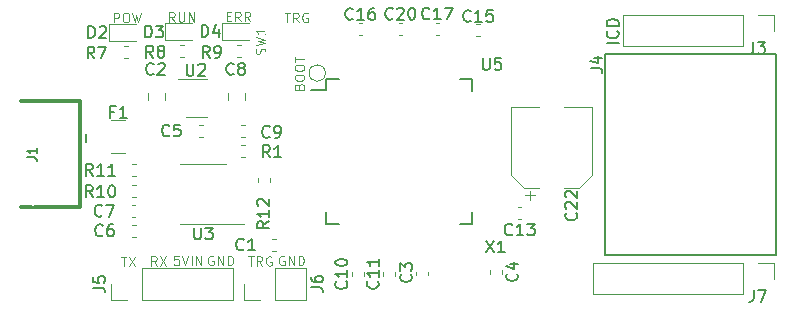
<source format=gto>
G04 #@! TF.GenerationSoftware,KiCad,Pcbnew,(5.1.2)-1*
G04 #@! TF.CreationDate,2022-02-25T21:01:52+09:00*
G04 #@! TF.ProjectId,wcc,7763632e-6b69-4636-9164-5f7063625858,v2.2*
G04 #@! TF.SameCoordinates,Original*
G04 #@! TF.FileFunction,Legend,Top*
G04 #@! TF.FilePolarity,Positive*
%FSLAX46Y46*%
G04 Gerber Fmt 4.6, Leading zero omitted, Abs format (unit mm)*
G04 Created by KiCad (PCBNEW (5.1.2)-1) date 2022-02-25 21:01:52*
%MOMM*%
%LPD*%
G04 APERTURE LIST*
%ADD10C,0.120000*%
%ADD11C,0.150000*%
%ADD12C,0.300000*%
%ADD13C,1.102000*%
%ADD14C,0.100000*%
%ADD15C,1.352000*%
%ADD16C,1.702000*%
%ADD17R,0.302000X1.602000*%
%ADD18R,1.602000X0.302000*%
%ADD19C,0.702000*%
%ADD20C,0.977000*%
%ADD21O,1.802000X1.802000*%
%ADD22R,1.802000X1.802000*%
%ADD23R,1.452000X0.502000*%
%ADD24O,1.652000X1.652000*%
%ADD25O,1.352000X1.352000*%
%ADD26C,3.302000*%
%ADD27R,1.152000X0.752000*%
%ADD28C,2.502000*%
%ADD29R,1.502000X1.302000*%
%ADD30R,1.162000X0.752000*%
%ADD31C,3.102000*%
%ADD32C,1.626000*%
%ADD33C,1.077000*%
G04 APERTURE END LIST*
D10*
X154112857Y-136755714D02*
X154150952Y-136641428D01*
X154189047Y-136603333D01*
X154265238Y-136565238D01*
X154379523Y-136565238D01*
X154455714Y-136603333D01*
X154493809Y-136641428D01*
X154531904Y-136717619D01*
X154531904Y-137022380D01*
X153731904Y-137022380D01*
X153731904Y-136755714D01*
X153770000Y-136679523D01*
X153808095Y-136641428D01*
X153884285Y-136603333D01*
X153960476Y-136603333D01*
X154036666Y-136641428D01*
X154074761Y-136679523D01*
X154112857Y-136755714D01*
X154112857Y-137022380D01*
X153731904Y-136070000D02*
X153731904Y-135917619D01*
X153770000Y-135841428D01*
X153846190Y-135765238D01*
X153998571Y-135727142D01*
X154265238Y-135727142D01*
X154417619Y-135765238D01*
X154493809Y-135841428D01*
X154531904Y-135917619D01*
X154531904Y-136070000D01*
X154493809Y-136146190D01*
X154417619Y-136222380D01*
X154265238Y-136260476D01*
X153998571Y-136260476D01*
X153846190Y-136222380D01*
X153770000Y-136146190D01*
X153731904Y-136070000D01*
X153731904Y-135231904D02*
X153731904Y-135079523D01*
X153770000Y-135003333D01*
X153846190Y-134927142D01*
X153998571Y-134889047D01*
X154265238Y-134889047D01*
X154417619Y-134927142D01*
X154493809Y-135003333D01*
X154531904Y-135079523D01*
X154531904Y-135231904D01*
X154493809Y-135308095D01*
X154417619Y-135384285D01*
X154265238Y-135422380D01*
X153998571Y-135422380D01*
X153846190Y-135384285D01*
X153770000Y-135308095D01*
X153731904Y-135231904D01*
X153731904Y-134660476D02*
X153731904Y-134203333D01*
X154531904Y-134431904D02*
X153731904Y-134431904D01*
X152895428Y-130511904D02*
X153352571Y-130511904D01*
X153124000Y-131311904D02*
X153124000Y-130511904D01*
X154076380Y-131311904D02*
X153809714Y-130930952D01*
X153619238Y-131311904D02*
X153619238Y-130511904D01*
X153924000Y-130511904D01*
X154000190Y-130550000D01*
X154038285Y-130588095D01*
X154076380Y-130664285D01*
X154076380Y-130778571D01*
X154038285Y-130854761D01*
X154000190Y-130892857D01*
X153924000Y-130930952D01*
X153619238Y-130930952D01*
X154838285Y-130550000D02*
X154762095Y-130511904D01*
X154647809Y-130511904D01*
X154533523Y-130550000D01*
X154457333Y-130626190D01*
X154419238Y-130702380D01*
X154381142Y-130854761D01*
X154381142Y-130969047D01*
X154419238Y-131121428D01*
X154457333Y-131197619D01*
X154533523Y-131273809D01*
X154647809Y-131311904D01*
X154724000Y-131311904D01*
X154838285Y-131273809D01*
X154876380Y-131235714D01*
X154876380Y-130969047D01*
X154724000Y-130969047D01*
X149821428Y-151111904D02*
X150278571Y-151111904D01*
X150050000Y-151911904D02*
X150050000Y-151111904D01*
X151002380Y-151911904D02*
X150735714Y-151530952D01*
X150545238Y-151911904D02*
X150545238Y-151111904D01*
X150850000Y-151111904D01*
X150926190Y-151150000D01*
X150964285Y-151188095D01*
X151002380Y-151264285D01*
X151002380Y-151378571D01*
X150964285Y-151454761D01*
X150926190Y-151492857D01*
X150850000Y-151530952D01*
X150545238Y-151530952D01*
X151764285Y-151150000D02*
X151688095Y-151111904D01*
X151573809Y-151111904D01*
X151459523Y-151150000D01*
X151383333Y-151226190D01*
X151345238Y-151302380D01*
X151307142Y-151454761D01*
X151307142Y-151569047D01*
X151345238Y-151721428D01*
X151383333Y-151797619D01*
X151459523Y-151873809D01*
X151573809Y-151911904D01*
X151650000Y-151911904D01*
X151764285Y-151873809D01*
X151802380Y-151835714D01*
X151802380Y-151569047D01*
X151650000Y-151569047D01*
X152850476Y-151130000D02*
X152774285Y-151091904D01*
X152660000Y-151091904D01*
X152545714Y-151130000D01*
X152469523Y-151206190D01*
X152431428Y-151282380D01*
X152393333Y-151434761D01*
X152393333Y-151549047D01*
X152431428Y-151701428D01*
X152469523Y-151777619D01*
X152545714Y-151853809D01*
X152660000Y-151891904D01*
X152736190Y-151891904D01*
X152850476Y-151853809D01*
X152888571Y-151815714D01*
X152888571Y-151549047D01*
X152736190Y-151549047D01*
X153231428Y-151891904D02*
X153231428Y-151091904D01*
X153688571Y-151891904D01*
X153688571Y-151091904D01*
X154069523Y-151891904D02*
X154069523Y-151091904D01*
X154260000Y-151091904D01*
X154374285Y-151130000D01*
X154450476Y-151206190D01*
X154488571Y-151282380D01*
X154526666Y-151434761D01*
X154526666Y-151549047D01*
X154488571Y-151701428D01*
X154450476Y-151777619D01*
X154374285Y-151853809D01*
X154260000Y-151891904D01*
X154069523Y-151891904D01*
X146860476Y-151090000D02*
X146784285Y-151051904D01*
X146670000Y-151051904D01*
X146555714Y-151090000D01*
X146479523Y-151166190D01*
X146441428Y-151242380D01*
X146403333Y-151394761D01*
X146403333Y-151509047D01*
X146441428Y-151661428D01*
X146479523Y-151737619D01*
X146555714Y-151813809D01*
X146670000Y-151851904D01*
X146746190Y-151851904D01*
X146860476Y-151813809D01*
X146898571Y-151775714D01*
X146898571Y-151509047D01*
X146746190Y-151509047D01*
X147241428Y-151851904D02*
X147241428Y-151051904D01*
X147698571Y-151851904D01*
X147698571Y-151051904D01*
X148079523Y-151851904D02*
X148079523Y-151051904D01*
X148270000Y-151051904D01*
X148384285Y-151090000D01*
X148460476Y-151166190D01*
X148498571Y-151242380D01*
X148536666Y-151394761D01*
X148536666Y-151509047D01*
X148498571Y-151661428D01*
X148460476Y-151737619D01*
X148384285Y-151813809D01*
X148270000Y-151851904D01*
X148079523Y-151851904D01*
X143948095Y-151081904D02*
X143567142Y-151081904D01*
X143529047Y-151462857D01*
X143567142Y-151424761D01*
X143643333Y-151386666D01*
X143833809Y-151386666D01*
X143910000Y-151424761D01*
X143948095Y-151462857D01*
X143986190Y-151539047D01*
X143986190Y-151729523D01*
X143948095Y-151805714D01*
X143910000Y-151843809D01*
X143833809Y-151881904D01*
X143643333Y-151881904D01*
X143567142Y-151843809D01*
X143529047Y-151805714D01*
X144214761Y-151081904D02*
X144481428Y-151881904D01*
X144748095Y-151081904D01*
X145014761Y-151881904D02*
X145014761Y-151081904D01*
X145395714Y-151881904D02*
X145395714Y-151081904D01*
X145852857Y-151881904D01*
X145852857Y-151081904D01*
X142076666Y-151921904D02*
X141810000Y-151540952D01*
X141619523Y-151921904D02*
X141619523Y-151121904D01*
X141924285Y-151121904D01*
X142000476Y-151160000D01*
X142038571Y-151198095D01*
X142076666Y-151274285D01*
X142076666Y-151388571D01*
X142038571Y-151464761D01*
X142000476Y-151502857D01*
X141924285Y-151540952D01*
X141619523Y-151540952D01*
X142343333Y-151121904D02*
X142876666Y-151921904D01*
X142876666Y-151121904D02*
X142343333Y-151921904D01*
X139030476Y-151141904D02*
X139487619Y-151141904D01*
X139259047Y-151941904D02*
X139259047Y-151141904D01*
X139678095Y-151141904D02*
X140211428Y-151941904D01*
X140211428Y-151141904D02*
X139678095Y-151941904D01*
X147988571Y-130802857D02*
X148255238Y-130802857D01*
X148369523Y-131221904D02*
X147988571Y-131221904D01*
X147988571Y-130421904D01*
X148369523Y-130421904D01*
X149169523Y-131221904D02*
X148902857Y-130840952D01*
X148712380Y-131221904D02*
X148712380Y-130421904D01*
X149017142Y-130421904D01*
X149093333Y-130460000D01*
X149131428Y-130498095D01*
X149169523Y-130574285D01*
X149169523Y-130688571D01*
X149131428Y-130764761D01*
X149093333Y-130802857D01*
X149017142Y-130840952D01*
X148712380Y-130840952D01*
X149969523Y-131221904D02*
X149702857Y-130840952D01*
X149512380Y-131221904D02*
X149512380Y-130421904D01*
X149817142Y-130421904D01*
X149893333Y-130460000D01*
X149931428Y-130498095D01*
X149969523Y-130574285D01*
X149969523Y-130688571D01*
X149931428Y-130764761D01*
X149893333Y-130802857D01*
X149817142Y-130840952D01*
X149512380Y-130840952D01*
X143579523Y-131251904D02*
X143312857Y-130870952D01*
X143122380Y-131251904D02*
X143122380Y-130451904D01*
X143427142Y-130451904D01*
X143503333Y-130490000D01*
X143541428Y-130528095D01*
X143579523Y-130604285D01*
X143579523Y-130718571D01*
X143541428Y-130794761D01*
X143503333Y-130832857D01*
X143427142Y-130870952D01*
X143122380Y-130870952D01*
X143922380Y-130451904D02*
X143922380Y-131099523D01*
X143960476Y-131175714D01*
X143998571Y-131213809D01*
X144074761Y-131251904D01*
X144227142Y-131251904D01*
X144303333Y-131213809D01*
X144341428Y-131175714D01*
X144379523Y-131099523D01*
X144379523Y-130451904D01*
X144760476Y-131251904D02*
X144760476Y-130451904D01*
X145217619Y-131251904D01*
X145217619Y-130451904D01*
X138444285Y-131291904D02*
X138444285Y-130491904D01*
X138749047Y-130491904D01*
X138825238Y-130530000D01*
X138863333Y-130568095D01*
X138901428Y-130644285D01*
X138901428Y-130758571D01*
X138863333Y-130834761D01*
X138825238Y-130872857D01*
X138749047Y-130910952D01*
X138444285Y-130910952D01*
X139396666Y-130491904D02*
X139549047Y-130491904D01*
X139625238Y-130530000D01*
X139701428Y-130606190D01*
X139739523Y-130758571D01*
X139739523Y-131025238D01*
X139701428Y-131177619D01*
X139625238Y-131253809D01*
X139549047Y-131291904D01*
X139396666Y-131291904D01*
X139320476Y-131253809D01*
X139244285Y-131177619D01*
X139206190Y-131025238D01*
X139206190Y-130758571D01*
X139244285Y-130606190D01*
X139320476Y-130530000D01*
X139396666Y-130491904D01*
X140006190Y-130491904D02*
X140196666Y-131291904D01*
X140349047Y-130720476D01*
X140501428Y-131291904D01*
X140691904Y-130491904D01*
D11*
X181162380Y-133090000D02*
X180162380Y-133090000D01*
X181067142Y-132042380D02*
X181114761Y-132090000D01*
X181162380Y-132232857D01*
X181162380Y-132328095D01*
X181114761Y-132470952D01*
X181019523Y-132566190D01*
X180924285Y-132613809D01*
X180733809Y-132661428D01*
X180590952Y-132661428D01*
X180400476Y-132613809D01*
X180305238Y-132566190D01*
X180210000Y-132470952D01*
X180162380Y-132328095D01*
X180162380Y-132232857D01*
X180210000Y-132090000D01*
X180257619Y-132042380D01*
X181162380Y-131613809D02*
X180162380Y-131613809D01*
X180162380Y-131375714D01*
X180210000Y-131232857D01*
X180305238Y-131137619D01*
X180400476Y-131090000D01*
X180590952Y-131042380D01*
X180733809Y-131042380D01*
X180924285Y-131090000D01*
X181019523Y-131137619D01*
X181114761Y-131232857D01*
X181162380Y-131375714D01*
X181162380Y-131613809D01*
D10*
X156350000Y-135600000D02*
G75*
G03X156350000Y-135600000I-700000J0D01*
G01*
X139410064Y-139610000D02*
X138205936Y-139610000D01*
X139410064Y-142330000D02*
X138205936Y-142330000D01*
X173268750Y-145943750D02*
X174056250Y-145943750D01*
X173662500Y-146337500D02*
X173662500Y-145550000D01*
X177855563Y-145310000D02*
X178920000Y-144245563D01*
X173164437Y-145310000D02*
X172100000Y-144245563D01*
X173164437Y-145310000D02*
X174450000Y-145310000D01*
X177855563Y-145310000D02*
X176570000Y-145310000D01*
X178920000Y-144245563D02*
X178920000Y-138490000D01*
X172100000Y-144245563D02*
X172100000Y-138490000D01*
X172100000Y-138490000D02*
X174450000Y-138490000D01*
X178920000Y-138490000D02*
X176570000Y-138490000D01*
D11*
X156415000Y-137040000D02*
X155140000Y-137040000D01*
X168765000Y-136065000D02*
X167715000Y-136065000D01*
X168765000Y-148415000D02*
X167715000Y-148415000D01*
X156415000Y-148415000D02*
X157465000Y-148415000D01*
X156415000Y-136065000D02*
X157465000Y-136065000D01*
X156415000Y-148415000D02*
X156415000Y-147365000D01*
X168765000Y-148415000D02*
X168765000Y-147365000D01*
X168765000Y-136065000D02*
X168765000Y-137115000D01*
X156415000Y-136065000D02*
X156415000Y-137040000D01*
D10*
X145990000Y-148390000D02*
X149440000Y-148390000D01*
X145990000Y-148390000D02*
X144040000Y-148390000D01*
X145990000Y-143270000D02*
X147940000Y-143270000D01*
X145990000Y-143270000D02*
X144040000Y-143270000D01*
X150600000Y-144515221D02*
X150600000Y-144840779D01*
X151620000Y-144515221D02*
X151620000Y-144840779D01*
X140284779Y-143340000D02*
X139959221Y-143340000D01*
X140284779Y-144360000D02*
X139959221Y-144360000D01*
X140270779Y-145060000D02*
X139945221Y-145060000D01*
X140270779Y-146080000D02*
X139945221Y-146080000D01*
X194330000Y-151670000D02*
X194330000Y-153000000D01*
X193000000Y-151670000D02*
X194330000Y-151670000D01*
X191730000Y-151670000D02*
X191730000Y-154330000D01*
X191730000Y-154330000D02*
X178970000Y-154330000D01*
X191730000Y-151670000D02*
X178970000Y-151670000D01*
X178970000Y-151670000D02*
X178970000Y-154330000D01*
D11*
X136050000Y-140730000D02*
X136050000Y-141480000D01*
D12*
X130550000Y-137980000D02*
X135050000Y-137980000D01*
X135050000Y-137980000D02*
X135550000Y-137980000D01*
X135550000Y-137980000D02*
X135550000Y-146980000D01*
X135550000Y-146980000D02*
X130550000Y-146980000D01*
D10*
X162547221Y-132400000D02*
X162872779Y-132400000D01*
X162547221Y-131380000D02*
X162872779Y-131380000D01*
X165994779Y-131390000D02*
X165669221Y-131390000D01*
X165994779Y-132410000D02*
X165669221Y-132410000D01*
X169442779Y-131420000D02*
X169117221Y-131420000D01*
X169442779Y-132440000D02*
X169117221Y-132440000D01*
X149504779Y-140020000D02*
X149179221Y-140020000D01*
X149504779Y-141040000D02*
X149179221Y-141040000D01*
X140260779Y-146780000D02*
X139935221Y-146780000D01*
X140260779Y-147800000D02*
X139935221Y-147800000D01*
X140272779Y-148440000D02*
X139947221Y-148440000D01*
X140272779Y-149460000D02*
X139947221Y-149460000D01*
X149470000Y-154780000D02*
X149470000Y-153450000D01*
X150800000Y-154780000D02*
X149470000Y-154780000D01*
X152070000Y-154780000D02*
X152070000Y-152120000D01*
X152070000Y-152120000D02*
X154670000Y-152120000D01*
X152070000Y-154780000D02*
X154670000Y-154780000D01*
X154670000Y-154780000D02*
X154670000Y-152120000D01*
X138230000Y-154780000D02*
X138230000Y-153450000D01*
X139560000Y-154780000D02*
X138230000Y-154780000D01*
X140830000Y-154780000D02*
X140830000Y-152120000D01*
X140830000Y-152120000D02*
X148510000Y-152120000D01*
X140830000Y-154780000D02*
X148510000Y-154780000D01*
X148510000Y-154780000D02*
X148510000Y-152120000D01*
X159484779Y-131380000D02*
X159159221Y-131380000D01*
X159484779Y-132400000D02*
X159159221Y-132400000D01*
X146330000Y-136100000D02*
X143880000Y-136100000D01*
X144530000Y-139320000D02*
X146330000Y-139320000D01*
X149210779Y-133240000D02*
X148885221Y-133240000D01*
X149210779Y-134260000D02*
X148885221Y-134260000D01*
X144380779Y-133250000D02*
X144055221Y-133250000D01*
X144380779Y-134270000D02*
X144055221Y-134270000D01*
X139642779Y-133340000D02*
X139317221Y-133340000D01*
X139642779Y-134360000D02*
X139317221Y-134360000D01*
X149510779Y-141670000D02*
X149185221Y-141670000D01*
X149510779Y-142690000D02*
X149185221Y-142690000D01*
D11*
X194500000Y-151000000D02*
X180000000Y-151000000D01*
X194500000Y-134000000D02*
X194500000Y-151000000D01*
X180000000Y-134000000D02*
X194500000Y-134000000D01*
X180000000Y-151000000D02*
X180000000Y-134000000D01*
D10*
X194330000Y-130670000D02*
X194330000Y-132000000D01*
X193000000Y-130670000D02*
X194330000Y-130670000D01*
X191730000Y-130670000D02*
X191730000Y-133330000D01*
X191730000Y-133330000D02*
X181510000Y-133330000D01*
X191730000Y-130670000D02*
X181510000Y-130670000D01*
X181510000Y-130670000D02*
X181510000Y-133330000D01*
X147575000Y-132835000D02*
X149860000Y-132835000D01*
X147575000Y-131365000D02*
X147575000Y-132835000D01*
X149860000Y-131365000D02*
X147575000Y-131365000D01*
X142745000Y-132845000D02*
X145030000Y-132845000D01*
X142745000Y-131375000D02*
X142745000Y-132845000D01*
X145030000Y-131375000D02*
X142745000Y-131375000D01*
X137985000Y-132905000D02*
X140270000Y-132905000D01*
X137985000Y-131435000D02*
X137985000Y-132905000D01*
X140270000Y-131435000D02*
X137985000Y-131435000D01*
X172617221Y-147980000D02*
X172942779Y-147980000D01*
X172617221Y-146960000D02*
X172942779Y-146960000D01*
X161180000Y-152455221D02*
X161180000Y-152780779D01*
X162200000Y-152455221D02*
X162200000Y-152780779D01*
X158610000Y-152455221D02*
X158610000Y-152780779D01*
X159630000Y-152455221D02*
X159630000Y-152780779D01*
X148080000Y-137333422D02*
X148080000Y-137850578D01*
X149500000Y-137333422D02*
X149500000Y-137850578D01*
X146010779Y-140020000D02*
X145685221Y-140020000D01*
X146010779Y-141040000D02*
X145685221Y-141040000D01*
X170280000Y-152307221D02*
X170280000Y-152632779D01*
X171300000Y-152307221D02*
X171300000Y-152632779D01*
X165050000Y-152732779D02*
X165050000Y-152407221D01*
X164030000Y-152732779D02*
X164030000Y-152407221D01*
X141350000Y-137333422D02*
X141350000Y-137850578D01*
X142770000Y-137333422D02*
X142770000Y-137850578D01*
X151825221Y-149660000D02*
X152150779Y-149660000D01*
X151825221Y-150680000D02*
X152150779Y-150680000D01*
D11*
X138474666Y-138866571D02*
X138141333Y-138866571D01*
X138141333Y-139390380D02*
X138141333Y-138390380D01*
X138617523Y-138390380D01*
X139522285Y-139390380D02*
X138950857Y-139390380D01*
X139236571Y-139390380D02*
X139236571Y-138390380D01*
X139141333Y-138533238D01*
X139046095Y-138628476D01*
X138950857Y-138676095D01*
X177567142Y-147452857D02*
X177614761Y-147500476D01*
X177662380Y-147643333D01*
X177662380Y-147738571D01*
X177614761Y-147881428D01*
X177519523Y-147976666D01*
X177424285Y-148024285D01*
X177233809Y-148071904D01*
X177090952Y-148071904D01*
X176900476Y-148024285D01*
X176805238Y-147976666D01*
X176710000Y-147881428D01*
X176662380Y-147738571D01*
X176662380Y-147643333D01*
X176710000Y-147500476D01*
X176757619Y-147452857D01*
X176757619Y-147071904D02*
X176710000Y-147024285D01*
X176662380Y-146929047D01*
X176662380Y-146690952D01*
X176710000Y-146595714D01*
X176757619Y-146548095D01*
X176852857Y-146500476D01*
X176948095Y-146500476D01*
X177090952Y-146548095D01*
X177662380Y-147119523D01*
X177662380Y-146500476D01*
X176757619Y-146119523D02*
X176710000Y-146071904D01*
X176662380Y-145976666D01*
X176662380Y-145738571D01*
X176710000Y-145643333D01*
X176757619Y-145595714D01*
X176852857Y-145548095D01*
X176948095Y-145548095D01*
X177090952Y-145595714D01*
X177662380Y-146167142D01*
X177662380Y-145548095D01*
X169672095Y-134326380D02*
X169672095Y-135135904D01*
X169719714Y-135231142D01*
X169767333Y-135278761D01*
X169862571Y-135326380D01*
X170053047Y-135326380D01*
X170148285Y-135278761D01*
X170195904Y-135231142D01*
X170243523Y-135135904D01*
X170243523Y-134326380D01*
X171195904Y-134326380D02*
X170719714Y-134326380D01*
X170672095Y-134802571D01*
X170719714Y-134754952D01*
X170814952Y-134707333D01*
X171053047Y-134707333D01*
X171148285Y-134754952D01*
X171195904Y-134802571D01*
X171243523Y-134897809D01*
X171243523Y-135135904D01*
X171195904Y-135231142D01*
X171148285Y-135278761D01*
X171053047Y-135326380D01*
X170814952Y-135326380D01*
X170719714Y-135278761D01*
X170672095Y-135231142D01*
X145228095Y-148682380D02*
X145228095Y-149491904D01*
X145275714Y-149587142D01*
X145323333Y-149634761D01*
X145418571Y-149682380D01*
X145609047Y-149682380D01*
X145704285Y-149634761D01*
X145751904Y-149587142D01*
X145799523Y-149491904D01*
X145799523Y-148682380D01*
X146180476Y-148682380D02*
X146799523Y-148682380D01*
X146466190Y-149063333D01*
X146609047Y-149063333D01*
X146704285Y-149110952D01*
X146751904Y-149158571D01*
X146799523Y-149253809D01*
X146799523Y-149491904D01*
X146751904Y-149587142D01*
X146704285Y-149634761D01*
X146609047Y-149682380D01*
X146323333Y-149682380D01*
X146228095Y-149634761D01*
X146180476Y-149587142D01*
X151572380Y-148162857D02*
X151096190Y-148496190D01*
X151572380Y-148734285D02*
X150572380Y-148734285D01*
X150572380Y-148353333D01*
X150620000Y-148258095D01*
X150667619Y-148210476D01*
X150762857Y-148162857D01*
X150905714Y-148162857D01*
X151000952Y-148210476D01*
X151048571Y-148258095D01*
X151096190Y-148353333D01*
X151096190Y-148734285D01*
X151572380Y-147210476D02*
X151572380Y-147781904D01*
X151572380Y-147496190D02*
X150572380Y-147496190D01*
X150715238Y-147591428D01*
X150810476Y-147686666D01*
X150858095Y-147781904D01*
X150667619Y-146829523D02*
X150620000Y-146781904D01*
X150572380Y-146686666D01*
X150572380Y-146448571D01*
X150620000Y-146353333D01*
X150667619Y-146305714D01*
X150762857Y-146258095D01*
X150858095Y-146258095D01*
X151000952Y-146305714D01*
X151572380Y-146877142D01*
X151572380Y-146258095D01*
X136646642Y-144282380D02*
X136313309Y-143806190D01*
X136075214Y-144282380D02*
X136075214Y-143282380D01*
X136456166Y-143282380D01*
X136551404Y-143330000D01*
X136599023Y-143377619D01*
X136646642Y-143472857D01*
X136646642Y-143615714D01*
X136599023Y-143710952D01*
X136551404Y-143758571D01*
X136456166Y-143806190D01*
X136075214Y-143806190D01*
X137599023Y-144282380D02*
X137027595Y-144282380D01*
X137313309Y-144282380D02*
X137313309Y-143282380D01*
X137218071Y-143425238D01*
X137122833Y-143520476D01*
X137027595Y-143568095D01*
X138551404Y-144282380D02*
X137979976Y-144282380D01*
X138265690Y-144282380D02*
X138265690Y-143282380D01*
X138170452Y-143425238D01*
X138075214Y-143520476D01*
X137979976Y-143568095D01*
X136637642Y-146102380D02*
X136304309Y-145626190D01*
X136066214Y-146102380D02*
X136066214Y-145102380D01*
X136447166Y-145102380D01*
X136542404Y-145150000D01*
X136590023Y-145197619D01*
X136637642Y-145292857D01*
X136637642Y-145435714D01*
X136590023Y-145530952D01*
X136542404Y-145578571D01*
X136447166Y-145626190D01*
X136066214Y-145626190D01*
X137590023Y-146102380D02*
X137018595Y-146102380D01*
X137304309Y-146102380D02*
X137304309Y-145102380D01*
X137209071Y-145245238D01*
X137113833Y-145340476D01*
X137018595Y-145388095D01*
X138209071Y-145102380D02*
X138304309Y-145102380D01*
X138399547Y-145150000D01*
X138447166Y-145197619D01*
X138494785Y-145292857D01*
X138542404Y-145483333D01*
X138542404Y-145721428D01*
X138494785Y-145911904D01*
X138447166Y-146007142D01*
X138399547Y-146054761D01*
X138304309Y-146102380D01*
X138209071Y-146102380D01*
X138113833Y-146054761D01*
X138066214Y-146007142D01*
X138018595Y-145911904D01*
X137970976Y-145721428D01*
X137970976Y-145483333D01*
X138018595Y-145292857D01*
X138066214Y-145197619D01*
X138113833Y-145150000D01*
X138209071Y-145102380D01*
X192616666Y-153962380D02*
X192616666Y-154676666D01*
X192569047Y-154819523D01*
X192473809Y-154914761D01*
X192330952Y-154962380D01*
X192235714Y-154962380D01*
X192997619Y-153962380D02*
X193664285Y-153962380D01*
X193235714Y-154962380D01*
X131111904Y-142746666D02*
X131683333Y-142746666D01*
X131797619Y-142784761D01*
X131873809Y-142860952D01*
X131911904Y-142975238D01*
X131911904Y-143051428D01*
X131911904Y-141946666D02*
X131911904Y-142403809D01*
X131911904Y-142175238D02*
X131111904Y-142175238D01*
X131226190Y-142251428D01*
X131302380Y-142327619D01*
X131340476Y-142403809D01*
X162047142Y-130977142D02*
X161999523Y-131024761D01*
X161856666Y-131072380D01*
X161761428Y-131072380D01*
X161618571Y-131024761D01*
X161523333Y-130929523D01*
X161475714Y-130834285D01*
X161428095Y-130643809D01*
X161428095Y-130500952D01*
X161475714Y-130310476D01*
X161523333Y-130215238D01*
X161618571Y-130120000D01*
X161761428Y-130072380D01*
X161856666Y-130072380D01*
X161999523Y-130120000D01*
X162047142Y-130167619D01*
X162428095Y-130167619D02*
X162475714Y-130120000D01*
X162570952Y-130072380D01*
X162809047Y-130072380D01*
X162904285Y-130120000D01*
X162951904Y-130167619D01*
X162999523Y-130262857D01*
X162999523Y-130358095D01*
X162951904Y-130500952D01*
X162380476Y-131072380D01*
X162999523Y-131072380D01*
X163618571Y-130072380D02*
X163713809Y-130072380D01*
X163809047Y-130120000D01*
X163856666Y-130167619D01*
X163904285Y-130262857D01*
X163951904Y-130453333D01*
X163951904Y-130691428D01*
X163904285Y-130881904D01*
X163856666Y-130977142D01*
X163809047Y-131024761D01*
X163713809Y-131072380D01*
X163618571Y-131072380D01*
X163523333Y-131024761D01*
X163475714Y-130977142D01*
X163428095Y-130881904D01*
X163380476Y-130691428D01*
X163380476Y-130453333D01*
X163428095Y-130262857D01*
X163475714Y-130167619D01*
X163523333Y-130120000D01*
X163618571Y-130072380D01*
X165156642Y-130967142D02*
X165109023Y-131014761D01*
X164966166Y-131062380D01*
X164870928Y-131062380D01*
X164728071Y-131014761D01*
X164632833Y-130919523D01*
X164585214Y-130824285D01*
X164537595Y-130633809D01*
X164537595Y-130490952D01*
X164585214Y-130300476D01*
X164632833Y-130205238D01*
X164728071Y-130110000D01*
X164870928Y-130062380D01*
X164966166Y-130062380D01*
X165109023Y-130110000D01*
X165156642Y-130157619D01*
X166109023Y-131062380D02*
X165537595Y-131062380D01*
X165823309Y-131062380D02*
X165823309Y-130062380D01*
X165728071Y-130205238D01*
X165632833Y-130300476D01*
X165537595Y-130348095D01*
X166442357Y-130062380D02*
X167109023Y-130062380D01*
X166680452Y-131062380D01*
X168637142Y-131167142D02*
X168589523Y-131214761D01*
X168446666Y-131262380D01*
X168351428Y-131262380D01*
X168208571Y-131214761D01*
X168113333Y-131119523D01*
X168065714Y-131024285D01*
X168018095Y-130833809D01*
X168018095Y-130690952D01*
X168065714Y-130500476D01*
X168113333Y-130405238D01*
X168208571Y-130310000D01*
X168351428Y-130262380D01*
X168446666Y-130262380D01*
X168589523Y-130310000D01*
X168637142Y-130357619D01*
X169589523Y-131262380D02*
X169018095Y-131262380D01*
X169303809Y-131262380D02*
X169303809Y-130262380D01*
X169208571Y-130405238D01*
X169113333Y-130500476D01*
X169018095Y-130548095D01*
X170494285Y-130262380D02*
X170018095Y-130262380D01*
X169970476Y-130738571D01*
X170018095Y-130690952D01*
X170113333Y-130643333D01*
X170351428Y-130643333D01*
X170446666Y-130690952D01*
X170494285Y-130738571D01*
X170541904Y-130833809D01*
X170541904Y-131071904D01*
X170494285Y-131167142D01*
X170446666Y-131214761D01*
X170351428Y-131262380D01*
X170113333Y-131262380D01*
X170018095Y-131214761D01*
X169970476Y-131167142D01*
X151612833Y-140977142D02*
X151565214Y-141024761D01*
X151422357Y-141072380D01*
X151327119Y-141072380D01*
X151184261Y-141024761D01*
X151089023Y-140929523D01*
X151041404Y-140834285D01*
X150993785Y-140643809D01*
X150993785Y-140500952D01*
X151041404Y-140310476D01*
X151089023Y-140215238D01*
X151184261Y-140120000D01*
X151327119Y-140072380D01*
X151422357Y-140072380D01*
X151565214Y-140120000D01*
X151612833Y-140167619D01*
X152089023Y-141072380D02*
X152279500Y-141072380D01*
X152374738Y-141024761D01*
X152422357Y-140977142D01*
X152517595Y-140834285D01*
X152565214Y-140643809D01*
X152565214Y-140262857D01*
X152517595Y-140167619D01*
X152469976Y-140120000D01*
X152374738Y-140072380D01*
X152184261Y-140072380D01*
X152089023Y-140120000D01*
X152041404Y-140167619D01*
X151993785Y-140262857D01*
X151993785Y-140500952D01*
X152041404Y-140596190D01*
X152089023Y-140643809D01*
X152184261Y-140691428D01*
X152374738Y-140691428D01*
X152469976Y-140643809D01*
X152517595Y-140596190D01*
X152565214Y-140500952D01*
X137423833Y-147657142D02*
X137376214Y-147704761D01*
X137233357Y-147752380D01*
X137138119Y-147752380D01*
X136995261Y-147704761D01*
X136900023Y-147609523D01*
X136852404Y-147514285D01*
X136804785Y-147323809D01*
X136804785Y-147180952D01*
X136852404Y-146990476D01*
X136900023Y-146895238D01*
X136995261Y-146800000D01*
X137138119Y-146752380D01*
X137233357Y-146752380D01*
X137376214Y-146800000D01*
X137423833Y-146847619D01*
X137757166Y-146752380D02*
X138423833Y-146752380D01*
X137995261Y-147752380D01*
X137483333Y-149327142D02*
X137435714Y-149374761D01*
X137292857Y-149422380D01*
X137197619Y-149422380D01*
X137054761Y-149374761D01*
X136959523Y-149279523D01*
X136911904Y-149184285D01*
X136864285Y-148993809D01*
X136864285Y-148850952D01*
X136911904Y-148660476D01*
X136959523Y-148565238D01*
X137054761Y-148470000D01*
X137197619Y-148422380D01*
X137292857Y-148422380D01*
X137435714Y-148470000D01*
X137483333Y-148517619D01*
X138340476Y-148422380D02*
X138150000Y-148422380D01*
X138054761Y-148470000D01*
X138007142Y-148517619D01*
X137911904Y-148660476D01*
X137864285Y-148850952D01*
X137864285Y-149231904D01*
X137911904Y-149327142D01*
X137959523Y-149374761D01*
X138054761Y-149422380D01*
X138245238Y-149422380D01*
X138340476Y-149374761D01*
X138388095Y-149327142D01*
X138435714Y-149231904D01*
X138435714Y-148993809D01*
X138388095Y-148898571D01*
X138340476Y-148850952D01*
X138245238Y-148803333D01*
X138054761Y-148803333D01*
X137959523Y-148850952D01*
X137911904Y-148898571D01*
X137864285Y-148993809D01*
X155122380Y-153743333D02*
X155836666Y-153743333D01*
X155979523Y-153790952D01*
X156074761Y-153886190D01*
X156122380Y-154029047D01*
X156122380Y-154124285D01*
X155122380Y-152838571D02*
X155122380Y-153029047D01*
X155170000Y-153124285D01*
X155217619Y-153171904D01*
X155360476Y-153267142D01*
X155550952Y-153314761D01*
X155931904Y-153314761D01*
X156027142Y-153267142D01*
X156074761Y-153219523D01*
X156122380Y-153124285D01*
X156122380Y-152933809D01*
X156074761Y-152838571D01*
X156027142Y-152790952D01*
X155931904Y-152743333D01*
X155693809Y-152743333D01*
X155598571Y-152790952D01*
X155550952Y-152838571D01*
X155503333Y-152933809D01*
X155503333Y-153124285D01*
X155550952Y-153219523D01*
X155598571Y-153267142D01*
X155693809Y-153314761D01*
X136682380Y-153783333D02*
X137396666Y-153783333D01*
X137539523Y-153830952D01*
X137634761Y-153926190D01*
X137682380Y-154069047D01*
X137682380Y-154164285D01*
X136682380Y-152830952D02*
X136682380Y-153307142D01*
X137158571Y-153354761D01*
X137110952Y-153307142D01*
X137063333Y-153211904D01*
X137063333Y-152973809D01*
X137110952Y-152878571D01*
X137158571Y-152830952D01*
X137253809Y-152783333D01*
X137491904Y-152783333D01*
X137587142Y-152830952D01*
X137634761Y-152878571D01*
X137682380Y-152973809D01*
X137682380Y-153211904D01*
X137634761Y-153307142D01*
X137587142Y-153354761D01*
X158656642Y-130997142D02*
X158609023Y-131044761D01*
X158466166Y-131092380D01*
X158370928Y-131092380D01*
X158228071Y-131044761D01*
X158132833Y-130949523D01*
X158085214Y-130854285D01*
X158037595Y-130663809D01*
X158037595Y-130520952D01*
X158085214Y-130330476D01*
X158132833Y-130235238D01*
X158228071Y-130140000D01*
X158370928Y-130092380D01*
X158466166Y-130092380D01*
X158609023Y-130140000D01*
X158656642Y-130187619D01*
X159609023Y-131092380D02*
X159037595Y-131092380D01*
X159323309Y-131092380D02*
X159323309Y-130092380D01*
X159228071Y-130235238D01*
X159132833Y-130330476D01*
X159037595Y-130378095D01*
X160466166Y-130092380D02*
X160275690Y-130092380D01*
X160180452Y-130140000D01*
X160132833Y-130187619D01*
X160037595Y-130330476D01*
X159989976Y-130520952D01*
X159989976Y-130901904D01*
X160037595Y-130997142D01*
X160085214Y-131044761D01*
X160180452Y-131092380D01*
X160370928Y-131092380D01*
X160466166Y-131044761D01*
X160513785Y-130997142D01*
X160561404Y-130901904D01*
X160561404Y-130663809D01*
X160513785Y-130568571D01*
X160466166Y-130520952D01*
X160370928Y-130473333D01*
X160180452Y-130473333D01*
X160085214Y-130520952D01*
X160037595Y-130568571D01*
X159989976Y-130663809D01*
D10*
X151203809Y-133986666D02*
X151241904Y-133872380D01*
X151241904Y-133681904D01*
X151203809Y-133605714D01*
X151165714Y-133567619D01*
X151089523Y-133529523D01*
X151013333Y-133529523D01*
X150937142Y-133567619D01*
X150899047Y-133605714D01*
X150860952Y-133681904D01*
X150822857Y-133834285D01*
X150784761Y-133910476D01*
X150746666Y-133948571D01*
X150670476Y-133986666D01*
X150594285Y-133986666D01*
X150518095Y-133948571D01*
X150480000Y-133910476D01*
X150441904Y-133834285D01*
X150441904Y-133643809D01*
X150480000Y-133529523D01*
X150441904Y-133262857D02*
X151241904Y-133072380D01*
X150670476Y-132920000D01*
X151241904Y-132767619D01*
X150441904Y-132577142D01*
X151241904Y-131853333D02*
X151241904Y-132310476D01*
X151241904Y-132081904D02*
X150441904Y-132081904D01*
X150556190Y-132158095D01*
X150632380Y-132234285D01*
X150670476Y-132310476D01*
D11*
X169960476Y-149782380D02*
X170627142Y-150782380D01*
X170627142Y-149782380D02*
X169960476Y-150782380D01*
X171531904Y-150782380D02*
X170960476Y-150782380D01*
X171246190Y-150782380D02*
X171246190Y-149782380D01*
X171150952Y-149925238D01*
X171055714Y-150020476D01*
X170960476Y-150068095D01*
X144598095Y-134822380D02*
X144598095Y-135631904D01*
X144645714Y-135727142D01*
X144693333Y-135774761D01*
X144788571Y-135822380D01*
X144979047Y-135822380D01*
X145074285Y-135774761D01*
X145121904Y-135727142D01*
X145169523Y-135631904D01*
X145169523Y-134822380D01*
X145598095Y-134917619D02*
X145645714Y-134870000D01*
X145740952Y-134822380D01*
X145979047Y-134822380D01*
X146074285Y-134870000D01*
X146121904Y-134917619D01*
X146169523Y-135012857D01*
X146169523Y-135108095D01*
X146121904Y-135250952D01*
X145550476Y-135822380D01*
X146169523Y-135822380D01*
X146533333Y-134322380D02*
X146200000Y-133846190D01*
X145961904Y-134322380D02*
X145961904Y-133322380D01*
X146342857Y-133322380D01*
X146438095Y-133370000D01*
X146485714Y-133417619D01*
X146533333Y-133512857D01*
X146533333Y-133655714D01*
X146485714Y-133750952D01*
X146438095Y-133798571D01*
X146342857Y-133846190D01*
X145961904Y-133846190D01*
X147009523Y-134322380D02*
X147200000Y-134322380D01*
X147295238Y-134274761D01*
X147342857Y-134227142D01*
X147438095Y-134084285D01*
X147485714Y-133893809D01*
X147485714Y-133512857D01*
X147438095Y-133417619D01*
X147390476Y-133370000D01*
X147295238Y-133322380D01*
X147104761Y-133322380D01*
X147009523Y-133370000D01*
X146961904Y-133417619D01*
X146914285Y-133512857D01*
X146914285Y-133750952D01*
X146961904Y-133846190D01*
X147009523Y-133893809D01*
X147104761Y-133941428D01*
X147295238Y-133941428D01*
X147390476Y-133893809D01*
X147438095Y-133846190D01*
X147485714Y-133750952D01*
X141763333Y-134292380D02*
X141430000Y-133816190D01*
X141191904Y-134292380D02*
X141191904Y-133292380D01*
X141572857Y-133292380D01*
X141668095Y-133340000D01*
X141715714Y-133387619D01*
X141763333Y-133482857D01*
X141763333Y-133625714D01*
X141715714Y-133720952D01*
X141668095Y-133768571D01*
X141572857Y-133816190D01*
X141191904Y-133816190D01*
X142334761Y-133720952D02*
X142239523Y-133673333D01*
X142191904Y-133625714D01*
X142144285Y-133530476D01*
X142144285Y-133482857D01*
X142191904Y-133387619D01*
X142239523Y-133340000D01*
X142334761Y-133292380D01*
X142525238Y-133292380D01*
X142620476Y-133340000D01*
X142668095Y-133387619D01*
X142715714Y-133482857D01*
X142715714Y-133530476D01*
X142668095Y-133625714D01*
X142620476Y-133673333D01*
X142525238Y-133720952D01*
X142334761Y-133720952D01*
X142239523Y-133768571D01*
X142191904Y-133816190D01*
X142144285Y-133911428D01*
X142144285Y-134101904D01*
X142191904Y-134197142D01*
X142239523Y-134244761D01*
X142334761Y-134292380D01*
X142525238Y-134292380D01*
X142620476Y-134244761D01*
X142668095Y-134197142D01*
X142715714Y-134101904D01*
X142715714Y-133911428D01*
X142668095Y-133816190D01*
X142620476Y-133768571D01*
X142525238Y-133720952D01*
X136783333Y-134362380D02*
X136450000Y-133886190D01*
X136211904Y-134362380D02*
X136211904Y-133362380D01*
X136592857Y-133362380D01*
X136688095Y-133410000D01*
X136735714Y-133457619D01*
X136783333Y-133552857D01*
X136783333Y-133695714D01*
X136735714Y-133790952D01*
X136688095Y-133838571D01*
X136592857Y-133886190D01*
X136211904Y-133886190D01*
X137116666Y-133362380D02*
X137783333Y-133362380D01*
X137354761Y-134362380D01*
X151643833Y-142722380D02*
X151310500Y-142246190D01*
X151072404Y-142722380D02*
X151072404Y-141722380D01*
X151453357Y-141722380D01*
X151548595Y-141770000D01*
X151596214Y-141817619D01*
X151643833Y-141912857D01*
X151643833Y-142055714D01*
X151596214Y-142150952D01*
X151548595Y-142198571D01*
X151453357Y-142246190D01*
X151072404Y-142246190D01*
X152596214Y-142722380D02*
X152024785Y-142722380D01*
X152310500Y-142722380D02*
X152310500Y-141722380D01*
X152215261Y-141865238D01*
X152120023Y-141960476D01*
X152024785Y-142008095D01*
X178792380Y-135207333D02*
X179506666Y-135207333D01*
X179649523Y-135254952D01*
X179744761Y-135350190D01*
X179792380Y-135493047D01*
X179792380Y-135588285D01*
X179125714Y-134302571D02*
X179792380Y-134302571D01*
X178744761Y-134540666D02*
X179459047Y-134778761D01*
X179459047Y-134159714D01*
X192566666Y-132962380D02*
X192566666Y-133676666D01*
X192519047Y-133819523D01*
X192423809Y-133914761D01*
X192280952Y-133962380D01*
X192185714Y-133962380D01*
X192947619Y-132962380D02*
X193566666Y-132962380D01*
X193233333Y-133343333D01*
X193376190Y-133343333D01*
X193471428Y-133390952D01*
X193519047Y-133438571D01*
X193566666Y-133533809D01*
X193566666Y-133771904D01*
X193519047Y-133867142D01*
X193471428Y-133914761D01*
X193376190Y-133962380D01*
X193090476Y-133962380D01*
X192995238Y-133914761D01*
X192947619Y-133867142D01*
X145871904Y-132522380D02*
X145871904Y-131522380D01*
X146110000Y-131522380D01*
X146252857Y-131570000D01*
X146348095Y-131665238D01*
X146395714Y-131760476D01*
X146443333Y-131950952D01*
X146443333Y-132093809D01*
X146395714Y-132284285D01*
X146348095Y-132379523D01*
X146252857Y-132474761D01*
X146110000Y-132522380D01*
X145871904Y-132522380D01*
X147300476Y-131855714D02*
X147300476Y-132522380D01*
X147062380Y-131474761D02*
X146824285Y-132189047D01*
X147443333Y-132189047D01*
X141091904Y-132592380D02*
X141091904Y-131592380D01*
X141330000Y-131592380D01*
X141472857Y-131640000D01*
X141568095Y-131735238D01*
X141615714Y-131830476D01*
X141663333Y-132020952D01*
X141663333Y-132163809D01*
X141615714Y-132354285D01*
X141568095Y-132449523D01*
X141472857Y-132544761D01*
X141330000Y-132592380D01*
X141091904Y-132592380D01*
X141996666Y-131592380D02*
X142615714Y-131592380D01*
X142282380Y-131973333D01*
X142425238Y-131973333D01*
X142520476Y-132020952D01*
X142568095Y-132068571D01*
X142615714Y-132163809D01*
X142615714Y-132401904D01*
X142568095Y-132497142D01*
X142520476Y-132544761D01*
X142425238Y-132592380D01*
X142139523Y-132592380D01*
X142044285Y-132544761D01*
X141996666Y-132497142D01*
X136281904Y-132632380D02*
X136281904Y-131632380D01*
X136520000Y-131632380D01*
X136662857Y-131680000D01*
X136758095Y-131775238D01*
X136805714Y-131870476D01*
X136853333Y-132060952D01*
X136853333Y-132203809D01*
X136805714Y-132394285D01*
X136758095Y-132489523D01*
X136662857Y-132584761D01*
X136520000Y-132632380D01*
X136281904Y-132632380D01*
X137234285Y-131727619D02*
X137281904Y-131680000D01*
X137377142Y-131632380D01*
X137615238Y-131632380D01*
X137710476Y-131680000D01*
X137758095Y-131727619D01*
X137805714Y-131822857D01*
X137805714Y-131918095D01*
X137758095Y-132060952D01*
X137186666Y-132632380D01*
X137805714Y-132632380D01*
X172159642Y-149257142D02*
X172112023Y-149304761D01*
X171969166Y-149352380D01*
X171873928Y-149352380D01*
X171731071Y-149304761D01*
X171635833Y-149209523D01*
X171588214Y-149114285D01*
X171540595Y-148923809D01*
X171540595Y-148780952D01*
X171588214Y-148590476D01*
X171635833Y-148495238D01*
X171731071Y-148400000D01*
X171873928Y-148352380D01*
X171969166Y-148352380D01*
X172112023Y-148400000D01*
X172159642Y-148447619D01*
X173112023Y-149352380D02*
X172540595Y-149352380D01*
X172826309Y-149352380D02*
X172826309Y-148352380D01*
X172731071Y-148495238D01*
X172635833Y-148590476D01*
X172540595Y-148638095D01*
X173445357Y-148352380D02*
X174064404Y-148352380D01*
X173731071Y-148733333D01*
X173873928Y-148733333D01*
X173969166Y-148780952D01*
X174016785Y-148828571D01*
X174064404Y-148923809D01*
X174064404Y-149161904D01*
X174016785Y-149257142D01*
X173969166Y-149304761D01*
X173873928Y-149352380D01*
X173588214Y-149352380D01*
X173492976Y-149304761D01*
X173445357Y-149257142D01*
X160757142Y-153233357D02*
X160804761Y-153280976D01*
X160852380Y-153423833D01*
X160852380Y-153519071D01*
X160804761Y-153661928D01*
X160709523Y-153757166D01*
X160614285Y-153804785D01*
X160423809Y-153852404D01*
X160280952Y-153852404D01*
X160090476Y-153804785D01*
X159995238Y-153757166D01*
X159900000Y-153661928D01*
X159852380Y-153519071D01*
X159852380Y-153423833D01*
X159900000Y-153280976D01*
X159947619Y-153233357D01*
X160852380Y-152280976D02*
X160852380Y-152852404D01*
X160852380Y-152566690D02*
X159852380Y-152566690D01*
X159995238Y-152661928D01*
X160090476Y-152757166D01*
X160138095Y-152852404D01*
X160852380Y-151328595D02*
X160852380Y-151900023D01*
X160852380Y-151614309D02*
X159852380Y-151614309D01*
X159995238Y-151709547D01*
X160090476Y-151804785D01*
X160138095Y-151900023D01*
X158097142Y-153248357D02*
X158144761Y-153295976D01*
X158192380Y-153438833D01*
X158192380Y-153534071D01*
X158144761Y-153676928D01*
X158049523Y-153772166D01*
X157954285Y-153819785D01*
X157763809Y-153867404D01*
X157620952Y-153867404D01*
X157430476Y-153819785D01*
X157335238Y-153772166D01*
X157240000Y-153676928D01*
X157192380Y-153534071D01*
X157192380Y-153438833D01*
X157240000Y-153295976D01*
X157287619Y-153248357D01*
X158192380Y-152295976D02*
X158192380Y-152867404D01*
X158192380Y-152581690D02*
X157192380Y-152581690D01*
X157335238Y-152676928D01*
X157430476Y-152772166D01*
X157478095Y-152867404D01*
X157192380Y-151676928D02*
X157192380Y-151581690D01*
X157240000Y-151486452D01*
X157287619Y-151438833D01*
X157382857Y-151391214D01*
X157573333Y-151343595D01*
X157811428Y-151343595D01*
X158001904Y-151391214D01*
X158097142Y-151438833D01*
X158144761Y-151486452D01*
X158192380Y-151581690D01*
X158192380Y-151676928D01*
X158144761Y-151772166D01*
X158097142Y-151819785D01*
X158001904Y-151867404D01*
X157811428Y-151915023D01*
X157573333Y-151915023D01*
X157382857Y-151867404D01*
X157287619Y-151819785D01*
X157240000Y-151772166D01*
X157192380Y-151676928D01*
X148583333Y-135657142D02*
X148535714Y-135704761D01*
X148392857Y-135752380D01*
X148297619Y-135752380D01*
X148154761Y-135704761D01*
X148059523Y-135609523D01*
X148011904Y-135514285D01*
X147964285Y-135323809D01*
X147964285Y-135180952D01*
X148011904Y-134990476D01*
X148059523Y-134895238D01*
X148154761Y-134800000D01*
X148297619Y-134752380D01*
X148392857Y-134752380D01*
X148535714Y-134800000D01*
X148583333Y-134847619D01*
X149154761Y-135180952D02*
X149059523Y-135133333D01*
X149011904Y-135085714D01*
X148964285Y-134990476D01*
X148964285Y-134942857D01*
X149011904Y-134847619D01*
X149059523Y-134800000D01*
X149154761Y-134752380D01*
X149345238Y-134752380D01*
X149440476Y-134800000D01*
X149488095Y-134847619D01*
X149535714Y-134942857D01*
X149535714Y-134990476D01*
X149488095Y-135085714D01*
X149440476Y-135133333D01*
X149345238Y-135180952D01*
X149154761Y-135180952D01*
X149059523Y-135228571D01*
X149011904Y-135276190D01*
X148964285Y-135371428D01*
X148964285Y-135561904D01*
X149011904Y-135657142D01*
X149059523Y-135704761D01*
X149154761Y-135752380D01*
X149345238Y-135752380D01*
X149440476Y-135704761D01*
X149488095Y-135657142D01*
X149535714Y-135561904D01*
X149535714Y-135371428D01*
X149488095Y-135276190D01*
X149440476Y-135228571D01*
X149345238Y-135180952D01*
X143133333Y-140867142D02*
X143085714Y-140914761D01*
X142942857Y-140962380D01*
X142847619Y-140962380D01*
X142704761Y-140914761D01*
X142609523Y-140819523D01*
X142561904Y-140724285D01*
X142514285Y-140533809D01*
X142514285Y-140390952D01*
X142561904Y-140200476D01*
X142609523Y-140105238D01*
X142704761Y-140010000D01*
X142847619Y-139962380D01*
X142942857Y-139962380D01*
X143085714Y-140010000D01*
X143133333Y-140057619D01*
X144038095Y-139962380D02*
X143561904Y-139962380D01*
X143514285Y-140438571D01*
X143561904Y-140390952D01*
X143657142Y-140343333D01*
X143895238Y-140343333D01*
X143990476Y-140390952D01*
X144038095Y-140438571D01*
X144085714Y-140533809D01*
X144085714Y-140771904D01*
X144038095Y-140867142D01*
X143990476Y-140914761D01*
X143895238Y-140962380D01*
X143657142Y-140962380D01*
X143561904Y-140914761D01*
X143514285Y-140867142D01*
X172557142Y-152586666D02*
X172604761Y-152634285D01*
X172652380Y-152777142D01*
X172652380Y-152872380D01*
X172604761Y-153015238D01*
X172509523Y-153110476D01*
X172414285Y-153158095D01*
X172223809Y-153205714D01*
X172080952Y-153205714D01*
X171890476Y-153158095D01*
X171795238Y-153110476D01*
X171700000Y-153015238D01*
X171652380Y-152872380D01*
X171652380Y-152777142D01*
X171700000Y-152634285D01*
X171747619Y-152586666D01*
X171985714Y-151729523D02*
X172652380Y-151729523D01*
X171604761Y-151967619D02*
X172319047Y-152205714D01*
X172319047Y-151586666D01*
X163567142Y-152656666D02*
X163614761Y-152704285D01*
X163662380Y-152847142D01*
X163662380Y-152942380D01*
X163614761Y-153085238D01*
X163519523Y-153180476D01*
X163424285Y-153228095D01*
X163233809Y-153275714D01*
X163090952Y-153275714D01*
X162900476Y-153228095D01*
X162805238Y-153180476D01*
X162710000Y-153085238D01*
X162662380Y-152942380D01*
X162662380Y-152847142D01*
X162710000Y-152704285D01*
X162757619Y-152656666D01*
X162662380Y-152323333D02*
X162662380Y-151704285D01*
X163043333Y-152037619D01*
X163043333Y-151894761D01*
X163090952Y-151799523D01*
X163138571Y-151751904D01*
X163233809Y-151704285D01*
X163471904Y-151704285D01*
X163567142Y-151751904D01*
X163614761Y-151799523D01*
X163662380Y-151894761D01*
X163662380Y-152180476D01*
X163614761Y-152275714D01*
X163567142Y-152323333D01*
X141793333Y-135657142D02*
X141745714Y-135704761D01*
X141602857Y-135752380D01*
X141507619Y-135752380D01*
X141364761Y-135704761D01*
X141269523Y-135609523D01*
X141221904Y-135514285D01*
X141174285Y-135323809D01*
X141174285Y-135180952D01*
X141221904Y-134990476D01*
X141269523Y-134895238D01*
X141364761Y-134800000D01*
X141507619Y-134752380D01*
X141602857Y-134752380D01*
X141745714Y-134800000D01*
X141793333Y-134847619D01*
X142174285Y-134847619D02*
X142221904Y-134800000D01*
X142317142Y-134752380D01*
X142555238Y-134752380D01*
X142650476Y-134800000D01*
X142698095Y-134847619D01*
X142745714Y-134942857D01*
X142745714Y-135038095D01*
X142698095Y-135180952D01*
X142126666Y-135752380D01*
X142745714Y-135752380D01*
X149423833Y-150527142D02*
X149376214Y-150574761D01*
X149233357Y-150622380D01*
X149138119Y-150622380D01*
X148995261Y-150574761D01*
X148900023Y-150479523D01*
X148852404Y-150384285D01*
X148804785Y-150193809D01*
X148804785Y-150050952D01*
X148852404Y-149860476D01*
X148900023Y-149765238D01*
X148995261Y-149670000D01*
X149138119Y-149622380D01*
X149233357Y-149622380D01*
X149376214Y-149670000D01*
X149423833Y-149717619D01*
X150376214Y-150622380D02*
X149804785Y-150622380D01*
X150090500Y-150622380D02*
X150090500Y-149622380D01*
X149995261Y-149765238D01*
X149900023Y-149860476D01*
X149804785Y-149908095D01*
%LPC*%
D13*
X155650000Y-135600000D03*
D14*
G36*
X137840104Y-139595302D02*
G01*
X137866352Y-139599196D01*
X137892093Y-139605643D01*
X137917078Y-139614583D01*
X137941066Y-139625928D01*
X137963826Y-139639571D01*
X137985140Y-139655378D01*
X138004802Y-139673198D01*
X138022622Y-139692860D01*
X138038429Y-139714174D01*
X138052072Y-139736934D01*
X138063417Y-139760922D01*
X138072357Y-139785907D01*
X138078804Y-139811648D01*
X138082698Y-139837896D01*
X138084000Y-139864400D01*
X138084000Y-142075600D01*
X138082698Y-142102104D01*
X138078804Y-142128352D01*
X138072357Y-142154093D01*
X138063417Y-142179078D01*
X138052072Y-142203066D01*
X138038429Y-142225826D01*
X138022622Y-142247140D01*
X138004802Y-142266802D01*
X137985140Y-142284622D01*
X137963826Y-142300429D01*
X137941066Y-142314072D01*
X137917078Y-142325417D01*
X137892093Y-142334357D01*
X137866352Y-142340804D01*
X137840104Y-142344698D01*
X137813600Y-142346000D01*
X137002400Y-142346000D01*
X136975896Y-142344698D01*
X136949648Y-142340804D01*
X136923907Y-142334357D01*
X136898922Y-142325417D01*
X136874934Y-142314072D01*
X136852174Y-142300429D01*
X136830860Y-142284622D01*
X136811198Y-142266802D01*
X136793378Y-142247140D01*
X136777571Y-142225826D01*
X136763928Y-142203066D01*
X136752583Y-142179078D01*
X136743643Y-142154093D01*
X136737196Y-142128352D01*
X136733302Y-142102104D01*
X136732000Y-142075600D01*
X136732000Y-139864400D01*
X136733302Y-139837896D01*
X136737196Y-139811648D01*
X136743643Y-139785907D01*
X136752583Y-139760922D01*
X136763928Y-139736934D01*
X136777571Y-139714174D01*
X136793378Y-139692860D01*
X136811198Y-139673198D01*
X136830860Y-139655378D01*
X136852174Y-139639571D01*
X136874934Y-139625928D01*
X136898922Y-139614583D01*
X136923907Y-139605643D01*
X136949648Y-139599196D01*
X136975896Y-139595302D01*
X137002400Y-139594000D01*
X137813600Y-139594000D01*
X137840104Y-139595302D01*
X137840104Y-139595302D01*
G37*
D15*
X137408000Y-140970000D03*
D14*
G36*
X140640104Y-139595302D02*
G01*
X140666352Y-139599196D01*
X140692093Y-139605643D01*
X140717078Y-139614583D01*
X140741066Y-139625928D01*
X140763826Y-139639571D01*
X140785140Y-139655378D01*
X140804802Y-139673198D01*
X140822622Y-139692860D01*
X140838429Y-139714174D01*
X140852072Y-139736934D01*
X140863417Y-139760922D01*
X140872357Y-139785907D01*
X140878804Y-139811648D01*
X140882698Y-139837896D01*
X140884000Y-139864400D01*
X140884000Y-142075600D01*
X140882698Y-142102104D01*
X140878804Y-142128352D01*
X140872357Y-142154093D01*
X140863417Y-142179078D01*
X140852072Y-142203066D01*
X140838429Y-142225826D01*
X140822622Y-142247140D01*
X140804802Y-142266802D01*
X140785140Y-142284622D01*
X140763826Y-142300429D01*
X140741066Y-142314072D01*
X140717078Y-142325417D01*
X140692093Y-142334357D01*
X140666352Y-142340804D01*
X140640104Y-142344698D01*
X140613600Y-142346000D01*
X139802400Y-142346000D01*
X139775896Y-142344698D01*
X139749648Y-142340804D01*
X139723907Y-142334357D01*
X139698922Y-142325417D01*
X139674934Y-142314072D01*
X139652174Y-142300429D01*
X139630860Y-142284622D01*
X139611198Y-142266802D01*
X139593378Y-142247140D01*
X139577571Y-142225826D01*
X139563928Y-142203066D01*
X139552583Y-142179078D01*
X139543643Y-142154093D01*
X139537196Y-142128352D01*
X139533302Y-142102104D01*
X139532000Y-142075600D01*
X139532000Y-139864400D01*
X139533302Y-139837896D01*
X139537196Y-139811648D01*
X139543643Y-139785907D01*
X139552583Y-139760922D01*
X139563928Y-139736934D01*
X139577571Y-139714174D01*
X139593378Y-139692860D01*
X139611198Y-139673198D01*
X139630860Y-139655378D01*
X139652174Y-139639571D01*
X139674934Y-139625928D01*
X139698922Y-139614583D01*
X139723907Y-139605643D01*
X139749648Y-139599196D01*
X139775896Y-139595302D01*
X139802400Y-139594000D01*
X140613600Y-139594000D01*
X140640104Y-139595302D01*
X140640104Y-139595302D01*
G37*
D15*
X140208000Y-140970000D03*
D14*
G36*
X176121129Y-137400281D02*
G01*
X176146945Y-137404110D01*
X176172260Y-137410451D01*
X176196833Y-137419243D01*
X176220425Y-137430402D01*
X176242810Y-137443818D01*
X176263772Y-137459365D01*
X176283109Y-137476891D01*
X176300635Y-137496228D01*
X176316182Y-137517190D01*
X176329598Y-137539575D01*
X176340757Y-137563167D01*
X176349549Y-137587740D01*
X176355890Y-137613055D01*
X176359719Y-137638871D01*
X176361000Y-137664937D01*
X176361000Y-140735063D01*
X176359719Y-140761129D01*
X176355890Y-140786945D01*
X176349549Y-140812260D01*
X176340757Y-140836833D01*
X176329598Y-140860425D01*
X176316182Y-140882810D01*
X176300635Y-140903772D01*
X176283109Y-140923109D01*
X176263772Y-140940635D01*
X176242810Y-140956182D01*
X176220425Y-140969598D01*
X176196833Y-140980757D01*
X176172260Y-140989549D01*
X176146945Y-140995890D01*
X176121129Y-140999719D01*
X176095063Y-141001000D01*
X174924937Y-141001000D01*
X174898871Y-140999719D01*
X174873055Y-140995890D01*
X174847740Y-140989549D01*
X174823167Y-140980757D01*
X174799575Y-140969598D01*
X174777190Y-140956182D01*
X174756228Y-140940635D01*
X174736891Y-140923109D01*
X174719365Y-140903772D01*
X174703818Y-140882810D01*
X174690402Y-140860425D01*
X174679243Y-140836833D01*
X174670451Y-140812260D01*
X174664110Y-140786945D01*
X174660281Y-140761129D01*
X174659000Y-140735063D01*
X174659000Y-137664937D01*
X174660281Y-137638871D01*
X174664110Y-137613055D01*
X174670451Y-137587740D01*
X174679243Y-137563167D01*
X174690402Y-137539575D01*
X174703818Y-137517190D01*
X174719365Y-137496228D01*
X174736891Y-137476891D01*
X174756228Y-137459365D01*
X174777190Y-137443818D01*
X174799575Y-137430402D01*
X174823167Y-137419243D01*
X174847740Y-137410451D01*
X174873055Y-137404110D01*
X174898871Y-137400281D01*
X174924937Y-137399000D01*
X176095063Y-137399000D01*
X176121129Y-137400281D01*
X176121129Y-137400281D01*
G37*
D16*
X175510000Y-139200000D03*
D14*
G36*
X176121129Y-142800281D02*
G01*
X176146945Y-142804110D01*
X176172260Y-142810451D01*
X176196833Y-142819243D01*
X176220425Y-142830402D01*
X176242810Y-142843818D01*
X176263772Y-142859365D01*
X176283109Y-142876891D01*
X176300635Y-142896228D01*
X176316182Y-142917190D01*
X176329598Y-142939575D01*
X176340757Y-142963167D01*
X176349549Y-142987740D01*
X176355890Y-143013055D01*
X176359719Y-143038871D01*
X176361000Y-143064937D01*
X176361000Y-146135063D01*
X176359719Y-146161129D01*
X176355890Y-146186945D01*
X176349549Y-146212260D01*
X176340757Y-146236833D01*
X176329598Y-146260425D01*
X176316182Y-146282810D01*
X176300635Y-146303772D01*
X176283109Y-146323109D01*
X176263772Y-146340635D01*
X176242810Y-146356182D01*
X176220425Y-146369598D01*
X176196833Y-146380757D01*
X176172260Y-146389549D01*
X176146945Y-146395890D01*
X176121129Y-146399719D01*
X176095063Y-146401000D01*
X174924937Y-146401000D01*
X174898871Y-146399719D01*
X174873055Y-146395890D01*
X174847740Y-146389549D01*
X174823167Y-146380757D01*
X174799575Y-146369598D01*
X174777190Y-146356182D01*
X174756228Y-146340635D01*
X174736891Y-146323109D01*
X174719365Y-146303772D01*
X174703818Y-146282810D01*
X174690402Y-146260425D01*
X174679243Y-146236833D01*
X174670451Y-146212260D01*
X174664110Y-146186945D01*
X174660281Y-146161129D01*
X174659000Y-146135063D01*
X174659000Y-143064937D01*
X174660281Y-143038871D01*
X174664110Y-143013055D01*
X174670451Y-142987740D01*
X174679243Y-142963167D01*
X174690402Y-142939575D01*
X174703818Y-142917190D01*
X174719365Y-142896228D01*
X174736891Y-142876891D01*
X174756228Y-142859365D01*
X174777190Y-142843818D01*
X174799575Y-142830402D01*
X174823167Y-142819243D01*
X174847740Y-142810451D01*
X174873055Y-142804110D01*
X174898871Y-142800281D01*
X174924937Y-142799000D01*
X176095063Y-142799000D01*
X176121129Y-142800281D01*
X176121129Y-142800281D01*
G37*
D16*
X175510000Y-144600000D03*
D17*
X157790000Y-135540000D03*
X158190000Y-135540000D03*
X158590000Y-135540000D03*
X158990000Y-135540000D03*
X159390000Y-135540000D03*
X159790000Y-135540000D03*
X160190000Y-135540000D03*
X160590000Y-135540000D03*
X160990000Y-135540000D03*
X161390000Y-135540000D03*
X161790000Y-135540000D03*
X162190000Y-135540000D03*
X162590000Y-135540000D03*
X162990000Y-135540000D03*
X163390000Y-135540000D03*
X163790000Y-135540000D03*
X164190000Y-135540000D03*
X164590000Y-135540000D03*
X164990000Y-135540000D03*
X165390000Y-135540000D03*
X165790000Y-135540000D03*
X166190000Y-135540000D03*
X166590000Y-135540000D03*
X166990000Y-135540000D03*
X167390000Y-135540000D03*
D18*
X169290000Y-137440000D03*
X169290000Y-137840000D03*
X169290000Y-138240000D03*
X169290000Y-138640000D03*
X169290000Y-139040000D03*
X169290000Y-139440000D03*
X169290000Y-139840000D03*
X169290000Y-140240000D03*
X169290000Y-140640000D03*
X169290000Y-141040000D03*
X169290000Y-141440000D03*
X169290000Y-141840000D03*
X169290000Y-142240000D03*
X169290000Y-142640000D03*
X169290000Y-143040000D03*
X169290000Y-143440000D03*
X169290000Y-143840000D03*
X169290000Y-144240000D03*
X169290000Y-144640000D03*
X169290000Y-145040000D03*
X169290000Y-145440000D03*
X169290000Y-145840000D03*
X169290000Y-146240000D03*
X169290000Y-146640000D03*
X169290000Y-147040000D03*
D17*
X167390000Y-148940000D03*
X166990000Y-148940000D03*
X166590000Y-148940000D03*
X166190000Y-148940000D03*
X165790000Y-148940000D03*
X165390000Y-148940000D03*
X164990000Y-148940000D03*
X164590000Y-148940000D03*
X164190000Y-148940000D03*
X163790000Y-148940000D03*
X163390000Y-148940000D03*
X162990000Y-148940000D03*
X162590000Y-148940000D03*
X162190000Y-148940000D03*
X161790000Y-148940000D03*
X161390000Y-148940000D03*
X160990000Y-148940000D03*
X160590000Y-148940000D03*
X160190000Y-148940000D03*
X159790000Y-148940000D03*
X159390000Y-148940000D03*
X158990000Y-148940000D03*
X158590000Y-148940000D03*
X158190000Y-148940000D03*
X157790000Y-148940000D03*
D18*
X155890000Y-147040000D03*
X155890000Y-146640000D03*
X155890000Y-146240000D03*
X155890000Y-145840000D03*
X155890000Y-145440000D03*
X155890000Y-145040000D03*
X155890000Y-144640000D03*
X155890000Y-144240000D03*
X155890000Y-143840000D03*
X155890000Y-143440000D03*
X155890000Y-143040000D03*
X155890000Y-142640000D03*
X155890000Y-142240000D03*
X155890000Y-141840000D03*
X155890000Y-141440000D03*
X155890000Y-141040000D03*
X155890000Y-140640000D03*
X155890000Y-140240000D03*
X155890000Y-139840000D03*
X155890000Y-139440000D03*
X155890000Y-139040000D03*
X155890000Y-138640000D03*
X155890000Y-138240000D03*
X155890000Y-137840000D03*
X155890000Y-137440000D03*
D14*
G36*
X144382702Y-147384845D02*
G01*
X144399738Y-147387372D01*
X144416445Y-147391557D01*
X144432661Y-147397359D01*
X144448230Y-147404723D01*
X144463003Y-147413577D01*
X144476836Y-147423837D01*
X144489597Y-147435403D01*
X144501163Y-147448164D01*
X144511423Y-147461997D01*
X144520277Y-147476770D01*
X144527641Y-147492339D01*
X144533443Y-147508555D01*
X144537628Y-147525262D01*
X144540155Y-147542298D01*
X144541000Y-147559500D01*
X144541000Y-147910500D01*
X144540155Y-147927702D01*
X144537628Y-147944738D01*
X144533443Y-147961445D01*
X144527641Y-147977661D01*
X144520277Y-147993230D01*
X144511423Y-148008003D01*
X144501163Y-148021836D01*
X144489597Y-148034597D01*
X144476836Y-148046163D01*
X144463003Y-148056423D01*
X144448230Y-148065277D01*
X144432661Y-148072641D01*
X144416445Y-148078443D01*
X144399738Y-148082628D01*
X144382702Y-148085155D01*
X144365500Y-148086000D01*
X142664500Y-148086000D01*
X142647298Y-148085155D01*
X142630262Y-148082628D01*
X142613555Y-148078443D01*
X142597339Y-148072641D01*
X142581770Y-148065277D01*
X142566997Y-148056423D01*
X142553164Y-148046163D01*
X142540403Y-148034597D01*
X142528837Y-148021836D01*
X142518577Y-148008003D01*
X142509723Y-147993230D01*
X142502359Y-147977661D01*
X142496557Y-147961445D01*
X142492372Y-147944738D01*
X142489845Y-147927702D01*
X142489000Y-147910500D01*
X142489000Y-147559500D01*
X142489845Y-147542298D01*
X142492372Y-147525262D01*
X142496557Y-147508555D01*
X142502359Y-147492339D01*
X142509723Y-147476770D01*
X142518577Y-147461997D01*
X142528837Y-147448164D01*
X142540403Y-147435403D01*
X142553164Y-147423837D01*
X142566997Y-147413577D01*
X142581770Y-147404723D01*
X142597339Y-147397359D01*
X142613555Y-147391557D01*
X142630262Y-147387372D01*
X142647298Y-147384845D01*
X142664500Y-147384000D01*
X144365500Y-147384000D01*
X144382702Y-147384845D01*
X144382702Y-147384845D01*
G37*
D19*
X143515000Y-147735000D03*
D14*
G36*
X144382702Y-146114845D02*
G01*
X144399738Y-146117372D01*
X144416445Y-146121557D01*
X144432661Y-146127359D01*
X144448230Y-146134723D01*
X144463003Y-146143577D01*
X144476836Y-146153837D01*
X144489597Y-146165403D01*
X144501163Y-146178164D01*
X144511423Y-146191997D01*
X144520277Y-146206770D01*
X144527641Y-146222339D01*
X144533443Y-146238555D01*
X144537628Y-146255262D01*
X144540155Y-146272298D01*
X144541000Y-146289500D01*
X144541000Y-146640500D01*
X144540155Y-146657702D01*
X144537628Y-146674738D01*
X144533443Y-146691445D01*
X144527641Y-146707661D01*
X144520277Y-146723230D01*
X144511423Y-146738003D01*
X144501163Y-146751836D01*
X144489597Y-146764597D01*
X144476836Y-146776163D01*
X144463003Y-146786423D01*
X144448230Y-146795277D01*
X144432661Y-146802641D01*
X144416445Y-146808443D01*
X144399738Y-146812628D01*
X144382702Y-146815155D01*
X144365500Y-146816000D01*
X142664500Y-146816000D01*
X142647298Y-146815155D01*
X142630262Y-146812628D01*
X142613555Y-146808443D01*
X142597339Y-146802641D01*
X142581770Y-146795277D01*
X142566997Y-146786423D01*
X142553164Y-146776163D01*
X142540403Y-146764597D01*
X142528837Y-146751836D01*
X142518577Y-146738003D01*
X142509723Y-146723230D01*
X142502359Y-146707661D01*
X142496557Y-146691445D01*
X142492372Y-146674738D01*
X142489845Y-146657702D01*
X142489000Y-146640500D01*
X142489000Y-146289500D01*
X142489845Y-146272298D01*
X142492372Y-146255262D01*
X142496557Y-146238555D01*
X142502359Y-146222339D01*
X142509723Y-146206770D01*
X142518577Y-146191997D01*
X142528837Y-146178164D01*
X142540403Y-146165403D01*
X142553164Y-146153837D01*
X142566997Y-146143577D01*
X142581770Y-146134723D01*
X142597339Y-146127359D01*
X142613555Y-146121557D01*
X142630262Y-146117372D01*
X142647298Y-146114845D01*
X142664500Y-146114000D01*
X144365500Y-146114000D01*
X144382702Y-146114845D01*
X144382702Y-146114845D01*
G37*
D19*
X143515000Y-146465000D03*
D14*
G36*
X144382702Y-144844845D02*
G01*
X144399738Y-144847372D01*
X144416445Y-144851557D01*
X144432661Y-144857359D01*
X144448230Y-144864723D01*
X144463003Y-144873577D01*
X144476836Y-144883837D01*
X144489597Y-144895403D01*
X144501163Y-144908164D01*
X144511423Y-144921997D01*
X144520277Y-144936770D01*
X144527641Y-144952339D01*
X144533443Y-144968555D01*
X144537628Y-144985262D01*
X144540155Y-145002298D01*
X144541000Y-145019500D01*
X144541000Y-145370500D01*
X144540155Y-145387702D01*
X144537628Y-145404738D01*
X144533443Y-145421445D01*
X144527641Y-145437661D01*
X144520277Y-145453230D01*
X144511423Y-145468003D01*
X144501163Y-145481836D01*
X144489597Y-145494597D01*
X144476836Y-145506163D01*
X144463003Y-145516423D01*
X144448230Y-145525277D01*
X144432661Y-145532641D01*
X144416445Y-145538443D01*
X144399738Y-145542628D01*
X144382702Y-145545155D01*
X144365500Y-145546000D01*
X142664500Y-145546000D01*
X142647298Y-145545155D01*
X142630262Y-145542628D01*
X142613555Y-145538443D01*
X142597339Y-145532641D01*
X142581770Y-145525277D01*
X142566997Y-145516423D01*
X142553164Y-145506163D01*
X142540403Y-145494597D01*
X142528837Y-145481836D01*
X142518577Y-145468003D01*
X142509723Y-145453230D01*
X142502359Y-145437661D01*
X142496557Y-145421445D01*
X142492372Y-145404738D01*
X142489845Y-145387702D01*
X142489000Y-145370500D01*
X142489000Y-145019500D01*
X142489845Y-145002298D01*
X142492372Y-144985262D01*
X142496557Y-144968555D01*
X142502359Y-144952339D01*
X142509723Y-144936770D01*
X142518577Y-144921997D01*
X142528837Y-144908164D01*
X142540403Y-144895403D01*
X142553164Y-144883837D01*
X142566997Y-144873577D01*
X142581770Y-144864723D01*
X142597339Y-144857359D01*
X142613555Y-144851557D01*
X142630262Y-144847372D01*
X142647298Y-144844845D01*
X142664500Y-144844000D01*
X144365500Y-144844000D01*
X144382702Y-144844845D01*
X144382702Y-144844845D01*
G37*
D19*
X143515000Y-145195000D03*
D14*
G36*
X144382702Y-143574845D02*
G01*
X144399738Y-143577372D01*
X144416445Y-143581557D01*
X144432661Y-143587359D01*
X144448230Y-143594723D01*
X144463003Y-143603577D01*
X144476836Y-143613837D01*
X144489597Y-143625403D01*
X144501163Y-143638164D01*
X144511423Y-143651997D01*
X144520277Y-143666770D01*
X144527641Y-143682339D01*
X144533443Y-143698555D01*
X144537628Y-143715262D01*
X144540155Y-143732298D01*
X144541000Y-143749500D01*
X144541000Y-144100500D01*
X144540155Y-144117702D01*
X144537628Y-144134738D01*
X144533443Y-144151445D01*
X144527641Y-144167661D01*
X144520277Y-144183230D01*
X144511423Y-144198003D01*
X144501163Y-144211836D01*
X144489597Y-144224597D01*
X144476836Y-144236163D01*
X144463003Y-144246423D01*
X144448230Y-144255277D01*
X144432661Y-144262641D01*
X144416445Y-144268443D01*
X144399738Y-144272628D01*
X144382702Y-144275155D01*
X144365500Y-144276000D01*
X142664500Y-144276000D01*
X142647298Y-144275155D01*
X142630262Y-144272628D01*
X142613555Y-144268443D01*
X142597339Y-144262641D01*
X142581770Y-144255277D01*
X142566997Y-144246423D01*
X142553164Y-144236163D01*
X142540403Y-144224597D01*
X142528837Y-144211836D01*
X142518577Y-144198003D01*
X142509723Y-144183230D01*
X142502359Y-144167661D01*
X142496557Y-144151445D01*
X142492372Y-144134738D01*
X142489845Y-144117702D01*
X142489000Y-144100500D01*
X142489000Y-143749500D01*
X142489845Y-143732298D01*
X142492372Y-143715262D01*
X142496557Y-143698555D01*
X142502359Y-143682339D01*
X142509723Y-143666770D01*
X142518577Y-143651997D01*
X142528837Y-143638164D01*
X142540403Y-143625403D01*
X142553164Y-143613837D01*
X142566997Y-143603577D01*
X142581770Y-143594723D01*
X142597339Y-143587359D01*
X142613555Y-143581557D01*
X142630262Y-143577372D01*
X142647298Y-143574845D01*
X142664500Y-143574000D01*
X144365500Y-143574000D01*
X144382702Y-143574845D01*
X144382702Y-143574845D01*
G37*
D19*
X143515000Y-143925000D03*
D14*
G36*
X149332702Y-143574845D02*
G01*
X149349738Y-143577372D01*
X149366445Y-143581557D01*
X149382661Y-143587359D01*
X149398230Y-143594723D01*
X149413003Y-143603577D01*
X149426836Y-143613837D01*
X149439597Y-143625403D01*
X149451163Y-143638164D01*
X149461423Y-143651997D01*
X149470277Y-143666770D01*
X149477641Y-143682339D01*
X149483443Y-143698555D01*
X149487628Y-143715262D01*
X149490155Y-143732298D01*
X149491000Y-143749500D01*
X149491000Y-144100500D01*
X149490155Y-144117702D01*
X149487628Y-144134738D01*
X149483443Y-144151445D01*
X149477641Y-144167661D01*
X149470277Y-144183230D01*
X149461423Y-144198003D01*
X149451163Y-144211836D01*
X149439597Y-144224597D01*
X149426836Y-144236163D01*
X149413003Y-144246423D01*
X149398230Y-144255277D01*
X149382661Y-144262641D01*
X149366445Y-144268443D01*
X149349738Y-144272628D01*
X149332702Y-144275155D01*
X149315500Y-144276000D01*
X147614500Y-144276000D01*
X147597298Y-144275155D01*
X147580262Y-144272628D01*
X147563555Y-144268443D01*
X147547339Y-144262641D01*
X147531770Y-144255277D01*
X147516997Y-144246423D01*
X147503164Y-144236163D01*
X147490403Y-144224597D01*
X147478837Y-144211836D01*
X147468577Y-144198003D01*
X147459723Y-144183230D01*
X147452359Y-144167661D01*
X147446557Y-144151445D01*
X147442372Y-144134738D01*
X147439845Y-144117702D01*
X147439000Y-144100500D01*
X147439000Y-143749500D01*
X147439845Y-143732298D01*
X147442372Y-143715262D01*
X147446557Y-143698555D01*
X147452359Y-143682339D01*
X147459723Y-143666770D01*
X147468577Y-143651997D01*
X147478837Y-143638164D01*
X147490403Y-143625403D01*
X147503164Y-143613837D01*
X147516997Y-143603577D01*
X147531770Y-143594723D01*
X147547339Y-143587359D01*
X147563555Y-143581557D01*
X147580262Y-143577372D01*
X147597298Y-143574845D01*
X147614500Y-143574000D01*
X149315500Y-143574000D01*
X149332702Y-143574845D01*
X149332702Y-143574845D01*
G37*
D19*
X148465000Y-143925000D03*
D14*
G36*
X149332702Y-144844845D02*
G01*
X149349738Y-144847372D01*
X149366445Y-144851557D01*
X149382661Y-144857359D01*
X149398230Y-144864723D01*
X149413003Y-144873577D01*
X149426836Y-144883837D01*
X149439597Y-144895403D01*
X149451163Y-144908164D01*
X149461423Y-144921997D01*
X149470277Y-144936770D01*
X149477641Y-144952339D01*
X149483443Y-144968555D01*
X149487628Y-144985262D01*
X149490155Y-145002298D01*
X149491000Y-145019500D01*
X149491000Y-145370500D01*
X149490155Y-145387702D01*
X149487628Y-145404738D01*
X149483443Y-145421445D01*
X149477641Y-145437661D01*
X149470277Y-145453230D01*
X149461423Y-145468003D01*
X149451163Y-145481836D01*
X149439597Y-145494597D01*
X149426836Y-145506163D01*
X149413003Y-145516423D01*
X149398230Y-145525277D01*
X149382661Y-145532641D01*
X149366445Y-145538443D01*
X149349738Y-145542628D01*
X149332702Y-145545155D01*
X149315500Y-145546000D01*
X147614500Y-145546000D01*
X147597298Y-145545155D01*
X147580262Y-145542628D01*
X147563555Y-145538443D01*
X147547339Y-145532641D01*
X147531770Y-145525277D01*
X147516997Y-145516423D01*
X147503164Y-145506163D01*
X147490403Y-145494597D01*
X147478837Y-145481836D01*
X147468577Y-145468003D01*
X147459723Y-145453230D01*
X147452359Y-145437661D01*
X147446557Y-145421445D01*
X147442372Y-145404738D01*
X147439845Y-145387702D01*
X147439000Y-145370500D01*
X147439000Y-145019500D01*
X147439845Y-145002298D01*
X147442372Y-144985262D01*
X147446557Y-144968555D01*
X147452359Y-144952339D01*
X147459723Y-144936770D01*
X147468577Y-144921997D01*
X147478837Y-144908164D01*
X147490403Y-144895403D01*
X147503164Y-144883837D01*
X147516997Y-144873577D01*
X147531770Y-144864723D01*
X147547339Y-144857359D01*
X147563555Y-144851557D01*
X147580262Y-144847372D01*
X147597298Y-144844845D01*
X147614500Y-144844000D01*
X149315500Y-144844000D01*
X149332702Y-144844845D01*
X149332702Y-144844845D01*
G37*
D19*
X148465000Y-145195000D03*
D14*
G36*
X149332702Y-146114845D02*
G01*
X149349738Y-146117372D01*
X149366445Y-146121557D01*
X149382661Y-146127359D01*
X149398230Y-146134723D01*
X149413003Y-146143577D01*
X149426836Y-146153837D01*
X149439597Y-146165403D01*
X149451163Y-146178164D01*
X149461423Y-146191997D01*
X149470277Y-146206770D01*
X149477641Y-146222339D01*
X149483443Y-146238555D01*
X149487628Y-146255262D01*
X149490155Y-146272298D01*
X149491000Y-146289500D01*
X149491000Y-146640500D01*
X149490155Y-146657702D01*
X149487628Y-146674738D01*
X149483443Y-146691445D01*
X149477641Y-146707661D01*
X149470277Y-146723230D01*
X149461423Y-146738003D01*
X149451163Y-146751836D01*
X149439597Y-146764597D01*
X149426836Y-146776163D01*
X149413003Y-146786423D01*
X149398230Y-146795277D01*
X149382661Y-146802641D01*
X149366445Y-146808443D01*
X149349738Y-146812628D01*
X149332702Y-146815155D01*
X149315500Y-146816000D01*
X147614500Y-146816000D01*
X147597298Y-146815155D01*
X147580262Y-146812628D01*
X147563555Y-146808443D01*
X147547339Y-146802641D01*
X147531770Y-146795277D01*
X147516997Y-146786423D01*
X147503164Y-146776163D01*
X147490403Y-146764597D01*
X147478837Y-146751836D01*
X147468577Y-146738003D01*
X147459723Y-146723230D01*
X147452359Y-146707661D01*
X147446557Y-146691445D01*
X147442372Y-146674738D01*
X147439845Y-146657702D01*
X147439000Y-146640500D01*
X147439000Y-146289500D01*
X147439845Y-146272298D01*
X147442372Y-146255262D01*
X147446557Y-146238555D01*
X147452359Y-146222339D01*
X147459723Y-146206770D01*
X147468577Y-146191997D01*
X147478837Y-146178164D01*
X147490403Y-146165403D01*
X147503164Y-146153837D01*
X147516997Y-146143577D01*
X147531770Y-146134723D01*
X147547339Y-146127359D01*
X147563555Y-146121557D01*
X147580262Y-146117372D01*
X147597298Y-146114845D01*
X147614500Y-146114000D01*
X149315500Y-146114000D01*
X149332702Y-146114845D01*
X149332702Y-146114845D01*
G37*
D19*
X148465000Y-146465000D03*
D14*
G36*
X149332702Y-147384845D02*
G01*
X149349738Y-147387372D01*
X149366445Y-147391557D01*
X149382661Y-147397359D01*
X149398230Y-147404723D01*
X149413003Y-147413577D01*
X149426836Y-147423837D01*
X149439597Y-147435403D01*
X149451163Y-147448164D01*
X149461423Y-147461997D01*
X149470277Y-147476770D01*
X149477641Y-147492339D01*
X149483443Y-147508555D01*
X149487628Y-147525262D01*
X149490155Y-147542298D01*
X149491000Y-147559500D01*
X149491000Y-147910500D01*
X149490155Y-147927702D01*
X149487628Y-147944738D01*
X149483443Y-147961445D01*
X149477641Y-147977661D01*
X149470277Y-147993230D01*
X149461423Y-148008003D01*
X149451163Y-148021836D01*
X149439597Y-148034597D01*
X149426836Y-148046163D01*
X149413003Y-148056423D01*
X149398230Y-148065277D01*
X149382661Y-148072641D01*
X149366445Y-148078443D01*
X149349738Y-148082628D01*
X149332702Y-148085155D01*
X149315500Y-148086000D01*
X147614500Y-148086000D01*
X147597298Y-148085155D01*
X147580262Y-148082628D01*
X147563555Y-148078443D01*
X147547339Y-148072641D01*
X147531770Y-148065277D01*
X147516997Y-148056423D01*
X147503164Y-148046163D01*
X147490403Y-148034597D01*
X147478837Y-148021836D01*
X147468577Y-148008003D01*
X147459723Y-147993230D01*
X147452359Y-147977661D01*
X147446557Y-147961445D01*
X147442372Y-147944738D01*
X147439845Y-147927702D01*
X147439000Y-147910500D01*
X147439000Y-147559500D01*
X147439845Y-147542298D01*
X147442372Y-147525262D01*
X147446557Y-147508555D01*
X147452359Y-147492339D01*
X147459723Y-147476770D01*
X147468577Y-147461997D01*
X147478837Y-147448164D01*
X147490403Y-147435403D01*
X147503164Y-147423837D01*
X147516997Y-147413577D01*
X147531770Y-147404723D01*
X147547339Y-147397359D01*
X147563555Y-147391557D01*
X147580262Y-147387372D01*
X147597298Y-147384845D01*
X147614500Y-147384000D01*
X149315500Y-147384000D01*
X149332702Y-147384845D01*
X149332702Y-147384845D01*
G37*
D19*
X148465000Y-147735000D03*
D14*
G36*
X151415691Y-144978176D02*
G01*
X151439401Y-144981693D01*
X151462652Y-144987517D01*
X151485220Y-144995592D01*
X151506889Y-145005841D01*
X151527448Y-145018164D01*
X151546701Y-145032442D01*
X151564461Y-145048539D01*
X151580558Y-145066299D01*
X151594836Y-145085552D01*
X151607159Y-145106111D01*
X151617408Y-145127780D01*
X151625483Y-145150348D01*
X151631307Y-145173599D01*
X151634824Y-145197309D01*
X151636000Y-145221250D01*
X151636000Y-145709750D01*
X151634824Y-145733691D01*
X151631307Y-145757401D01*
X151625483Y-145780652D01*
X151617408Y-145803220D01*
X151607159Y-145824889D01*
X151594836Y-145845448D01*
X151580558Y-145864701D01*
X151564461Y-145882461D01*
X151546701Y-145898558D01*
X151527448Y-145912836D01*
X151506889Y-145925159D01*
X151485220Y-145935408D01*
X151462652Y-145943483D01*
X151439401Y-145949307D01*
X151415691Y-145952824D01*
X151391750Y-145954000D01*
X150828250Y-145954000D01*
X150804309Y-145952824D01*
X150780599Y-145949307D01*
X150757348Y-145943483D01*
X150734780Y-145935408D01*
X150713111Y-145925159D01*
X150692552Y-145912836D01*
X150673299Y-145898558D01*
X150655539Y-145882461D01*
X150639442Y-145864701D01*
X150625164Y-145845448D01*
X150612841Y-145824889D01*
X150602592Y-145803220D01*
X150594517Y-145780652D01*
X150588693Y-145757401D01*
X150585176Y-145733691D01*
X150584000Y-145709750D01*
X150584000Y-145221250D01*
X150585176Y-145197309D01*
X150588693Y-145173599D01*
X150594517Y-145150348D01*
X150602592Y-145127780D01*
X150612841Y-145106111D01*
X150625164Y-145085552D01*
X150639442Y-145066299D01*
X150655539Y-145048539D01*
X150673299Y-145032442D01*
X150692552Y-145018164D01*
X150713111Y-145005841D01*
X150734780Y-144995592D01*
X150757348Y-144987517D01*
X150780599Y-144981693D01*
X150804309Y-144978176D01*
X150828250Y-144977000D01*
X151391750Y-144977000D01*
X151415691Y-144978176D01*
X151415691Y-144978176D01*
G37*
D20*
X151110000Y-145465500D03*
D14*
G36*
X151415691Y-143403176D02*
G01*
X151439401Y-143406693D01*
X151462652Y-143412517D01*
X151485220Y-143420592D01*
X151506889Y-143430841D01*
X151527448Y-143443164D01*
X151546701Y-143457442D01*
X151564461Y-143473539D01*
X151580558Y-143491299D01*
X151594836Y-143510552D01*
X151607159Y-143531111D01*
X151617408Y-143552780D01*
X151625483Y-143575348D01*
X151631307Y-143598599D01*
X151634824Y-143622309D01*
X151636000Y-143646250D01*
X151636000Y-144134750D01*
X151634824Y-144158691D01*
X151631307Y-144182401D01*
X151625483Y-144205652D01*
X151617408Y-144228220D01*
X151607159Y-144249889D01*
X151594836Y-144270448D01*
X151580558Y-144289701D01*
X151564461Y-144307461D01*
X151546701Y-144323558D01*
X151527448Y-144337836D01*
X151506889Y-144350159D01*
X151485220Y-144360408D01*
X151462652Y-144368483D01*
X151439401Y-144374307D01*
X151415691Y-144377824D01*
X151391750Y-144379000D01*
X150828250Y-144379000D01*
X150804309Y-144377824D01*
X150780599Y-144374307D01*
X150757348Y-144368483D01*
X150734780Y-144360408D01*
X150713111Y-144350159D01*
X150692552Y-144337836D01*
X150673299Y-144323558D01*
X150655539Y-144307461D01*
X150639442Y-144289701D01*
X150625164Y-144270448D01*
X150612841Y-144249889D01*
X150602592Y-144228220D01*
X150594517Y-144205652D01*
X150588693Y-144182401D01*
X150585176Y-144158691D01*
X150584000Y-144134750D01*
X150584000Y-143646250D01*
X150585176Y-143622309D01*
X150588693Y-143598599D01*
X150594517Y-143575348D01*
X150602592Y-143552780D01*
X150612841Y-143531111D01*
X150625164Y-143510552D01*
X150639442Y-143491299D01*
X150655539Y-143473539D01*
X150673299Y-143457442D01*
X150692552Y-143443164D01*
X150713111Y-143430841D01*
X150734780Y-143420592D01*
X150757348Y-143412517D01*
X150780599Y-143406693D01*
X150804309Y-143403176D01*
X150828250Y-143402000D01*
X151391750Y-143402000D01*
X151415691Y-143403176D01*
X151415691Y-143403176D01*
G37*
D20*
X151110000Y-143890500D03*
D14*
G36*
X139602691Y-143325176D02*
G01*
X139626401Y-143328693D01*
X139649652Y-143334517D01*
X139672220Y-143342592D01*
X139693889Y-143352841D01*
X139714448Y-143365164D01*
X139733701Y-143379442D01*
X139751461Y-143395539D01*
X139767558Y-143413299D01*
X139781836Y-143432552D01*
X139794159Y-143453111D01*
X139804408Y-143474780D01*
X139812483Y-143497348D01*
X139818307Y-143520599D01*
X139821824Y-143544309D01*
X139823000Y-143568250D01*
X139823000Y-144131750D01*
X139821824Y-144155691D01*
X139818307Y-144179401D01*
X139812483Y-144202652D01*
X139804408Y-144225220D01*
X139794159Y-144246889D01*
X139781836Y-144267448D01*
X139767558Y-144286701D01*
X139751461Y-144304461D01*
X139733701Y-144320558D01*
X139714448Y-144334836D01*
X139693889Y-144347159D01*
X139672220Y-144357408D01*
X139649652Y-144365483D01*
X139626401Y-144371307D01*
X139602691Y-144374824D01*
X139578750Y-144376000D01*
X139090250Y-144376000D01*
X139066309Y-144374824D01*
X139042599Y-144371307D01*
X139019348Y-144365483D01*
X138996780Y-144357408D01*
X138975111Y-144347159D01*
X138954552Y-144334836D01*
X138935299Y-144320558D01*
X138917539Y-144304461D01*
X138901442Y-144286701D01*
X138887164Y-144267448D01*
X138874841Y-144246889D01*
X138864592Y-144225220D01*
X138856517Y-144202652D01*
X138850693Y-144179401D01*
X138847176Y-144155691D01*
X138846000Y-144131750D01*
X138846000Y-143568250D01*
X138847176Y-143544309D01*
X138850693Y-143520599D01*
X138856517Y-143497348D01*
X138864592Y-143474780D01*
X138874841Y-143453111D01*
X138887164Y-143432552D01*
X138901442Y-143413299D01*
X138917539Y-143395539D01*
X138935299Y-143379442D01*
X138954552Y-143365164D01*
X138975111Y-143352841D01*
X138996780Y-143342592D01*
X139019348Y-143334517D01*
X139042599Y-143328693D01*
X139066309Y-143325176D01*
X139090250Y-143324000D01*
X139578750Y-143324000D01*
X139602691Y-143325176D01*
X139602691Y-143325176D01*
G37*
D20*
X139334500Y-143850000D03*
D14*
G36*
X141177691Y-143325176D02*
G01*
X141201401Y-143328693D01*
X141224652Y-143334517D01*
X141247220Y-143342592D01*
X141268889Y-143352841D01*
X141289448Y-143365164D01*
X141308701Y-143379442D01*
X141326461Y-143395539D01*
X141342558Y-143413299D01*
X141356836Y-143432552D01*
X141369159Y-143453111D01*
X141379408Y-143474780D01*
X141387483Y-143497348D01*
X141393307Y-143520599D01*
X141396824Y-143544309D01*
X141398000Y-143568250D01*
X141398000Y-144131750D01*
X141396824Y-144155691D01*
X141393307Y-144179401D01*
X141387483Y-144202652D01*
X141379408Y-144225220D01*
X141369159Y-144246889D01*
X141356836Y-144267448D01*
X141342558Y-144286701D01*
X141326461Y-144304461D01*
X141308701Y-144320558D01*
X141289448Y-144334836D01*
X141268889Y-144347159D01*
X141247220Y-144357408D01*
X141224652Y-144365483D01*
X141201401Y-144371307D01*
X141177691Y-144374824D01*
X141153750Y-144376000D01*
X140665250Y-144376000D01*
X140641309Y-144374824D01*
X140617599Y-144371307D01*
X140594348Y-144365483D01*
X140571780Y-144357408D01*
X140550111Y-144347159D01*
X140529552Y-144334836D01*
X140510299Y-144320558D01*
X140492539Y-144304461D01*
X140476442Y-144286701D01*
X140462164Y-144267448D01*
X140449841Y-144246889D01*
X140439592Y-144225220D01*
X140431517Y-144202652D01*
X140425693Y-144179401D01*
X140422176Y-144155691D01*
X140421000Y-144131750D01*
X140421000Y-143568250D01*
X140422176Y-143544309D01*
X140425693Y-143520599D01*
X140431517Y-143497348D01*
X140439592Y-143474780D01*
X140449841Y-143453111D01*
X140462164Y-143432552D01*
X140476442Y-143413299D01*
X140492539Y-143395539D01*
X140510299Y-143379442D01*
X140529552Y-143365164D01*
X140550111Y-143352841D01*
X140571780Y-143342592D01*
X140594348Y-143334517D01*
X140617599Y-143328693D01*
X140641309Y-143325176D01*
X140665250Y-143324000D01*
X141153750Y-143324000D01*
X141177691Y-143325176D01*
X141177691Y-143325176D01*
G37*
D20*
X140909500Y-143850000D03*
D14*
G36*
X139588691Y-145045176D02*
G01*
X139612401Y-145048693D01*
X139635652Y-145054517D01*
X139658220Y-145062592D01*
X139679889Y-145072841D01*
X139700448Y-145085164D01*
X139719701Y-145099442D01*
X139737461Y-145115539D01*
X139753558Y-145133299D01*
X139767836Y-145152552D01*
X139780159Y-145173111D01*
X139790408Y-145194780D01*
X139798483Y-145217348D01*
X139804307Y-145240599D01*
X139807824Y-145264309D01*
X139809000Y-145288250D01*
X139809000Y-145851750D01*
X139807824Y-145875691D01*
X139804307Y-145899401D01*
X139798483Y-145922652D01*
X139790408Y-145945220D01*
X139780159Y-145966889D01*
X139767836Y-145987448D01*
X139753558Y-146006701D01*
X139737461Y-146024461D01*
X139719701Y-146040558D01*
X139700448Y-146054836D01*
X139679889Y-146067159D01*
X139658220Y-146077408D01*
X139635652Y-146085483D01*
X139612401Y-146091307D01*
X139588691Y-146094824D01*
X139564750Y-146096000D01*
X139076250Y-146096000D01*
X139052309Y-146094824D01*
X139028599Y-146091307D01*
X139005348Y-146085483D01*
X138982780Y-146077408D01*
X138961111Y-146067159D01*
X138940552Y-146054836D01*
X138921299Y-146040558D01*
X138903539Y-146024461D01*
X138887442Y-146006701D01*
X138873164Y-145987448D01*
X138860841Y-145966889D01*
X138850592Y-145945220D01*
X138842517Y-145922652D01*
X138836693Y-145899401D01*
X138833176Y-145875691D01*
X138832000Y-145851750D01*
X138832000Y-145288250D01*
X138833176Y-145264309D01*
X138836693Y-145240599D01*
X138842517Y-145217348D01*
X138850592Y-145194780D01*
X138860841Y-145173111D01*
X138873164Y-145152552D01*
X138887442Y-145133299D01*
X138903539Y-145115539D01*
X138921299Y-145099442D01*
X138940552Y-145085164D01*
X138961111Y-145072841D01*
X138982780Y-145062592D01*
X139005348Y-145054517D01*
X139028599Y-145048693D01*
X139052309Y-145045176D01*
X139076250Y-145044000D01*
X139564750Y-145044000D01*
X139588691Y-145045176D01*
X139588691Y-145045176D01*
G37*
D20*
X139320500Y-145570000D03*
D14*
G36*
X141163691Y-145045176D02*
G01*
X141187401Y-145048693D01*
X141210652Y-145054517D01*
X141233220Y-145062592D01*
X141254889Y-145072841D01*
X141275448Y-145085164D01*
X141294701Y-145099442D01*
X141312461Y-145115539D01*
X141328558Y-145133299D01*
X141342836Y-145152552D01*
X141355159Y-145173111D01*
X141365408Y-145194780D01*
X141373483Y-145217348D01*
X141379307Y-145240599D01*
X141382824Y-145264309D01*
X141384000Y-145288250D01*
X141384000Y-145851750D01*
X141382824Y-145875691D01*
X141379307Y-145899401D01*
X141373483Y-145922652D01*
X141365408Y-145945220D01*
X141355159Y-145966889D01*
X141342836Y-145987448D01*
X141328558Y-146006701D01*
X141312461Y-146024461D01*
X141294701Y-146040558D01*
X141275448Y-146054836D01*
X141254889Y-146067159D01*
X141233220Y-146077408D01*
X141210652Y-146085483D01*
X141187401Y-146091307D01*
X141163691Y-146094824D01*
X141139750Y-146096000D01*
X140651250Y-146096000D01*
X140627309Y-146094824D01*
X140603599Y-146091307D01*
X140580348Y-146085483D01*
X140557780Y-146077408D01*
X140536111Y-146067159D01*
X140515552Y-146054836D01*
X140496299Y-146040558D01*
X140478539Y-146024461D01*
X140462442Y-146006701D01*
X140448164Y-145987448D01*
X140435841Y-145966889D01*
X140425592Y-145945220D01*
X140417517Y-145922652D01*
X140411693Y-145899401D01*
X140408176Y-145875691D01*
X140407000Y-145851750D01*
X140407000Y-145288250D01*
X140408176Y-145264309D01*
X140411693Y-145240599D01*
X140417517Y-145217348D01*
X140425592Y-145194780D01*
X140435841Y-145173111D01*
X140448164Y-145152552D01*
X140462442Y-145133299D01*
X140478539Y-145115539D01*
X140496299Y-145099442D01*
X140515552Y-145085164D01*
X140536111Y-145072841D01*
X140557780Y-145062592D01*
X140580348Y-145054517D01*
X140603599Y-145048693D01*
X140627309Y-145045176D01*
X140651250Y-145044000D01*
X141139750Y-145044000D01*
X141163691Y-145045176D01*
X141163691Y-145045176D01*
G37*
D20*
X140895500Y-145570000D03*
D21*
X180300000Y-153000000D03*
X182840000Y-153000000D03*
X185380000Y-153000000D03*
X187920000Y-153000000D03*
X190460000Y-153000000D03*
D22*
X193000000Y-153000000D03*
D23*
X134250000Y-141180000D03*
X134250000Y-141830000D03*
X134250000Y-142480000D03*
X134250000Y-143130000D03*
X134250000Y-143780000D03*
D24*
X131550000Y-138980000D03*
X131550000Y-145980000D03*
D25*
X134250000Y-139980000D03*
X134250000Y-144980000D03*
D14*
G36*
X163765691Y-131365176D02*
G01*
X163789401Y-131368693D01*
X163812652Y-131374517D01*
X163835220Y-131382592D01*
X163856889Y-131392841D01*
X163877448Y-131405164D01*
X163896701Y-131419442D01*
X163914461Y-131435539D01*
X163930558Y-131453299D01*
X163944836Y-131472552D01*
X163957159Y-131493111D01*
X163967408Y-131514780D01*
X163975483Y-131537348D01*
X163981307Y-131560599D01*
X163984824Y-131584309D01*
X163986000Y-131608250D01*
X163986000Y-132171750D01*
X163984824Y-132195691D01*
X163981307Y-132219401D01*
X163975483Y-132242652D01*
X163967408Y-132265220D01*
X163957159Y-132286889D01*
X163944836Y-132307448D01*
X163930558Y-132326701D01*
X163914461Y-132344461D01*
X163896701Y-132360558D01*
X163877448Y-132374836D01*
X163856889Y-132387159D01*
X163835220Y-132397408D01*
X163812652Y-132405483D01*
X163789401Y-132411307D01*
X163765691Y-132414824D01*
X163741750Y-132416000D01*
X163253250Y-132416000D01*
X163229309Y-132414824D01*
X163205599Y-132411307D01*
X163182348Y-132405483D01*
X163159780Y-132397408D01*
X163138111Y-132387159D01*
X163117552Y-132374836D01*
X163098299Y-132360558D01*
X163080539Y-132344461D01*
X163064442Y-132326701D01*
X163050164Y-132307448D01*
X163037841Y-132286889D01*
X163027592Y-132265220D01*
X163019517Y-132242652D01*
X163013693Y-132219401D01*
X163010176Y-132195691D01*
X163009000Y-132171750D01*
X163009000Y-131608250D01*
X163010176Y-131584309D01*
X163013693Y-131560599D01*
X163019517Y-131537348D01*
X163027592Y-131514780D01*
X163037841Y-131493111D01*
X163050164Y-131472552D01*
X163064442Y-131453299D01*
X163080539Y-131435539D01*
X163098299Y-131419442D01*
X163117552Y-131405164D01*
X163138111Y-131392841D01*
X163159780Y-131382592D01*
X163182348Y-131374517D01*
X163205599Y-131368693D01*
X163229309Y-131365176D01*
X163253250Y-131364000D01*
X163741750Y-131364000D01*
X163765691Y-131365176D01*
X163765691Y-131365176D01*
G37*
D20*
X163497500Y-131890000D03*
D14*
G36*
X162190691Y-131365176D02*
G01*
X162214401Y-131368693D01*
X162237652Y-131374517D01*
X162260220Y-131382592D01*
X162281889Y-131392841D01*
X162302448Y-131405164D01*
X162321701Y-131419442D01*
X162339461Y-131435539D01*
X162355558Y-131453299D01*
X162369836Y-131472552D01*
X162382159Y-131493111D01*
X162392408Y-131514780D01*
X162400483Y-131537348D01*
X162406307Y-131560599D01*
X162409824Y-131584309D01*
X162411000Y-131608250D01*
X162411000Y-132171750D01*
X162409824Y-132195691D01*
X162406307Y-132219401D01*
X162400483Y-132242652D01*
X162392408Y-132265220D01*
X162382159Y-132286889D01*
X162369836Y-132307448D01*
X162355558Y-132326701D01*
X162339461Y-132344461D01*
X162321701Y-132360558D01*
X162302448Y-132374836D01*
X162281889Y-132387159D01*
X162260220Y-132397408D01*
X162237652Y-132405483D01*
X162214401Y-132411307D01*
X162190691Y-132414824D01*
X162166750Y-132416000D01*
X161678250Y-132416000D01*
X161654309Y-132414824D01*
X161630599Y-132411307D01*
X161607348Y-132405483D01*
X161584780Y-132397408D01*
X161563111Y-132387159D01*
X161542552Y-132374836D01*
X161523299Y-132360558D01*
X161505539Y-132344461D01*
X161489442Y-132326701D01*
X161475164Y-132307448D01*
X161462841Y-132286889D01*
X161452592Y-132265220D01*
X161444517Y-132242652D01*
X161438693Y-132219401D01*
X161435176Y-132195691D01*
X161434000Y-132171750D01*
X161434000Y-131608250D01*
X161435176Y-131584309D01*
X161438693Y-131560599D01*
X161444517Y-131537348D01*
X161452592Y-131514780D01*
X161462841Y-131493111D01*
X161475164Y-131472552D01*
X161489442Y-131453299D01*
X161505539Y-131435539D01*
X161523299Y-131419442D01*
X161542552Y-131405164D01*
X161563111Y-131392841D01*
X161584780Y-131382592D01*
X161607348Y-131374517D01*
X161630599Y-131368693D01*
X161654309Y-131365176D01*
X161678250Y-131364000D01*
X162166750Y-131364000D01*
X162190691Y-131365176D01*
X162190691Y-131365176D01*
G37*
D20*
X161922500Y-131890000D03*
D14*
G36*
X165312691Y-131375176D02*
G01*
X165336401Y-131378693D01*
X165359652Y-131384517D01*
X165382220Y-131392592D01*
X165403889Y-131402841D01*
X165424448Y-131415164D01*
X165443701Y-131429442D01*
X165461461Y-131445539D01*
X165477558Y-131463299D01*
X165491836Y-131482552D01*
X165504159Y-131503111D01*
X165514408Y-131524780D01*
X165522483Y-131547348D01*
X165528307Y-131570599D01*
X165531824Y-131594309D01*
X165533000Y-131618250D01*
X165533000Y-132181750D01*
X165531824Y-132205691D01*
X165528307Y-132229401D01*
X165522483Y-132252652D01*
X165514408Y-132275220D01*
X165504159Y-132296889D01*
X165491836Y-132317448D01*
X165477558Y-132336701D01*
X165461461Y-132354461D01*
X165443701Y-132370558D01*
X165424448Y-132384836D01*
X165403889Y-132397159D01*
X165382220Y-132407408D01*
X165359652Y-132415483D01*
X165336401Y-132421307D01*
X165312691Y-132424824D01*
X165288750Y-132426000D01*
X164800250Y-132426000D01*
X164776309Y-132424824D01*
X164752599Y-132421307D01*
X164729348Y-132415483D01*
X164706780Y-132407408D01*
X164685111Y-132397159D01*
X164664552Y-132384836D01*
X164645299Y-132370558D01*
X164627539Y-132354461D01*
X164611442Y-132336701D01*
X164597164Y-132317448D01*
X164584841Y-132296889D01*
X164574592Y-132275220D01*
X164566517Y-132252652D01*
X164560693Y-132229401D01*
X164557176Y-132205691D01*
X164556000Y-132181750D01*
X164556000Y-131618250D01*
X164557176Y-131594309D01*
X164560693Y-131570599D01*
X164566517Y-131547348D01*
X164574592Y-131524780D01*
X164584841Y-131503111D01*
X164597164Y-131482552D01*
X164611442Y-131463299D01*
X164627539Y-131445539D01*
X164645299Y-131429442D01*
X164664552Y-131415164D01*
X164685111Y-131402841D01*
X164706780Y-131392592D01*
X164729348Y-131384517D01*
X164752599Y-131378693D01*
X164776309Y-131375176D01*
X164800250Y-131374000D01*
X165288750Y-131374000D01*
X165312691Y-131375176D01*
X165312691Y-131375176D01*
G37*
D20*
X165044500Y-131900000D03*
D14*
G36*
X166887691Y-131375176D02*
G01*
X166911401Y-131378693D01*
X166934652Y-131384517D01*
X166957220Y-131392592D01*
X166978889Y-131402841D01*
X166999448Y-131415164D01*
X167018701Y-131429442D01*
X167036461Y-131445539D01*
X167052558Y-131463299D01*
X167066836Y-131482552D01*
X167079159Y-131503111D01*
X167089408Y-131524780D01*
X167097483Y-131547348D01*
X167103307Y-131570599D01*
X167106824Y-131594309D01*
X167108000Y-131618250D01*
X167108000Y-132181750D01*
X167106824Y-132205691D01*
X167103307Y-132229401D01*
X167097483Y-132252652D01*
X167089408Y-132275220D01*
X167079159Y-132296889D01*
X167066836Y-132317448D01*
X167052558Y-132336701D01*
X167036461Y-132354461D01*
X167018701Y-132370558D01*
X166999448Y-132384836D01*
X166978889Y-132397159D01*
X166957220Y-132407408D01*
X166934652Y-132415483D01*
X166911401Y-132421307D01*
X166887691Y-132424824D01*
X166863750Y-132426000D01*
X166375250Y-132426000D01*
X166351309Y-132424824D01*
X166327599Y-132421307D01*
X166304348Y-132415483D01*
X166281780Y-132407408D01*
X166260111Y-132397159D01*
X166239552Y-132384836D01*
X166220299Y-132370558D01*
X166202539Y-132354461D01*
X166186442Y-132336701D01*
X166172164Y-132317448D01*
X166159841Y-132296889D01*
X166149592Y-132275220D01*
X166141517Y-132252652D01*
X166135693Y-132229401D01*
X166132176Y-132205691D01*
X166131000Y-132181750D01*
X166131000Y-131618250D01*
X166132176Y-131594309D01*
X166135693Y-131570599D01*
X166141517Y-131547348D01*
X166149592Y-131524780D01*
X166159841Y-131503111D01*
X166172164Y-131482552D01*
X166186442Y-131463299D01*
X166202539Y-131445539D01*
X166220299Y-131429442D01*
X166239552Y-131415164D01*
X166260111Y-131402841D01*
X166281780Y-131392592D01*
X166304348Y-131384517D01*
X166327599Y-131378693D01*
X166351309Y-131375176D01*
X166375250Y-131374000D01*
X166863750Y-131374000D01*
X166887691Y-131375176D01*
X166887691Y-131375176D01*
G37*
D20*
X166619500Y-131900000D03*
D14*
G36*
X168760691Y-131405176D02*
G01*
X168784401Y-131408693D01*
X168807652Y-131414517D01*
X168830220Y-131422592D01*
X168851889Y-131432841D01*
X168872448Y-131445164D01*
X168891701Y-131459442D01*
X168909461Y-131475539D01*
X168925558Y-131493299D01*
X168939836Y-131512552D01*
X168952159Y-131533111D01*
X168962408Y-131554780D01*
X168970483Y-131577348D01*
X168976307Y-131600599D01*
X168979824Y-131624309D01*
X168981000Y-131648250D01*
X168981000Y-132211750D01*
X168979824Y-132235691D01*
X168976307Y-132259401D01*
X168970483Y-132282652D01*
X168962408Y-132305220D01*
X168952159Y-132326889D01*
X168939836Y-132347448D01*
X168925558Y-132366701D01*
X168909461Y-132384461D01*
X168891701Y-132400558D01*
X168872448Y-132414836D01*
X168851889Y-132427159D01*
X168830220Y-132437408D01*
X168807652Y-132445483D01*
X168784401Y-132451307D01*
X168760691Y-132454824D01*
X168736750Y-132456000D01*
X168248250Y-132456000D01*
X168224309Y-132454824D01*
X168200599Y-132451307D01*
X168177348Y-132445483D01*
X168154780Y-132437408D01*
X168133111Y-132427159D01*
X168112552Y-132414836D01*
X168093299Y-132400558D01*
X168075539Y-132384461D01*
X168059442Y-132366701D01*
X168045164Y-132347448D01*
X168032841Y-132326889D01*
X168022592Y-132305220D01*
X168014517Y-132282652D01*
X168008693Y-132259401D01*
X168005176Y-132235691D01*
X168004000Y-132211750D01*
X168004000Y-131648250D01*
X168005176Y-131624309D01*
X168008693Y-131600599D01*
X168014517Y-131577348D01*
X168022592Y-131554780D01*
X168032841Y-131533111D01*
X168045164Y-131512552D01*
X168059442Y-131493299D01*
X168075539Y-131475539D01*
X168093299Y-131459442D01*
X168112552Y-131445164D01*
X168133111Y-131432841D01*
X168154780Y-131422592D01*
X168177348Y-131414517D01*
X168200599Y-131408693D01*
X168224309Y-131405176D01*
X168248250Y-131404000D01*
X168736750Y-131404000D01*
X168760691Y-131405176D01*
X168760691Y-131405176D01*
G37*
D20*
X168492500Y-131930000D03*
D14*
G36*
X170335691Y-131405176D02*
G01*
X170359401Y-131408693D01*
X170382652Y-131414517D01*
X170405220Y-131422592D01*
X170426889Y-131432841D01*
X170447448Y-131445164D01*
X170466701Y-131459442D01*
X170484461Y-131475539D01*
X170500558Y-131493299D01*
X170514836Y-131512552D01*
X170527159Y-131533111D01*
X170537408Y-131554780D01*
X170545483Y-131577348D01*
X170551307Y-131600599D01*
X170554824Y-131624309D01*
X170556000Y-131648250D01*
X170556000Y-132211750D01*
X170554824Y-132235691D01*
X170551307Y-132259401D01*
X170545483Y-132282652D01*
X170537408Y-132305220D01*
X170527159Y-132326889D01*
X170514836Y-132347448D01*
X170500558Y-132366701D01*
X170484461Y-132384461D01*
X170466701Y-132400558D01*
X170447448Y-132414836D01*
X170426889Y-132427159D01*
X170405220Y-132437408D01*
X170382652Y-132445483D01*
X170359401Y-132451307D01*
X170335691Y-132454824D01*
X170311750Y-132456000D01*
X169823250Y-132456000D01*
X169799309Y-132454824D01*
X169775599Y-132451307D01*
X169752348Y-132445483D01*
X169729780Y-132437408D01*
X169708111Y-132427159D01*
X169687552Y-132414836D01*
X169668299Y-132400558D01*
X169650539Y-132384461D01*
X169634442Y-132366701D01*
X169620164Y-132347448D01*
X169607841Y-132326889D01*
X169597592Y-132305220D01*
X169589517Y-132282652D01*
X169583693Y-132259401D01*
X169580176Y-132235691D01*
X169579000Y-132211750D01*
X169579000Y-131648250D01*
X169580176Y-131624309D01*
X169583693Y-131600599D01*
X169589517Y-131577348D01*
X169597592Y-131554780D01*
X169607841Y-131533111D01*
X169620164Y-131512552D01*
X169634442Y-131493299D01*
X169650539Y-131475539D01*
X169668299Y-131459442D01*
X169687552Y-131445164D01*
X169708111Y-131432841D01*
X169729780Y-131422592D01*
X169752348Y-131414517D01*
X169775599Y-131408693D01*
X169799309Y-131405176D01*
X169823250Y-131404000D01*
X170311750Y-131404000D01*
X170335691Y-131405176D01*
X170335691Y-131405176D01*
G37*
D20*
X170067500Y-131930000D03*
D14*
G36*
X148822691Y-140005176D02*
G01*
X148846401Y-140008693D01*
X148869652Y-140014517D01*
X148892220Y-140022592D01*
X148913889Y-140032841D01*
X148934448Y-140045164D01*
X148953701Y-140059442D01*
X148971461Y-140075539D01*
X148987558Y-140093299D01*
X149001836Y-140112552D01*
X149014159Y-140133111D01*
X149024408Y-140154780D01*
X149032483Y-140177348D01*
X149038307Y-140200599D01*
X149041824Y-140224309D01*
X149043000Y-140248250D01*
X149043000Y-140811750D01*
X149041824Y-140835691D01*
X149038307Y-140859401D01*
X149032483Y-140882652D01*
X149024408Y-140905220D01*
X149014159Y-140926889D01*
X149001836Y-140947448D01*
X148987558Y-140966701D01*
X148971461Y-140984461D01*
X148953701Y-141000558D01*
X148934448Y-141014836D01*
X148913889Y-141027159D01*
X148892220Y-141037408D01*
X148869652Y-141045483D01*
X148846401Y-141051307D01*
X148822691Y-141054824D01*
X148798750Y-141056000D01*
X148310250Y-141056000D01*
X148286309Y-141054824D01*
X148262599Y-141051307D01*
X148239348Y-141045483D01*
X148216780Y-141037408D01*
X148195111Y-141027159D01*
X148174552Y-141014836D01*
X148155299Y-141000558D01*
X148137539Y-140984461D01*
X148121442Y-140966701D01*
X148107164Y-140947448D01*
X148094841Y-140926889D01*
X148084592Y-140905220D01*
X148076517Y-140882652D01*
X148070693Y-140859401D01*
X148067176Y-140835691D01*
X148066000Y-140811750D01*
X148066000Y-140248250D01*
X148067176Y-140224309D01*
X148070693Y-140200599D01*
X148076517Y-140177348D01*
X148084592Y-140154780D01*
X148094841Y-140133111D01*
X148107164Y-140112552D01*
X148121442Y-140093299D01*
X148137539Y-140075539D01*
X148155299Y-140059442D01*
X148174552Y-140045164D01*
X148195111Y-140032841D01*
X148216780Y-140022592D01*
X148239348Y-140014517D01*
X148262599Y-140008693D01*
X148286309Y-140005176D01*
X148310250Y-140004000D01*
X148798750Y-140004000D01*
X148822691Y-140005176D01*
X148822691Y-140005176D01*
G37*
D20*
X148554500Y-140530000D03*
D14*
G36*
X150397691Y-140005176D02*
G01*
X150421401Y-140008693D01*
X150444652Y-140014517D01*
X150467220Y-140022592D01*
X150488889Y-140032841D01*
X150509448Y-140045164D01*
X150528701Y-140059442D01*
X150546461Y-140075539D01*
X150562558Y-140093299D01*
X150576836Y-140112552D01*
X150589159Y-140133111D01*
X150599408Y-140154780D01*
X150607483Y-140177348D01*
X150613307Y-140200599D01*
X150616824Y-140224309D01*
X150618000Y-140248250D01*
X150618000Y-140811750D01*
X150616824Y-140835691D01*
X150613307Y-140859401D01*
X150607483Y-140882652D01*
X150599408Y-140905220D01*
X150589159Y-140926889D01*
X150576836Y-140947448D01*
X150562558Y-140966701D01*
X150546461Y-140984461D01*
X150528701Y-141000558D01*
X150509448Y-141014836D01*
X150488889Y-141027159D01*
X150467220Y-141037408D01*
X150444652Y-141045483D01*
X150421401Y-141051307D01*
X150397691Y-141054824D01*
X150373750Y-141056000D01*
X149885250Y-141056000D01*
X149861309Y-141054824D01*
X149837599Y-141051307D01*
X149814348Y-141045483D01*
X149791780Y-141037408D01*
X149770111Y-141027159D01*
X149749552Y-141014836D01*
X149730299Y-141000558D01*
X149712539Y-140984461D01*
X149696442Y-140966701D01*
X149682164Y-140947448D01*
X149669841Y-140926889D01*
X149659592Y-140905220D01*
X149651517Y-140882652D01*
X149645693Y-140859401D01*
X149642176Y-140835691D01*
X149641000Y-140811750D01*
X149641000Y-140248250D01*
X149642176Y-140224309D01*
X149645693Y-140200599D01*
X149651517Y-140177348D01*
X149659592Y-140154780D01*
X149669841Y-140133111D01*
X149682164Y-140112552D01*
X149696442Y-140093299D01*
X149712539Y-140075539D01*
X149730299Y-140059442D01*
X149749552Y-140045164D01*
X149770111Y-140032841D01*
X149791780Y-140022592D01*
X149814348Y-140014517D01*
X149837599Y-140008693D01*
X149861309Y-140005176D01*
X149885250Y-140004000D01*
X150373750Y-140004000D01*
X150397691Y-140005176D01*
X150397691Y-140005176D01*
G37*
D20*
X150129500Y-140530000D03*
D14*
G36*
X139578691Y-146765176D02*
G01*
X139602401Y-146768693D01*
X139625652Y-146774517D01*
X139648220Y-146782592D01*
X139669889Y-146792841D01*
X139690448Y-146805164D01*
X139709701Y-146819442D01*
X139727461Y-146835539D01*
X139743558Y-146853299D01*
X139757836Y-146872552D01*
X139770159Y-146893111D01*
X139780408Y-146914780D01*
X139788483Y-146937348D01*
X139794307Y-146960599D01*
X139797824Y-146984309D01*
X139799000Y-147008250D01*
X139799000Y-147571750D01*
X139797824Y-147595691D01*
X139794307Y-147619401D01*
X139788483Y-147642652D01*
X139780408Y-147665220D01*
X139770159Y-147686889D01*
X139757836Y-147707448D01*
X139743558Y-147726701D01*
X139727461Y-147744461D01*
X139709701Y-147760558D01*
X139690448Y-147774836D01*
X139669889Y-147787159D01*
X139648220Y-147797408D01*
X139625652Y-147805483D01*
X139602401Y-147811307D01*
X139578691Y-147814824D01*
X139554750Y-147816000D01*
X139066250Y-147816000D01*
X139042309Y-147814824D01*
X139018599Y-147811307D01*
X138995348Y-147805483D01*
X138972780Y-147797408D01*
X138951111Y-147787159D01*
X138930552Y-147774836D01*
X138911299Y-147760558D01*
X138893539Y-147744461D01*
X138877442Y-147726701D01*
X138863164Y-147707448D01*
X138850841Y-147686889D01*
X138840592Y-147665220D01*
X138832517Y-147642652D01*
X138826693Y-147619401D01*
X138823176Y-147595691D01*
X138822000Y-147571750D01*
X138822000Y-147008250D01*
X138823176Y-146984309D01*
X138826693Y-146960599D01*
X138832517Y-146937348D01*
X138840592Y-146914780D01*
X138850841Y-146893111D01*
X138863164Y-146872552D01*
X138877442Y-146853299D01*
X138893539Y-146835539D01*
X138911299Y-146819442D01*
X138930552Y-146805164D01*
X138951111Y-146792841D01*
X138972780Y-146782592D01*
X138995348Y-146774517D01*
X139018599Y-146768693D01*
X139042309Y-146765176D01*
X139066250Y-146764000D01*
X139554750Y-146764000D01*
X139578691Y-146765176D01*
X139578691Y-146765176D01*
G37*
D20*
X139310500Y-147290000D03*
D14*
G36*
X141153691Y-146765176D02*
G01*
X141177401Y-146768693D01*
X141200652Y-146774517D01*
X141223220Y-146782592D01*
X141244889Y-146792841D01*
X141265448Y-146805164D01*
X141284701Y-146819442D01*
X141302461Y-146835539D01*
X141318558Y-146853299D01*
X141332836Y-146872552D01*
X141345159Y-146893111D01*
X141355408Y-146914780D01*
X141363483Y-146937348D01*
X141369307Y-146960599D01*
X141372824Y-146984309D01*
X141374000Y-147008250D01*
X141374000Y-147571750D01*
X141372824Y-147595691D01*
X141369307Y-147619401D01*
X141363483Y-147642652D01*
X141355408Y-147665220D01*
X141345159Y-147686889D01*
X141332836Y-147707448D01*
X141318558Y-147726701D01*
X141302461Y-147744461D01*
X141284701Y-147760558D01*
X141265448Y-147774836D01*
X141244889Y-147787159D01*
X141223220Y-147797408D01*
X141200652Y-147805483D01*
X141177401Y-147811307D01*
X141153691Y-147814824D01*
X141129750Y-147816000D01*
X140641250Y-147816000D01*
X140617309Y-147814824D01*
X140593599Y-147811307D01*
X140570348Y-147805483D01*
X140547780Y-147797408D01*
X140526111Y-147787159D01*
X140505552Y-147774836D01*
X140486299Y-147760558D01*
X140468539Y-147744461D01*
X140452442Y-147726701D01*
X140438164Y-147707448D01*
X140425841Y-147686889D01*
X140415592Y-147665220D01*
X140407517Y-147642652D01*
X140401693Y-147619401D01*
X140398176Y-147595691D01*
X140397000Y-147571750D01*
X140397000Y-147008250D01*
X140398176Y-146984309D01*
X140401693Y-146960599D01*
X140407517Y-146937348D01*
X140415592Y-146914780D01*
X140425841Y-146893111D01*
X140438164Y-146872552D01*
X140452442Y-146853299D01*
X140468539Y-146835539D01*
X140486299Y-146819442D01*
X140505552Y-146805164D01*
X140526111Y-146792841D01*
X140547780Y-146782592D01*
X140570348Y-146774517D01*
X140593599Y-146768693D01*
X140617309Y-146765176D01*
X140641250Y-146764000D01*
X141129750Y-146764000D01*
X141153691Y-146765176D01*
X141153691Y-146765176D01*
G37*
D20*
X140885500Y-147290000D03*
D14*
G36*
X139590691Y-148425176D02*
G01*
X139614401Y-148428693D01*
X139637652Y-148434517D01*
X139660220Y-148442592D01*
X139681889Y-148452841D01*
X139702448Y-148465164D01*
X139721701Y-148479442D01*
X139739461Y-148495539D01*
X139755558Y-148513299D01*
X139769836Y-148532552D01*
X139782159Y-148553111D01*
X139792408Y-148574780D01*
X139800483Y-148597348D01*
X139806307Y-148620599D01*
X139809824Y-148644309D01*
X139811000Y-148668250D01*
X139811000Y-149231750D01*
X139809824Y-149255691D01*
X139806307Y-149279401D01*
X139800483Y-149302652D01*
X139792408Y-149325220D01*
X139782159Y-149346889D01*
X139769836Y-149367448D01*
X139755558Y-149386701D01*
X139739461Y-149404461D01*
X139721701Y-149420558D01*
X139702448Y-149434836D01*
X139681889Y-149447159D01*
X139660220Y-149457408D01*
X139637652Y-149465483D01*
X139614401Y-149471307D01*
X139590691Y-149474824D01*
X139566750Y-149476000D01*
X139078250Y-149476000D01*
X139054309Y-149474824D01*
X139030599Y-149471307D01*
X139007348Y-149465483D01*
X138984780Y-149457408D01*
X138963111Y-149447159D01*
X138942552Y-149434836D01*
X138923299Y-149420558D01*
X138905539Y-149404461D01*
X138889442Y-149386701D01*
X138875164Y-149367448D01*
X138862841Y-149346889D01*
X138852592Y-149325220D01*
X138844517Y-149302652D01*
X138838693Y-149279401D01*
X138835176Y-149255691D01*
X138834000Y-149231750D01*
X138834000Y-148668250D01*
X138835176Y-148644309D01*
X138838693Y-148620599D01*
X138844517Y-148597348D01*
X138852592Y-148574780D01*
X138862841Y-148553111D01*
X138875164Y-148532552D01*
X138889442Y-148513299D01*
X138905539Y-148495539D01*
X138923299Y-148479442D01*
X138942552Y-148465164D01*
X138963111Y-148452841D01*
X138984780Y-148442592D01*
X139007348Y-148434517D01*
X139030599Y-148428693D01*
X139054309Y-148425176D01*
X139078250Y-148424000D01*
X139566750Y-148424000D01*
X139590691Y-148425176D01*
X139590691Y-148425176D01*
G37*
D20*
X139322500Y-148950000D03*
D14*
G36*
X141165691Y-148425176D02*
G01*
X141189401Y-148428693D01*
X141212652Y-148434517D01*
X141235220Y-148442592D01*
X141256889Y-148452841D01*
X141277448Y-148465164D01*
X141296701Y-148479442D01*
X141314461Y-148495539D01*
X141330558Y-148513299D01*
X141344836Y-148532552D01*
X141357159Y-148553111D01*
X141367408Y-148574780D01*
X141375483Y-148597348D01*
X141381307Y-148620599D01*
X141384824Y-148644309D01*
X141386000Y-148668250D01*
X141386000Y-149231750D01*
X141384824Y-149255691D01*
X141381307Y-149279401D01*
X141375483Y-149302652D01*
X141367408Y-149325220D01*
X141357159Y-149346889D01*
X141344836Y-149367448D01*
X141330558Y-149386701D01*
X141314461Y-149404461D01*
X141296701Y-149420558D01*
X141277448Y-149434836D01*
X141256889Y-149447159D01*
X141235220Y-149457408D01*
X141212652Y-149465483D01*
X141189401Y-149471307D01*
X141165691Y-149474824D01*
X141141750Y-149476000D01*
X140653250Y-149476000D01*
X140629309Y-149474824D01*
X140605599Y-149471307D01*
X140582348Y-149465483D01*
X140559780Y-149457408D01*
X140538111Y-149447159D01*
X140517552Y-149434836D01*
X140498299Y-149420558D01*
X140480539Y-149404461D01*
X140464442Y-149386701D01*
X140450164Y-149367448D01*
X140437841Y-149346889D01*
X140427592Y-149325220D01*
X140419517Y-149302652D01*
X140413693Y-149279401D01*
X140410176Y-149255691D01*
X140409000Y-149231750D01*
X140409000Y-148668250D01*
X140410176Y-148644309D01*
X140413693Y-148620599D01*
X140419517Y-148597348D01*
X140427592Y-148574780D01*
X140437841Y-148553111D01*
X140450164Y-148532552D01*
X140464442Y-148513299D01*
X140480539Y-148495539D01*
X140498299Y-148479442D01*
X140517552Y-148465164D01*
X140538111Y-148452841D01*
X140559780Y-148442592D01*
X140582348Y-148434517D01*
X140605599Y-148428693D01*
X140629309Y-148425176D01*
X140653250Y-148424000D01*
X141141750Y-148424000D01*
X141165691Y-148425176D01*
X141165691Y-148425176D01*
G37*
D20*
X140897500Y-148950000D03*
D21*
X153340000Y-153450000D03*
D22*
X150800000Y-153450000D03*
D21*
X147180000Y-153450000D03*
X144640000Y-153450000D03*
X142100000Y-153450000D03*
D22*
X139560000Y-153450000D03*
D26*
X176000000Y-152000000D03*
X176000000Y-133000000D03*
D14*
G36*
X158802691Y-131365176D02*
G01*
X158826401Y-131368693D01*
X158849652Y-131374517D01*
X158872220Y-131382592D01*
X158893889Y-131392841D01*
X158914448Y-131405164D01*
X158933701Y-131419442D01*
X158951461Y-131435539D01*
X158967558Y-131453299D01*
X158981836Y-131472552D01*
X158994159Y-131493111D01*
X159004408Y-131514780D01*
X159012483Y-131537348D01*
X159018307Y-131560599D01*
X159021824Y-131584309D01*
X159023000Y-131608250D01*
X159023000Y-132171750D01*
X159021824Y-132195691D01*
X159018307Y-132219401D01*
X159012483Y-132242652D01*
X159004408Y-132265220D01*
X158994159Y-132286889D01*
X158981836Y-132307448D01*
X158967558Y-132326701D01*
X158951461Y-132344461D01*
X158933701Y-132360558D01*
X158914448Y-132374836D01*
X158893889Y-132387159D01*
X158872220Y-132397408D01*
X158849652Y-132405483D01*
X158826401Y-132411307D01*
X158802691Y-132414824D01*
X158778750Y-132416000D01*
X158290250Y-132416000D01*
X158266309Y-132414824D01*
X158242599Y-132411307D01*
X158219348Y-132405483D01*
X158196780Y-132397408D01*
X158175111Y-132387159D01*
X158154552Y-132374836D01*
X158135299Y-132360558D01*
X158117539Y-132344461D01*
X158101442Y-132326701D01*
X158087164Y-132307448D01*
X158074841Y-132286889D01*
X158064592Y-132265220D01*
X158056517Y-132242652D01*
X158050693Y-132219401D01*
X158047176Y-132195691D01*
X158046000Y-132171750D01*
X158046000Y-131608250D01*
X158047176Y-131584309D01*
X158050693Y-131560599D01*
X158056517Y-131537348D01*
X158064592Y-131514780D01*
X158074841Y-131493111D01*
X158087164Y-131472552D01*
X158101442Y-131453299D01*
X158117539Y-131435539D01*
X158135299Y-131419442D01*
X158154552Y-131405164D01*
X158175111Y-131392841D01*
X158196780Y-131382592D01*
X158219348Y-131374517D01*
X158242599Y-131368693D01*
X158266309Y-131365176D01*
X158290250Y-131364000D01*
X158778750Y-131364000D01*
X158802691Y-131365176D01*
X158802691Y-131365176D01*
G37*
D20*
X158534500Y-131890000D03*
D14*
G36*
X160377691Y-131365176D02*
G01*
X160401401Y-131368693D01*
X160424652Y-131374517D01*
X160447220Y-131382592D01*
X160468889Y-131392841D01*
X160489448Y-131405164D01*
X160508701Y-131419442D01*
X160526461Y-131435539D01*
X160542558Y-131453299D01*
X160556836Y-131472552D01*
X160569159Y-131493111D01*
X160579408Y-131514780D01*
X160587483Y-131537348D01*
X160593307Y-131560599D01*
X160596824Y-131584309D01*
X160598000Y-131608250D01*
X160598000Y-132171750D01*
X160596824Y-132195691D01*
X160593307Y-132219401D01*
X160587483Y-132242652D01*
X160579408Y-132265220D01*
X160569159Y-132286889D01*
X160556836Y-132307448D01*
X160542558Y-132326701D01*
X160526461Y-132344461D01*
X160508701Y-132360558D01*
X160489448Y-132374836D01*
X160468889Y-132387159D01*
X160447220Y-132397408D01*
X160424652Y-132405483D01*
X160401401Y-132411307D01*
X160377691Y-132414824D01*
X160353750Y-132416000D01*
X159865250Y-132416000D01*
X159841309Y-132414824D01*
X159817599Y-132411307D01*
X159794348Y-132405483D01*
X159771780Y-132397408D01*
X159750111Y-132387159D01*
X159729552Y-132374836D01*
X159710299Y-132360558D01*
X159692539Y-132344461D01*
X159676442Y-132326701D01*
X159662164Y-132307448D01*
X159649841Y-132286889D01*
X159639592Y-132265220D01*
X159631517Y-132242652D01*
X159625693Y-132219401D01*
X159622176Y-132195691D01*
X159621000Y-132171750D01*
X159621000Y-131608250D01*
X159622176Y-131584309D01*
X159625693Y-131560599D01*
X159631517Y-131537348D01*
X159639592Y-131514780D01*
X159649841Y-131493111D01*
X159662164Y-131472552D01*
X159676442Y-131453299D01*
X159692539Y-131435539D01*
X159710299Y-131419442D01*
X159729552Y-131405164D01*
X159750111Y-131392841D01*
X159771780Y-131382592D01*
X159794348Y-131374517D01*
X159817599Y-131368693D01*
X159841309Y-131365176D01*
X159865250Y-131364000D01*
X160353750Y-131364000D01*
X160377691Y-131365176D01*
X160377691Y-131365176D01*
G37*
D20*
X160109500Y-131890000D03*
D27*
X151850000Y-131970000D03*
X156000000Y-131970000D03*
X151850000Y-134120000D03*
X156000000Y-134120000D03*
D28*
X152000000Y-136800000D03*
X138800000Y-136800000D03*
D26*
X133000000Y-152000000D03*
X133000000Y-133000000D03*
D29*
X166440000Y-151570000D03*
X168840000Y-153470000D03*
X168840000Y-151570000D03*
X166440000Y-153470000D03*
D30*
X146530000Y-136760000D03*
X146530000Y-138660000D03*
X144330000Y-138660000D03*
X144330000Y-137710000D03*
X144330000Y-136760000D03*
D14*
G36*
X148528691Y-133225176D02*
G01*
X148552401Y-133228693D01*
X148575652Y-133234517D01*
X148598220Y-133242592D01*
X148619889Y-133252841D01*
X148640448Y-133265164D01*
X148659701Y-133279442D01*
X148677461Y-133295539D01*
X148693558Y-133313299D01*
X148707836Y-133332552D01*
X148720159Y-133353111D01*
X148730408Y-133374780D01*
X148738483Y-133397348D01*
X148744307Y-133420599D01*
X148747824Y-133444309D01*
X148749000Y-133468250D01*
X148749000Y-134031750D01*
X148747824Y-134055691D01*
X148744307Y-134079401D01*
X148738483Y-134102652D01*
X148730408Y-134125220D01*
X148720159Y-134146889D01*
X148707836Y-134167448D01*
X148693558Y-134186701D01*
X148677461Y-134204461D01*
X148659701Y-134220558D01*
X148640448Y-134234836D01*
X148619889Y-134247159D01*
X148598220Y-134257408D01*
X148575652Y-134265483D01*
X148552401Y-134271307D01*
X148528691Y-134274824D01*
X148504750Y-134276000D01*
X148016250Y-134276000D01*
X147992309Y-134274824D01*
X147968599Y-134271307D01*
X147945348Y-134265483D01*
X147922780Y-134257408D01*
X147901111Y-134247159D01*
X147880552Y-134234836D01*
X147861299Y-134220558D01*
X147843539Y-134204461D01*
X147827442Y-134186701D01*
X147813164Y-134167448D01*
X147800841Y-134146889D01*
X147790592Y-134125220D01*
X147782517Y-134102652D01*
X147776693Y-134079401D01*
X147773176Y-134055691D01*
X147772000Y-134031750D01*
X147772000Y-133468250D01*
X147773176Y-133444309D01*
X147776693Y-133420599D01*
X147782517Y-133397348D01*
X147790592Y-133374780D01*
X147800841Y-133353111D01*
X147813164Y-133332552D01*
X147827442Y-133313299D01*
X147843539Y-133295539D01*
X147861299Y-133279442D01*
X147880552Y-133265164D01*
X147901111Y-133252841D01*
X147922780Y-133242592D01*
X147945348Y-133234517D01*
X147968599Y-133228693D01*
X147992309Y-133225176D01*
X148016250Y-133224000D01*
X148504750Y-133224000D01*
X148528691Y-133225176D01*
X148528691Y-133225176D01*
G37*
D20*
X148260500Y-133750000D03*
D14*
G36*
X150103691Y-133225176D02*
G01*
X150127401Y-133228693D01*
X150150652Y-133234517D01*
X150173220Y-133242592D01*
X150194889Y-133252841D01*
X150215448Y-133265164D01*
X150234701Y-133279442D01*
X150252461Y-133295539D01*
X150268558Y-133313299D01*
X150282836Y-133332552D01*
X150295159Y-133353111D01*
X150305408Y-133374780D01*
X150313483Y-133397348D01*
X150319307Y-133420599D01*
X150322824Y-133444309D01*
X150324000Y-133468250D01*
X150324000Y-134031750D01*
X150322824Y-134055691D01*
X150319307Y-134079401D01*
X150313483Y-134102652D01*
X150305408Y-134125220D01*
X150295159Y-134146889D01*
X150282836Y-134167448D01*
X150268558Y-134186701D01*
X150252461Y-134204461D01*
X150234701Y-134220558D01*
X150215448Y-134234836D01*
X150194889Y-134247159D01*
X150173220Y-134257408D01*
X150150652Y-134265483D01*
X150127401Y-134271307D01*
X150103691Y-134274824D01*
X150079750Y-134276000D01*
X149591250Y-134276000D01*
X149567309Y-134274824D01*
X149543599Y-134271307D01*
X149520348Y-134265483D01*
X149497780Y-134257408D01*
X149476111Y-134247159D01*
X149455552Y-134234836D01*
X149436299Y-134220558D01*
X149418539Y-134204461D01*
X149402442Y-134186701D01*
X149388164Y-134167448D01*
X149375841Y-134146889D01*
X149365592Y-134125220D01*
X149357517Y-134102652D01*
X149351693Y-134079401D01*
X149348176Y-134055691D01*
X149347000Y-134031750D01*
X149347000Y-133468250D01*
X149348176Y-133444309D01*
X149351693Y-133420599D01*
X149357517Y-133397348D01*
X149365592Y-133374780D01*
X149375841Y-133353111D01*
X149388164Y-133332552D01*
X149402442Y-133313299D01*
X149418539Y-133295539D01*
X149436299Y-133279442D01*
X149455552Y-133265164D01*
X149476111Y-133252841D01*
X149497780Y-133242592D01*
X149520348Y-133234517D01*
X149543599Y-133228693D01*
X149567309Y-133225176D01*
X149591250Y-133224000D01*
X150079750Y-133224000D01*
X150103691Y-133225176D01*
X150103691Y-133225176D01*
G37*
D20*
X149835500Y-133750000D03*
D14*
G36*
X143698691Y-133235176D02*
G01*
X143722401Y-133238693D01*
X143745652Y-133244517D01*
X143768220Y-133252592D01*
X143789889Y-133262841D01*
X143810448Y-133275164D01*
X143829701Y-133289442D01*
X143847461Y-133305539D01*
X143863558Y-133323299D01*
X143877836Y-133342552D01*
X143890159Y-133363111D01*
X143900408Y-133384780D01*
X143908483Y-133407348D01*
X143914307Y-133430599D01*
X143917824Y-133454309D01*
X143919000Y-133478250D01*
X143919000Y-134041750D01*
X143917824Y-134065691D01*
X143914307Y-134089401D01*
X143908483Y-134112652D01*
X143900408Y-134135220D01*
X143890159Y-134156889D01*
X143877836Y-134177448D01*
X143863558Y-134196701D01*
X143847461Y-134214461D01*
X143829701Y-134230558D01*
X143810448Y-134244836D01*
X143789889Y-134257159D01*
X143768220Y-134267408D01*
X143745652Y-134275483D01*
X143722401Y-134281307D01*
X143698691Y-134284824D01*
X143674750Y-134286000D01*
X143186250Y-134286000D01*
X143162309Y-134284824D01*
X143138599Y-134281307D01*
X143115348Y-134275483D01*
X143092780Y-134267408D01*
X143071111Y-134257159D01*
X143050552Y-134244836D01*
X143031299Y-134230558D01*
X143013539Y-134214461D01*
X142997442Y-134196701D01*
X142983164Y-134177448D01*
X142970841Y-134156889D01*
X142960592Y-134135220D01*
X142952517Y-134112652D01*
X142946693Y-134089401D01*
X142943176Y-134065691D01*
X142942000Y-134041750D01*
X142942000Y-133478250D01*
X142943176Y-133454309D01*
X142946693Y-133430599D01*
X142952517Y-133407348D01*
X142960592Y-133384780D01*
X142970841Y-133363111D01*
X142983164Y-133342552D01*
X142997442Y-133323299D01*
X143013539Y-133305539D01*
X143031299Y-133289442D01*
X143050552Y-133275164D01*
X143071111Y-133262841D01*
X143092780Y-133252592D01*
X143115348Y-133244517D01*
X143138599Y-133238693D01*
X143162309Y-133235176D01*
X143186250Y-133234000D01*
X143674750Y-133234000D01*
X143698691Y-133235176D01*
X143698691Y-133235176D01*
G37*
D20*
X143430500Y-133760000D03*
D14*
G36*
X145273691Y-133235176D02*
G01*
X145297401Y-133238693D01*
X145320652Y-133244517D01*
X145343220Y-133252592D01*
X145364889Y-133262841D01*
X145385448Y-133275164D01*
X145404701Y-133289442D01*
X145422461Y-133305539D01*
X145438558Y-133323299D01*
X145452836Y-133342552D01*
X145465159Y-133363111D01*
X145475408Y-133384780D01*
X145483483Y-133407348D01*
X145489307Y-133430599D01*
X145492824Y-133454309D01*
X145494000Y-133478250D01*
X145494000Y-134041750D01*
X145492824Y-134065691D01*
X145489307Y-134089401D01*
X145483483Y-134112652D01*
X145475408Y-134135220D01*
X145465159Y-134156889D01*
X145452836Y-134177448D01*
X145438558Y-134196701D01*
X145422461Y-134214461D01*
X145404701Y-134230558D01*
X145385448Y-134244836D01*
X145364889Y-134257159D01*
X145343220Y-134267408D01*
X145320652Y-134275483D01*
X145297401Y-134281307D01*
X145273691Y-134284824D01*
X145249750Y-134286000D01*
X144761250Y-134286000D01*
X144737309Y-134284824D01*
X144713599Y-134281307D01*
X144690348Y-134275483D01*
X144667780Y-134267408D01*
X144646111Y-134257159D01*
X144625552Y-134244836D01*
X144606299Y-134230558D01*
X144588539Y-134214461D01*
X144572442Y-134196701D01*
X144558164Y-134177448D01*
X144545841Y-134156889D01*
X144535592Y-134135220D01*
X144527517Y-134112652D01*
X144521693Y-134089401D01*
X144518176Y-134065691D01*
X144517000Y-134041750D01*
X144517000Y-133478250D01*
X144518176Y-133454309D01*
X144521693Y-133430599D01*
X144527517Y-133407348D01*
X144535592Y-133384780D01*
X144545841Y-133363111D01*
X144558164Y-133342552D01*
X144572442Y-133323299D01*
X144588539Y-133305539D01*
X144606299Y-133289442D01*
X144625552Y-133275164D01*
X144646111Y-133262841D01*
X144667780Y-133252592D01*
X144690348Y-133244517D01*
X144713599Y-133238693D01*
X144737309Y-133235176D01*
X144761250Y-133234000D01*
X145249750Y-133234000D01*
X145273691Y-133235176D01*
X145273691Y-133235176D01*
G37*
D20*
X145005500Y-133760000D03*
D14*
G36*
X138960691Y-133325176D02*
G01*
X138984401Y-133328693D01*
X139007652Y-133334517D01*
X139030220Y-133342592D01*
X139051889Y-133352841D01*
X139072448Y-133365164D01*
X139091701Y-133379442D01*
X139109461Y-133395539D01*
X139125558Y-133413299D01*
X139139836Y-133432552D01*
X139152159Y-133453111D01*
X139162408Y-133474780D01*
X139170483Y-133497348D01*
X139176307Y-133520599D01*
X139179824Y-133544309D01*
X139181000Y-133568250D01*
X139181000Y-134131750D01*
X139179824Y-134155691D01*
X139176307Y-134179401D01*
X139170483Y-134202652D01*
X139162408Y-134225220D01*
X139152159Y-134246889D01*
X139139836Y-134267448D01*
X139125558Y-134286701D01*
X139109461Y-134304461D01*
X139091701Y-134320558D01*
X139072448Y-134334836D01*
X139051889Y-134347159D01*
X139030220Y-134357408D01*
X139007652Y-134365483D01*
X138984401Y-134371307D01*
X138960691Y-134374824D01*
X138936750Y-134376000D01*
X138448250Y-134376000D01*
X138424309Y-134374824D01*
X138400599Y-134371307D01*
X138377348Y-134365483D01*
X138354780Y-134357408D01*
X138333111Y-134347159D01*
X138312552Y-134334836D01*
X138293299Y-134320558D01*
X138275539Y-134304461D01*
X138259442Y-134286701D01*
X138245164Y-134267448D01*
X138232841Y-134246889D01*
X138222592Y-134225220D01*
X138214517Y-134202652D01*
X138208693Y-134179401D01*
X138205176Y-134155691D01*
X138204000Y-134131750D01*
X138204000Y-133568250D01*
X138205176Y-133544309D01*
X138208693Y-133520599D01*
X138214517Y-133497348D01*
X138222592Y-133474780D01*
X138232841Y-133453111D01*
X138245164Y-133432552D01*
X138259442Y-133413299D01*
X138275539Y-133395539D01*
X138293299Y-133379442D01*
X138312552Y-133365164D01*
X138333111Y-133352841D01*
X138354780Y-133342592D01*
X138377348Y-133334517D01*
X138400599Y-133328693D01*
X138424309Y-133325176D01*
X138448250Y-133324000D01*
X138936750Y-133324000D01*
X138960691Y-133325176D01*
X138960691Y-133325176D01*
G37*
D20*
X138692500Y-133850000D03*
D14*
G36*
X140535691Y-133325176D02*
G01*
X140559401Y-133328693D01*
X140582652Y-133334517D01*
X140605220Y-133342592D01*
X140626889Y-133352841D01*
X140647448Y-133365164D01*
X140666701Y-133379442D01*
X140684461Y-133395539D01*
X140700558Y-133413299D01*
X140714836Y-133432552D01*
X140727159Y-133453111D01*
X140737408Y-133474780D01*
X140745483Y-133497348D01*
X140751307Y-133520599D01*
X140754824Y-133544309D01*
X140756000Y-133568250D01*
X140756000Y-134131750D01*
X140754824Y-134155691D01*
X140751307Y-134179401D01*
X140745483Y-134202652D01*
X140737408Y-134225220D01*
X140727159Y-134246889D01*
X140714836Y-134267448D01*
X140700558Y-134286701D01*
X140684461Y-134304461D01*
X140666701Y-134320558D01*
X140647448Y-134334836D01*
X140626889Y-134347159D01*
X140605220Y-134357408D01*
X140582652Y-134365483D01*
X140559401Y-134371307D01*
X140535691Y-134374824D01*
X140511750Y-134376000D01*
X140023250Y-134376000D01*
X139999309Y-134374824D01*
X139975599Y-134371307D01*
X139952348Y-134365483D01*
X139929780Y-134357408D01*
X139908111Y-134347159D01*
X139887552Y-134334836D01*
X139868299Y-134320558D01*
X139850539Y-134304461D01*
X139834442Y-134286701D01*
X139820164Y-134267448D01*
X139807841Y-134246889D01*
X139797592Y-134225220D01*
X139789517Y-134202652D01*
X139783693Y-134179401D01*
X139780176Y-134155691D01*
X139779000Y-134131750D01*
X139779000Y-133568250D01*
X139780176Y-133544309D01*
X139783693Y-133520599D01*
X139789517Y-133497348D01*
X139797592Y-133474780D01*
X139807841Y-133453111D01*
X139820164Y-133432552D01*
X139834442Y-133413299D01*
X139850539Y-133395539D01*
X139868299Y-133379442D01*
X139887552Y-133365164D01*
X139908111Y-133352841D01*
X139929780Y-133342592D01*
X139952348Y-133334517D01*
X139975599Y-133328693D01*
X139999309Y-133325176D01*
X140023250Y-133324000D01*
X140511750Y-133324000D01*
X140535691Y-133325176D01*
X140535691Y-133325176D01*
G37*
D20*
X140267500Y-133850000D03*
D14*
G36*
X148828691Y-141655176D02*
G01*
X148852401Y-141658693D01*
X148875652Y-141664517D01*
X148898220Y-141672592D01*
X148919889Y-141682841D01*
X148940448Y-141695164D01*
X148959701Y-141709442D01*
X148977461Y-141725539D01*
X148993558Y-141743299D01*
X149007836Y-141762552D01*
X149020159Y-141783111D01*
X149030408Y-141804780D01*
X149038483Y-141827348D01*
X149044307Y-141850599D01*
X149047824Y-141874309D01*
X149049000Y-141898250D01*
X149049000Y-142461750D01*
X149047824Y-142485691D01*
X149044307Y-142509401D01*
X149038483Y-142532652D01*
X149030408Y-142555220D01*
X149020159Y-142576889D01*
X149007836Y-142597448D01*
X148993558Y-142616701D01*
X148977461Y-142634461D01*
X148959701Y-142650558D01*
X148940448Y-142664836D01*
X148919889Y-142677159D01*
X148898220Y-142687408D01*
X148875652Y-142695483D01*
X148852401Y-142701307D01*
X148828691Y-142704824D01*
X148804750Y-142706000D01*
X148316250Y-142706000D01*
X148292309Y-142704824D01*
X148268599Y-142701307D01*
X148245348Y-142695483D01*
X148222780Y-142687408D01*
X148201111Y-142677159D01*
X148180552Y-142664836D01*
X148161299Y-142650558D01*
X148143539Y-142634461D01*
X148127442Y-142616701D01*
X148113164Y-142597448D01*
X148100841Y-142576889D01*
X148090592Y-142555220D01*
X148082517Y-142532652D01*
X148076693Y-142509401D01*
X148073176Y-142485691D01*
X148072000Y-142461750D01*
X148072000Y-141898250D01*
X148073176Y-141874309D01*
X148076693Y-141850599D01*
X148082517Y-141827348D01*
X148090592Y-141804780D01*
X148100841Y-141783111D01*
X148113164Y-141762552D01*
X148127442Y-141743299D01*
X148143539Y-141725539D01*
X148161299Y-141709442D01*
X148180552Y-141695164D01*
X148201111Y-141682841D01*
X148222780Y-141672592D01*
X148245348Y-141664517D01*
X148268599Y-141658693D01*
X148292309Y-141655176D01*
X148316250Y-141654000D01*
X148804750Y-141654000D01*
X148828691Y-141655176D01*
X148828691Y-141655176D01*
G37*
D20*
X148560500Y-142180000D03*
D14*
G36*
X150403691Y-141655176D02*
G01*
X150427401Y-141658693D01*
X150450652Y-141664517D01*
X150473220Y-141672592D01*
X150494889Y-141682841D01*
X150515448Y-141695164D01*
X150534701Y-141709442D01*
X150552461Y-141725539D01*
X150568558Y-141743299D01*
X150582836Y-141762552D01*
X150595159Y-141783111D01*
X150605408Y-141804780D01*
X150613483Y-141827348D01*
X150619307Y-141850599D01*
X150622824Y-141874309D01*
X150624000Y-141898250D01*
X150624000Y-142461750D01*
X150622824Y-142485691D01*
X150619307Y-142509401D01*
X150613483Y-142532652D01*
X150605408Y-142555220D01*
X150595159Y-142576889D01*
X150582836Y-142597448D01*
X150568558Y-142616701D01*
X150552461Y-142634461D01*
X150534701Y-142650558D01*
X150515448Y-142664836D01*
X150494889Y-142677159D01*
X150473220Y-142687408D01*
X150450652Y-142695483D01*
X150427401Y-142701307D01*
X150403691Y-142704824D01*
X150379750Y-142706000D01*
X149891250Y-142706000D01*
X149867309Y-142704824D01*
X149843599Y-142701307D01*
X149820348Y-142695483D01*
X149797780Y-142687408D01*
X149776111Y-142677159D01*
X149755552Y-142664836D01*
X149736299Y-142650558D01*
X149718539Y-142634461D01*
X149702442Y-142616701D01*
X149688164Y-142597448D01*
X149675841Y-142576889D01*
X149665592Y-142555220D01*
X149657517Y-142532652D01*
X149651693Y-142509401D01*
X149648176Y-142485691D01*
X149647000Y-142461750D01*
X149647000Y-141898250D01*
X149648176Y-141874309D01*
X149651693Y-141850599D01*
X149657517Y-141827348D01*
X149665592Y-141804780D01*
X149675841Y-141783111D01*
X149688164Y-141762552D01*
X149702442Y-141743299D01*
X149718539Y-141725539D01*
X149736299Y-141709442D01*
X149755552Y-141695164D01*
X149776111Y-141682841D01*
X149797780Y-141672592D01*
X149820348Y-141664517D01*
X149843599Y-141658693D01*
X149867309Y-141655176D01*
X149891250Y-141654000D01*
X150379750Y-141654000D01*
X150403691Y-141655176D01*
X150403691Y-141655176D01*
G37*
D20*
X150135500Y-142180000D03*
D31*
X183600000Y-135930000D03*
X183600000Y-149070000D03*
D32*
X181000000Y-139000000D03*
X181000000Y-141500000D03*
X181000000Y-143500000D03*
X181000000Y-146000000D03*
D21*
X182840000Y-132000000D03*
X185380000Y-132000000D03*
X187920000Y-132000000D03*
X190460000Y-132000000D03*
D22*
X193000000Y-132000000D03*
D14*
G36*
X150115691Y-131575176D02*
G01*
X150139401Y-131578693D01*
X150162652Y-131584517D01*
X150185220Y-131592592D01*
X150206889Y-131602841D01*
X150227448Y-131615164D01*
X150246701Y-131629442D01*
X150264461Y-131645539D01*
X150280558Y-131663299D01*
X150294836Y-131682552D01*
X150307159Y-131703111D01*
X150317408Y-131724780D01*
X150325483Y-131747348D01*
X150331307Y-131770599D01*
X150334824Y-131794309D01*
X150336000Y-131818250D01*
X150336000Y-132381750D01*
X150334824Y-132405691D01*
X150331307Y-132429401D01*
X150325483Y-132452652D01*
X150317408Y-132475220D01*
X150307159Y-132496889D01*
X150294836Y-132517448D01*
X150280558Y-132536701D01*
X150264461Y-132554461D01*
X150246701Y-132570558D01*
X150227448Y-132584836D01*
X150206889Y-132597159D01*
X150185220Y-132607408D01*
X150162652Y-132615483D01*
X150139401Y-132621307D01*
X150115691Y-132624824D01*
X150091750Y-132626000D01*
X149603250Y-132626000D01*
X149579309Y-132624824D01*
X149555599Y-132621307D01*
X149532348Y-132615483D01*
X149509780Y-132607408D01*
X149488111Y-132597159D01*
X149467552Y-132584836D01*
X149448299Y-132570558D01*
X149430539Y-132554461D01*
X149414442Y-132536701D01*
X149400164Y-132517448D01*
X149387841Y-132496889D01*
X149377592Y-132475220D01*
X149369517Y-132452652D01*
X149363693Y-132429401D01*
X149360176Y-132405691D01*
X149359000Y-132381750D01*
X149359000Y-131818250D01*
X149360176Y-131794309D01*
X149363693Y-131770599D01*
X149369517Y-131747348D01*
X149377592Y-131724780D01*
X149387841Y-131703111D01*
X149400164Y-131682552D01*
X149414442Y-131663299D01*
X149430539Y-131645539D01*
X149448299Y-131629442D01*
X149467552Y-131615164D01*
X149488111Y-131602841D01*
X149509780Y-131592592D01*
X149532348Y-131584517D01*
X149555599Y-131578693D01*
X149579309Y-131575176D01*
X149603250Y-131574000D01*
X150091750Y-131574000D01*
X150115691Y-131575176D01*
X150115691Y-131575176D01*
G37*
D20*
X149847500Y-132100000D03*
D14*
G36*
X148540691Y-131575176D02*
G01*
X148564401Y-131578693D01*
X148587652Y-131584517D01*
X148610220Y-131592592D01*
X148631889Y-131602841D01*
X148652448Y-131615164D01*
X148671701Y-131629442D01*
X148689461Y-131645539D01*
X148705558Y-131663299D01*
X148719836Y-131682552D01*
X148732159Y-131703111D01*
X148742408Y-131724780D01*
X148750483Y-131747348D01*
X148756307Y-131770599D01*
X148759824Y-131794309D01*
X148761000Y-131818250D01*
X148761000Y-132381750D01*
X148759824Y-132405691D01*
X148756307Y-132429401D01*
X148750483Y-132452652D01*
X148742408Y-132475220D01*
X148732159Y-132496889D01*
X148719836Y-132517448D01*
X148705558Y-132536701D01*
X148689461Y-132554461D01*
X148671701Y-132570558D01*
X148652448Y-132584836D01*
X148631889Y-132597159D01*
X148610220Y-132607408D01*
X148587652Y-132615483D01*
X148564401Y-132621307D01*
X148540691Y-132624824D01*
X148516750Y-132626000D01*
X148028250Y-132626000D01*
X148004309Y-132624824D01*
X147980599Y-132621307D01*
X147957348Y-132615483D01*
X147934780Y-132607408D01*
X147913111Y-132597159D01*
X147892552Y-132584836D01*
X147873299Y-132570558D01*
X147855539Y-132554461D01*
X147839442Y-132536701D01*
X147825164Y-132517448D01*
X147812841Y-132496889D01*
X147802592Y-132475220D01*
X147794517Y-132452652D01*
X147788693Y-132429401D01*
X147785176Y-132405691D01*
X147784000Y-132381750D01*
X147784000Y-131818250D01*
X147785176Y-131794309D01*
X147788693Y-131770599D01*
X147794517Y-131747348D01*
X147802592Y-131724780D01*
X147812841Y-131703111D01*
X147825164Y-131682552D01*
X147839442Y-131663299D01*
X147855539Y-131645539D01*
X147873299Y-131629442D01*
X147892552Y-131615164D01*
X147913111Y-131602841D01*
X147934780Y-131592592D01*
X147957348Y-131584517D01*
X147980599Y-131578693D01*
X148004309Y-131575176D01*
X148028250Y-131574000D01*
X148516750Y-131574000D01*
X148540691Y-131575176D01*
X148540691Y-131575176D01*
G37*
D20*
X148272500Y-132100000D03*
D14*
G36*
X145285691Y-131585176D02*
G01*
X145309401Y-131588693D01*
X145332652Y-131594517D01*
X145355220Y-131602592D01*
X145376889Y-131612841D01*
X145397448Y-131625164D01*
X145416701Y-131639442D01*
X145434461Y-131655539D01*
X145450558Y-131673299D01*
X145464836Y-131692552D01*
X145477159Y-131713111D01*
X145487408Y-131734780D01*
X145495483Y-131757348D01*
X145501307Y-131780599D01*
X145504824Y-131804309D01*
X145506000Y-131828250D01*
X145506000Y-132391750D01*
X145504824Y-132415691D01*
X145501307Y-132439401D01*
X145495483Y-132462652D01*
X145487408Y-132485220D01*
X145477159Y-132506889D01*
X145464836Y-132527448D01*
X145450558Y-132546701D01*
X145434461Y-132564461D01*
X145416701Y-132580558D01*
X145397448Y-132594836D01*
X145376889Y-132607159D01*
X145355220Y-132617408D01*
X145332652Y-132625483D01*
X145309401Y-132631307D01*
X145285691Y-132634824D01*
X145261750Y-132636000D01*
X144773250Y-132636000D01*
X144749309Y-132634824D01*
X144725599Y-132631307D01*
X144702348Y-132625483D01*
X144679780Y-132617408D01*
X144658111Y-132607159D01*
X144637552Y-132594836D01*
X144618299Y-132580558D01*
X144600539Y-132564461D01*
X144584442Y-132546701D01*
X144570164Y-132527448D01*
X144557841Y-132506889D01*
X144547592Y-132485220D01*
X144539517Y-132462652D01*
X144533693Y-132439401D01*
X144530176Y-132415691D01*
X144529000Y-132391750D01*
X144529000Y-131828250D01*
X144530176Y-131804309D01*
X144533693Y-131780599D01*
X144539517Y-131757348D01*
X144547592Y-131734780D01*
X144557841Y-131713111D01*
X144570164Y-131692552D01*
X144584442Y-131673299D01*
X144600539Y-131655539D01*
X144618299Y-131639442D01*
X144637552Y-131625164D01*
X144658111Y-131612841D01*
X144679780Y-131602592D01*
X144702348Y-131594517D01*
X144725599Y-131588693D01*
X144749309Y-131585176D01*
X144773250Y-131584000D01*
X145261750Y-131584000D01*
X145285691Y-131585176D01*
X145285691Y-131585176D01*
G37*
D20*
X145017500Y-132110000D03*
D14*
G36*
X143710691Y-131585176D02*
G01*
X143734401Y-131588693D01*
X143757652Y-131594517D01*
X143780220Y-131602592D01*
X143801889Y-131612841D01*
X143822448Y-131625164D01*
X143841701Y-131639442D01*
X143859461Y-131655539D01*
X143875558Y-131673299D01*
X143889836Y-131692552D01*
X143902159Y-131713111D01*
X143912408Y-131734780D01*
X143920483Y-131757348D01*
X143926307Y-131780599D01*
X143929824Y-131804309D01*
X143931000Y-131828250D01*
X143931000Y-132391750D01*
X143929824Y-132415691D01*
X143926307Y-132439401D01*
X143920483Y-132462652D01*
X143912408Y-132485220D01*
X143902159Y-132506889D01*
X143889836Y-132527448D01*
X143875558Y-132546701D01*
X143859461Y-132564461D01*
X143841701Y-132580558D01*
X143822448Y-132594836D01*
X143801889Y-132607159D01*
X143780220Y-132617408D01*
X143757652Y-132625483D01*
X143734401Y-132631307D01*
X143710691Y-132634824D01*
X143686750Y-132636000D01*
X143198250Y-132636000D01*
X143174309Y-132634824D01*
X143150599Y-132631307D01*
X143127348Y-132625483D01*
X143104780Y-132617408D01*
X143083111Y-132607159D01*
X143062552Y-132594836D01*
X143043299Y-132580558D01*
X143025539Y-132564461D01*
X143009442Y-132546701D01*
X142995164Y-132527448D01*
X142982841Y-132506889D01*
X142972592Y-132485220D01*
X142964517Y-132462652D01*
X142958693Y-132439401D01*
X142955176Y-132415691D01*
X142954000Y-132391750D01*
X142954000Y-131828250D01*
X142955176Y-131804309D01*
X142958693Y-131780599D01*
X142964517Y-131757348D01*
X142972592Y-131734780D01*
X142982841Y-131713111D01*
X142995164Y-131692552D01*
X143009442Y-131673299D01*
X143025539Y-131655539D01*
X143043299Y-131639442D01*
X143062552Y-131625164D01*
X143083111Y-131612841D01*
X143104780Y-131602592D01*
X143127348Y-131594517D01*
X143150599Y-131588693D01*
X143174309Y-131585176D01*
X143198250Y-131584000D01*
X143686750Y-131584000D01*
X143710691Y-131585176D01*
X143710691Y-131585176D01*
G37*
D20*
X143442500Y-132110000D03*
D14*
G36*
X140525691Y-131645176D02*
G01*
X140549401Y-131648693D01*
X140572652Y-131654517D01*
X140595220Y-131662592D01*
X140616889Y-131672841D01*
X140637448Y-131685164D01*
X140656701Y-131699442D01*
X140674461Y-131715539D01*
X140690558Y-131733299D01*
X140704836Y-131752552D01*
X140717159Y-131773111D01*
X140727408Y-131794780D01*
X140735483Y-131817348D01*
X140741307Y-131840599D01*
X140744824Y-131864309D01*
X140746000Y-131888250D01*
X140746000Y-132451750D01*
X140744824Y-132475691D01*
X140741307Y-132499401D01*
X140735483Y-132522652D01*
X140727408Y-132545220D01*
X140717159Y-132566889D01*
X140704836Y-132587448D01*
X140690558Y-132606701D01*
X140674461Y-132624461D01*
X140656701Y-132640558D01*
X140637448Y-132654836D01*
X140616889Y-132667159D01*
X140595220Y-132677408D01*
X140572652Y-132685483D01*
X140549401Y-132691307D01*
X140525691Y-132694824D01*
X140501750Y-132696000D01*
X140013250Y-132696000D01*
X139989309Y-132694824D01*
X139965599Y-132691307D01*
X139942348Y-132685483D01*
X139919780Y-132677408D01*
X139898111Y-132667159D01*
X139877552Y-132654836D01*
X139858299Y-132640558D01*
X139840539Y-132624461D01*
X139824442Y-132606701D01*
X139810164Y-132587448D01*
X139797841Y-132566889D01*
X139787592Y-132545220D01*
X139779517Y-132522652D01*
X139773693Y-132499401D01*
X139770176Y-132475691D01*
X139769000Y-132451750D01*
X139769000Y-131888250D01*
X139770176Y-131864309D01*
X139773693Y-131840599D01*
X139779517Y-131817348D01*
X139787592Y-131794780D01*
X139797841Y-131773111D01*
X139810164Y-131752552D01*
X139824442Y-131733299D01*
X139840539Y-131715539D01*
X139858299Y-131699442D01*
X139877552Y-131685164D01*
X139898111Y-131672841D01*
X139919780Y-131662592D01*
X139942348Y-131654517D01*
X139965599Y-131648693D01*
X139989309Y-131645176D01*
X140013250Y-131644000D01*
X140501750Y-131644000D01*
X140525691Y-131645176D01*
X140525691Y-131645176D01*
G37*
D20*
X140257500Y-132170000D03*
D14*
G36*
X138950691Y-131645176D02*
G01*
X138974401Y-131648693D01*
X138997652Y-131654517D01*
X139020220Y-131662592D01*
X139041889Y-131672841D01*
X139062448Y-131685164D01*
X139081701Y-131699442D01*
X139099461Y-131715539D01*
X139115558Y-131733299D01*
X139129836Y-131752552D01*
X139142159Y-131773111D01*
X139152408Y-131794780D01*
X139160483Y-131817348D01*
X139166307Y-131840599D01*
X139169824Y-131864309D01*
X139171000Y-131888250D01*
X139171000Y-132451750D01*
X139169824Y-132475691D01*
X139166307Y-132499401D01*
X139160483Y-132522652D01*
X139152408Y-132545220D01*
X139142159Y-132566889D01*
X139129836Y-132587448D01*
X139115558Y-132606701D01*
X139099461Y-132624461D01*
X139081701Y-132640558D01*
X139062448Y-132654836D01*
X139041889Y-132667159D01*
X139020220Y-132677408D01*
X138997652Y-132685483D01*
X138974401Y-132691307D01*
X138950691Y-132694824D01*
X138926750Y-132696000D01*
X138438250Y-132696000D01*
X138414309Y-132694824D01*
X138390599Y-132691307D01*
X138367348Y-132685483D01*
X138344780Y-132677408D01*
X138323111Y-132667159D01*
X138302552Y-132654836D01*
X138283299Y-132640558D01*
X138265539Y-132624461D01*
X138249442Y-132606701D01*
X138235164Y-132587448D01*
X138222841Y-132566889D01*
X138212592Y-132545220D01*
X138204517Y-132522652D01*
X138198693Y-132499401D01*
X138195176Y-132475691D01*
X138194000Y-132451750D01*
X138194000Y-131888250D01*
X138195176Y-131864309D01*
X138198693Y-131840599D01*
X138204517Y-131817348D01*
X138212592Y-131794780D01*
X138222841Y-131773111D01*
X138235164Y-131752552D01*
X138249442Y-131733299D01*
X138265539Y-131715539D01*
X138283299Y-131699442D01*
X138302552Y-131685164D01*
X138323111Y-131672841D01*
X138344780Y-131662592D01*
X138367348Y-131654517D01*
X138390599Y-131648693D01*
X138414309Y-131645176D01*
X138438250Y-131644000D01*
X138926750Y-131644000D01*
X138950691Y-131645176D01*
X138950691Y-131645176D01*
G37*
D20*
X138682500Y-132170000D03*
D14*
G36*
X173835691Y-146945176D02*
G01*
X173859401Y-146948693D01*
X173882652Y-146954517D01*
X173905220Y-146962592D01*
X173926889Y-146972841D01*
X173947448Y-146985164D01*
X173966701Y-146999442D01*
X173984461Y-147015539D01*
X174000558Y-147033299D01*
X174014836Y-147052552D01*
X174027159Y-147073111D01*
X174037408Y-147094780D01*
X174045483Y-147117348D01*
X174051307Y-147140599D01*
X174054824Y-147164309D01*
X174056000Y-147188250D01*
X174056000Y-147751750D01*
X174054824Y-147775691D01*
X174051307Y-147799401D01*
X174045483Y-147822652D01*
X174037408Y-147845220D01*
X174027159Y-147866889D01*
X174014836Y-147887448D01*
X174000558Y-147906701D01*
X173984461Y-147924461D01*
X173966701Y-147940558D01*
X173947448Y-147954836D01*
X173926889Y-147967159D01*
X173905220Y-147977408D01*
X173882652Y-147985483D01*
X173859401Y-147991307D01*
X173835691Y-147994824D01*
X173811750Y-147996000D01*
X173323250Y-147996000D01*
X173299309Y-147994824D01*
X173275599Y-147991307D01*
X173252348Y-147985483D01*
X173229780Y-147977408D01*
X173208111Y-147967159D01*
X173187552Y-147954836D01*
X173168299Y-147940558D01*
X173150539Y-147924461D01*
X173134442Y-147906701D01*
X173120164Y-147887448D01*
X173107841Y-147866889D01*
X173097592Y-147845220D01*
X173089517Y-147822652D01*
X173083693Y-147799401D01*
X173080176Y-147775691D01*
X173079000Y-147751750D01*
X173079000Y-147188250D01*
X173080176Y-147164309D01*
X173083693Y-147140599D01*
X173089517Y-147117348D01*
X173097592Y-147094780D01*
X173107841Y-147073111D01*
X173120164Y-147052552D01*
X173134442Y-147033299D01*
X173150539Y-147015539D01*
X173168299Y-146999442D01*
X173187552Y-146985164D01*
X173208111Y-146972841D01*
X173229780Y-146962592D01*
X173252348Y-146954517D01*
X173275599Y-146948693D01*
X173299309Y-146945176D01*
X173323250Y-146944000D01*
X173811750Y-146944000D01*
X173835691Y-146945176D01*
X173835691Y-146945176D01*
G37*
D20*
X173567500Y-147470000D03*
D14*
G36*
X172260691Y-146945176D02*
G01*
X172284401Y-146948693D01*
X172307652Y-146954517D01*
X172330220Y-146962592D01*
X172351889Y-146972841D01*
X172372448Y-146985164D01*
X172391701Y-146999442D01*
X172409461Y-147015539D01*
X172425558Y-147033299D01*
X172439836Y-147052552D01*
X172452159Y-147073111D01*
X172462408Y-147094780D01*
X172470483Y-147117348D01*
X172476307Y-147140599D01*
X172479824Y-147164309D01*
X172481000Y-147188250D01*
X172481000Y-147751750D01*
X172479824Y-147775691D01*
X172476307Y-147799401D01*
X172470483Y-147822652D01*
X172462408Y-147845220D01*
X172452159Y-147866889D01*
X172439836Y-147887448D01*
X172425558Y-147906701D01*
X172409461Y-147924461D01*
X172391701Y-147940558D01*
X172372448Y-147954836D01*
X172351889Y-147967159D01*
X172330220Y-147977408D01*
X172307652Y-147985483D01*
X172284401Y-147991307D01*
X172260691Y-147994824D01*
X172236750Y-147996000D01*
X171748250Y-147996000D01*
X171724309Y-147994824D01*
X171700599Y-147991307D01*
X171677348Y-147985483D01*
X171654780Y-147977408D01*
X171633111Y-147967159D01*
X171612552Y-147954836D01*
X171593299Y-147940558D01*
X171575539Y-147924461D01*
X171559442Y-147906701D01*
X171545164Y-147887448D01*
X171532841Y-147866889D01*
X171522592Y-147845220D01*
X171514517Y-147822652D01*
X171508693Y-147799401D01*
X171505176Y-147775691D01*
X171504000Y-147751750D01*
X171504000Y-147188250D01*
X171505176Y-147164309D01*
X171508693Y-147140599D01*
X171514517Y-147117348D01*
X171522592Y-147094780D01*
X171532841Y-147073111D01*
X171545164Y-147052552D01*
X171559442Y-147033299D01*
X171575539Y-147015539D01*
X171593299Y-146999442D01*
X171612552Y-146985164D01*
X171633111Y-146972841D01*
X171654780Y-146962592D01*
X171677348Y-146954517D01*
X171700599Y-146948693D01*
X171724309Y-146945176D01*
X171748250Y-146944000D01*
X172236750Y-146944000D01*
X172260691Y-146945176D01*
X172260691Y-146945176D01*
G37*
D20*
X171992500Y-147470000D03*
D14*
G36*
X161995691Y-152918176D02*
G01*
X162019401Y-152921693D01*
X162042652Y-152927517D01*
X162065220Y-152935592D01*
X162086889Y-152945841D01*
X162107448Y-152958164D01*
X162126701Y-152972442D01*
X162144461Y-152988539D01*
X162160558Y-153006299D01*
X162174836Y-153025552D01*
X162187159Y-153046111D01*
X162197408Y-153067780D01*
X162205483Y-153090348D01*
X162211307Y-153113599D01*
X162214824Y-153137309D01*
X162216000Y-153161250D01*
X162216000Y-153649750D01*
X162214824Y-153673691D01*
X162211307Y-153697401D01*
X162205483Y-153720652D01*
X162197408Y-153743220D01*
X162187159Y-153764889D01*
X162174836Y-153785448D01*
X162160558Y-153804701D01*
X162144461Y-153822461D01*
X162126701Y-153838558D01*
X162107448Y-153852836D01*
X162086889Y-153865159D01*
X162065220Y-153875408D01*
X162042652Y-153883483D01*
X162019401Y-153889307D01*
X161995691Y-153892824D01*
X161971750Y-153894000D01*
X161408250Y-153894000D01*
X161384309Y-153892824D01*
X161360599Y-153889307D01*
X161337348Y-153883483D01*
X161314780Y-153875408D01*
X161293111Y-153865159D01*
X161272552Y-153852836D01*
X161253299Y-153838558D01*
X161235539Y-153822461D01*
X161219442Y-153804701D01*
X161205164Y-153785448D01*
X161192841Y-153764889D01*
X161182592Y-153743220D01*
X161174517Y-153720652D01*
X161168693Y-153697401D01*
X161165176Y-153673691D01*
X161164000Y-153649750D01*
X161164000Y-153161250D01*
X161165176Y-153137309D01*
X161168693Y-153113599D01*
X161174517Y-153090348D01*
X161182592Y-153067780D01*
X161192841Y-153046111D01*
X161205164Y-153025552D01*
X161219442Y-153006299D01*
X161235539Y-152988539D01*
X161253299Y-152972442D01*
X161272552Y-152958164D01*
X161293111Y-152945841D01*
X161314780Y-152935592D01*
X161337348Y-152927517D01*
X161360599Y-152921693D01*
X161384309Y-152918176D01*
X161408250Y-152917000D01*
X161971750Y-152917000D01*
X161995691Y-152918176D01*
X161995691Y-152918176D01*
G37*
D20*
X161690000Y-153405500D03*
D14*
G36*
X161995691Y-151343176D02*
G01*
X162019401Y-151346693D01*
X162042652Y-151352517D01*
X162065220Y-151360592D01*
X162086889Y-151370841D01*
X162107448Y-151383164D01*
X162126701Y-151397442D01*
X162144461Y-151413539D01*
X162160558Y-151431299D01*
X162174836Y-151450552D01*
X162187159Y-151471111D01*
X162197408Y-151492780D01*
X162205483Y-151515348D01*
X162211307Y-151538599D01*
X162214824Y-151562309D01*
X162216000Y-151586250D01*
X162216000Y-152074750D01*
X162214824Y-152098691D01*
X162211307Y-152122401D01*
X162205483Y-152145652D01*
X162197408Y-152168220D01*
X162187159Y-152189889D01*
X162174836Y-152210448D01*
X162160558Y-152229701D01*
X162144461Y-152247461D01*
X162126701Y-152263558D01*
X162107448Y-152277836D01*
X162086889Y-152290159D01*
X162065220Y-152300408D01*
X162042652Y-152308483D01*
X162019401Y-152314307D01*
X161995691Y-152317824D01*
X161971750Y-152319000D01*
X161408250Y-152319000D01*
X161384309Y-152317824D01*
X161360599Y-152314307D01*
X161337348Y-152308483D01*
X161314780Y-152300408D01*
X161293111Y-152290159D01*
X161272552Y-152277836D01*
X161253299Y-152263558D01*
X161235539Y-152247461D01*
X161219442Y-152229701D01*
X161205164Y-152210448D01*
X161192841Y-152189889D01*
X161182592Y-152168220D01*
X161174517Y-152145652D01*
X161168693Y-152122401D01*
X161165176Y-152098691D01*
X161164000Y-152074750D01*
X161164000Y-151586250D01*
X161165176Y-151562309D01*
X161168693Y-151538599D01*
X161174517Y-151515348D01*
X161182592Y-151492780D01*
X161192841Y-151471111D01*
X161205164Y-151450552D01*
X161219442Y-151431299D01*
X161235539Y-151413539D01*
X161253299Y-151397442D01*
X161272552Y-151383164D01*
X161293111Y-151370841D01*
X161314780Y-151360592D01*
X161337348Y-151352517D01*
X161360599Y-151346693D01*
X161384309Y-151343176D01*
X161408250Y-151342000D01*
X161971750Y-151342000D01*
X161995691Y-151343176D01*
X161995691Y-151343176D01*
G37*
D20*
X161690000Y-151830500D03*
D14*
G36*
X159425691Y-152918176D02*
G01*
X159449401Y-152921693D01*
X159472652Y-152927517D01*
X159495220Y-152935592D01*
X159516889Y-152945841D01*
X159537448Y-152958164D01*
X159556701Y-152972442D01*
X159574461Y-152988539D01*
X159590558Y-153006299D01*
X159604836Y-153025552D01*
X159617159Y-153046111D01*
X159627408Y-153067780D01*
X159635483Y-153090348D01*
X159641307Y-153113599D01*
X159644824Y-153137309D01*
X159646000Y-153161250D01*
X159646000Y-153649750D01*
X159644824Y-153673691D01*
X159641307Y-153697401D01*
X159635483Y-153720652D01*
X159627408Y-153743220D01*
X159617159Y-153764889D01*
X159604836Y-153785448D01*
X159590558Y-153804701D01*
X159574461Y-153822461D01*
X159556701Y-153838558D01*
X159537448Y-153852836D01*
X159516889Y-153865159D01*
X159495220Y-153875408D01*
X159472652Y-153883483D01*
X159449401Y-153889307D01*
X159425691Y-153892824D01*
X159401750Y-153894000D01*
X158838250Y-153894000D01*
X158814309Y-153892824D01*
X158790599Y-153889307D01*
X158767348Y-153883483D01*
X158744780Y-153875408D01*
X158723111Y-153865159D01*
X158702552Y-153852836D01*
X158683299Y-153838558D01*
X158665539Y-153822461D01*
X158649442Y-153804701D01*
X158635164Y-153785448D01*
X158622841Y-153764889D01*
X158612592Y-153743220D01*
X158604517Y-153720652D01*
X158598693Y-153697401D01*
X158595176Y-153673691D01*
X158594000Y-153649750D01*
X158594000Y-153161250D01*
X158595176Y-153137309D01*
X158598693Y-153113599D01*
X158604517Y-153090348D01*
X158612592Y-153067780D01*
X158622841Y-153046111D01*
X158635164Y-153025552D01*
X158649442Y-153006299D01*
X158665539Y-152988539D01*
X158683299Y-152972442D01*
X158702552Y-152958164D01*
X158723111Y-152945841D01*
X158744780Y-152935592D01*
X158767348Y-152927517D01*
X158790599Y-152921693D01*
X158814309Y-152918176D01*
X158838250Y-152917000D01*
X159401750Y-152917000D01*
X159425691Y-152918176D01*
X159425691Y-152918176D01*
G37*
D20*
X159120000Y-153405500D03*
D14*
G36*
X159425691Y-151343176D02*
G01*
X159449401Y-151346693D01*
X159472652Y-151352517D01*
X159495220Y-151360592D01*
X159516889Y-151370841D01*
X159537448Y-151383164D01*
X159556701Y-151397442D01*
X159574461Y-151413539D01*
X159590558Y-151431299D01*
X159604836Y-151450552D01*
X159617159Y-151471111D01*
X159627408Y-151492780D01*
X159635483Y-151515348D01*
X159641307Y-151538599D01*
X159644824Y-151562309D01*
X159646000Y-151586250D01*
X159646000Y-152074750D01*
X159644824Y-152098691D01*
X159641307Y-152122401D01*
X159635483Y-152145652D01*
X159627408Y-152168220D01*
X159617159Y-152189889D01*
X159604836Y-152210448D01*
X159590558Y-152229701D01*
X159574461Y-152247461D01*
X159556701Y-152263558D01*
X159537448Y-152277836D01*
X159516889Y-152290159D01*
X159495220Y-152300408D01*
X159472652Y-152308483D01*
X159449401Y-152314307D01*
X159425691Y-152317824D01*
X159401750Y-152319000D01*
X158838250Y-152319000D01*
X158814309Y-152317824D01*
X158790599Y-152314307D01*
X158767348Y-152308483D01*
X158744780Y-152300408D01*
X158723111Y-152290159D01*
X158702552Y-152277836D01*
X158683299Y-152263558D01*
X158665539Y-152247461D01*
X158649442Y-152229701D01*
X158635164Y-152210448D01*
X158622841Y-152189889D01*
X158612592Y-152168220D01*
X158604517Y-152145652D01*
X158598693Y-152122401D01*
X158595176Y-152098691D01*
X158594000Y-152074750D01*
X158594000Y-151586250D01*
X158595176Y-151562309D01*
X158598693Y-151538599D01*
X158604517Y-151515348D01*
X158612592Y-151492780D01*
X158622841Y-151471111D01*
X158635164Y-151450552D01*
X158649442Y-151431299D01*
X158665539Y-151413539D01*
X158683299Y-151397442D01*
X158702552Y-151383164D01*
X158723111Y-151370841D01*
X158744780Y-151360592D01*
X158767348Y-151352517D01*
X158790599Y-151346693D01*
X158814309Y-151343176D01*
X158838250Y-151342000D01*
X159401750Y-151342000D01*
X159425691Y-151343176D01*
X159425691Y-151343176D01*
G37*
D20*
X159120000Y-151830500D03*
D14*
G36*
X149298141Y-137992297D02*
G01*
X149324278Y-137996174D01*
X149349909Y-138002594D01*
X149374788Y-138011495D01*
X149398674Y-138022793D01*
X149421337Y-138036377D01*
X149442560Y-138052117D01*
X149462139Y-138069861D01*
X149479883Y-138089440D01*
X149495623Y-138110663D01*
X149509207Y-138133326D01*
X149520505Y-138157212D01*
X149529406Y-138182091D01*
X149535826Y-138207722D01*
X149539703Y-138233859D01*
X149541000Y-138260250D01*
X149541000Y-138798750D01*
X149539703Y-138825141D01*
X149535826Y-138851278D01*
X149529406Y-138876909D01*
X149520505Y-138901788D01*
X149509207Y-138925674D01*
X149495623Y-138948337D01*
X149479883Y-138969560D01*
X149462139Y-138989139D01*
X149442560Y-139006883D01*
X149421337Y-139022623D01*
X149398674Y-139036207D01*
X149374788Y-139047505D01*
X149349909Y-139056406D01*
X149324278Y-139062826D01*
X149298141Y-139066703D01*
X149271750Y-139068000D01*
X148308250Y-139068000D01*
X148281859Y-139066703D01*
X148255722Y-139062826D01*
X148230091Y-139056406D01*
X148205212Y-139047505D01*
X148181326Y-139036207D01*
X148158663Y-139022623D01*
X148137440Y-139006883D01*
X148117861Y-138989139D01*
X148100117Y-138969560D01*
X148084377Y-138948337D01*
X148070793Y-138925674D01*
X148059495Y-138901788D01*
X148050594Y-138876909D01*
X148044174Y-138851278D01*
X148040297Y-138825141D01*
X148039000Y-138798750D01*
X148039000Y-138260250D01*
X148040297Y-138233859D01*
X148044174Y-138207722D01*
X148050594Y-138182091D01*
X148059495Y-138157212D01*
X148070793Y-138133326D01*
X148084377Y-138110663D01*
X148100117Y-138089440D01*
X148117861Y-138069861D01*
X148137440Y-138052117D01*
X148158663Y-138036377D01*
X148181326Y-138022793D01*
X148205212Y-138011495D01*
X148230091Y-138002594D01*
X148255722Y-137996174D01*
X148281859Y-137992297D01*
X148308250Y-137991000D01*
X149271750Y-137991000D01*
X149298141Y-137992297D01*
X149298141Y-137992297D01*
G37*
D33*
X148790000Y-138529500D03*
D14*
G36*
X149298141Y-136117297D02*
G01*
X149324278Y-136121174D01*
X149349909Y-136127594D01*
X149374788Y-136136495D01*
X149398674Y-136147793D01*
X149421337Y-136161377D01*
X149442560Y-136177117D01*
X149462139Y-136194861D01*
X149479883Y-136214440D01*
X149495623Y-136235663D01*
X149509207Y-136258326D01*
X149520505Y-136282212D01*
X149529406Y-136307091D01*
X149535826Y-136332722D01*
X149539703Y-136358859D01*
X149541000Y-136385250D01*
X149541000Y-136923750D01*
X149539703Y-136950141D01*
X149535826Y-136976278D01*
X149529406Y-137001909D01*
X149520505Y-137026788D01*
X149509207Y-137050674D01*
X149495623Y-137073337D01*
X149479883Y-137094560D01*
X149462139Y-137114139D01*
X149442560Y-137131883D01*
X149421337Y-137147623D01*
X149398674Y-137161207D01*
X149374788Y-137172505D01*
X149349909Y-137181406D01*
X149324278Y-137187826D01*
X149298141Y-137191703D01*
X149271750Y-137193000D01*
X148308250Y-137193000D01*
X148281859Y-137191703D01*
X148255722Y-137187826D01*
X148230091Y-137181406D01*
X148205212Y-137172505D01*
X148181326Y-137161207D01*
X148158663Y-137147623D01*
X148137440Y-137131883D01*
X148117861Y-137114139D01*
X148100117Y-137094560D01*
X148084377Y-137073337D01*
X148070793Y-137050674D01*
X148059495Y-137026788D01*
X148050594Y-137001909D01*
X148044174Y-136976278D01*
X148040297Y-136950141D01*
X148039000Y-136923750D01*
X148039000Y-136385250D01*
X148040297Y-136358859D01*
X148044174Y-136332722D01*
X148050594Y-136307091D01*
X148059495Y-136282212D01*
X148070793Y-136258326D01*
X148084377Y-136235663D01*
X148100117Y-136214440D01*
X148117861Y-136194861D01*
X148137440Y-136177117D01*
X148158663Y-136161377D01*
X148181326Y-136147793D01*
X148205212Y-136136495D01*
X148230091Y-136127594D01*
X148255722Y-136121174D01*
X148281859Y-136117297D01*
X148308250Y-136116000D01*
X149271750Y-136116000D01*
X149298141Y-136117297D01*
X149298141Y-136117297D01*
G37*
D33*
X148790000Y-136654500D03*
D14*
G36*
X145328691Y-140005176D02*
G01*
X145352401Y-140008693D01*
X145375652Y-140014517D01*
X145398220Y-140022592D01*
X145419889Y-140032841D01*
X145440448Y-140045164D01*
X145459701Y-140059442D01*
X145477461Y-140075539D01*
X145493558Y-140093299D01*
X145507836Y-140112552D01*
X145520159Y-140133111D01*
X145530408Y-140154780D01*
X145538483Y-140177348D01*
X145544307Y-140200599D01*
X145547824Y-140224309D01*
X145549000Y-140248250D01*
X145549000Y-140811750D01*
X145547824Y-140835691D01*
X145544307Y-140859401D01*
X145538483Y-140882652D01*
X145530408Y-140905220D01*
X145520159Y-140926889D01*
X145507836Y-140947448D01*
X145493558Y-140966701D01*
X145477461Y-140984461D01*
X145459701Y-141000558D01*
X145440448Y-141014836D01*
X145419889Y-141027159D01*
X145398220Y-141037408D01*
X145375652Y-141045483D01*
X145352401Y-141051307D01*
X145328691Y-141054824D01*
X145304750Y-141056000D01*
X144816250Y-141056000D01*
X144792309Y-141054824D01*
X144768599Y-141051307D01*
X144745348Y-141045483D01*
X144722780Y-141037408D01*
X144701111Y-141027159D01*
X144680552Y-141014836D01*
X144661299Y-141000558D01*
X144643539Y-140984461D01*
X144627442Y-140966701D01*
X144613164Y-140947448D01*
X144600841Y-140926889D01*
X144590592Y-140905220D01*
X144582517Y-140882652D01*
X144576693Y-140859401D01*
X144573176Y-140835691D01*
X144572000Y-140811750D01*
X144572000Y-140248250D01*
X144573176Y-140224309D01*
X144576693Y-140200599D01*
X144582517Y-140177348D01*
X144590592Y-140154780D01*
X144600841Y-140133111D01*
X144613164Y-140112552D01*
X144627442Y-140093299D01*
X144643539Y-140075539D01*
X144661299Y-140059442D01*
X144680552Y-140045164D01*
X144701111Y-140032841D01*
X144722780Y-140022592D01*
X144745348Y-140014517D01*
X144768599Y-140008693D01*
X144792309Y-140005176D01*
X144816250Y-140004000D01*
X145304750Y-140004000D01*
X145328691Y-140005176D01*
X145328691Y-140005176D01*
G37*
D20*
X145060500Y-140530000D03*
D14*
G36*
X146903691Y-140005176D02*
G01*
X146927401Y-140008693D01*
X146950652Y-140014517D01*
X146973220Y-140022592D01*
X146994889Y-140032841D01*
X147015448Y-140045164D01*
X147034701Y-140059442D01*
X147052461Y-140075539D01*
X147068558Y-140093299D01*
X147082836Y-140112552D01*
X147095159Y-140133111D01*
X147105408Y-140154780D01*
X147113483Y-140177348D01*
X147119307Y-140200599D01*
X147122824Y-140224309D01*
X147124000Y-140248250D01*
X147124000Y-140811750D01*
X147122824Y-140835691D01*
X147119307Y-140859401D01*
X147113483Y-140882652D01*
X147105408Y-140905220D01*
X147095159Y-140926889D01*
X147082836Y-140947448D01*
X147068558Y-140966701D01*
X147052461Y-140984461D01*
X147034701Y-141000558D01*
X147015448Y-141014836D01*
X146994889Y-141027159D01*
X146973220Y-141037408D01*
X146950652Y-141045483D01*
X146927401Y-141051307D01*
X146903691Y-141054824D01*
X146879750Y-141056000D01*
X146391250Y-141056000D01*
X146367309Y-141054824D01*
X146343599Y-141051307D01*
X146320348Y-141045483D01*
X146297780Y-141037408D01*
X146276111Y-141027159D01*
X146255552Y-141014836D01*
X146236299Y-141000558D01*
X146218539Y-140984461D01*
X146202442Y-140966701D01*
X146188164Y-140947448D01*
X146175841Y-140926889D01*
X146165592Y-140905220D01*
X146157517Y-140882652D01*
X146151693Y-140859401D01*
X146148176Y-140835691D01*
X146147000Y-140811750D01*
X146147000Y-140248250D01*
X146148176Y-140224309D01*
X146151693Y-140200599D01*
X146157517Y-140177348D01*
X146165592Y-140154780D01*
X146175841Y-140133111D01*
X146188164Y-140112552D01*
X146202442Y-140093299D01*
X146218539Y-140075539D01*
X146236299Y-140059442D01*
X146255552Y-140045164D01*
X146276111Y-140032841D01*
X146297780Y-140022592D01*
X146320348Y-140014517D01*
X146343599Y-140008693D01*
X146367309Y-140005176D01*
X146391250Y-140004000D01*
X146879750Y-140004000D01*
X146903691Y-140005176D01*
X146903691Y-140005176D01*
G37*
D20*
X146635500Y-140530000D03*
D14*
G36*
X171095691Y-152770176D02*
G01*
X171119401Y-152773693D01*
X171142652Y-152779517D01*
X171165220Y-152787592D01*
X171186889Y-152797841D01*
X171207448Y-152810164D01*
X171226701Y-152824442D01*
X171244461Y-152840539D01*
X171260558Y-152858299D01*
X171274836Y-152877552D01*
X171287159Y-152898111D01*
X171297408Y-152919780D01*
X171305483Y-152942348D01*
X171311307Y-152965599D01*
X171314824Y-152989309D01*
X171316000Y-153013250D01*
X171316000Y-153501750D01*
X171314824Y-153525691D01*
X171311307Y-153549401D01*
X171305483Y-153572652D01*
X171297408Y-153595220D01*
X171287159Y-153616889D01*
X171274836Y-153637448D01*
X171260558Y-153656701D01*
X171244461Y-153674461D01*
X171226701Y-153690558D01*
X171207448Y-153704836D01*
X171186889Y-153717159D01*
X171165220Y-153727408D01*
X171142652Y-153735483D01*
X171119401Y-153741307D01*
X171095691Y-153744824D01*
X171071750Y-153746000D01*
X170508250Y-153746000D01*
X170484309Y-153744824D01*
X170460599Y-153741307D01*
X170437348Y-153735483D01*
X170414780Y-153727408D01*
X170393111Y-153717159D01*
X170372552Y-153704836D01*
X170353299Y-153690558D01*
X170335539Y-153674461D01*
X170319442Y-153656701D01*
X170305164Y-153637448D01*
X170292841Y-153616889D01*
X170282592Y-153595220D01*
X170274517Y-153572652D01*
X170268693Y-153549401D01*
X170265176Y-153525691D01*
X170264000Y-153501750D01*
X170264000Y-153013250D01*
X170265176Y-152989309D01*
X170268693Y-152965599D01*
X170274517Y-152942348D01*
X170282592Y-152919780D01*
X170292841Y-152898111D01*
X170305164Y-152877552D01*
X170319442Y-152858299D01*
X170335539Y-152840539D01*
X170353299Y-152824442D01*
X170372552Y-152810164D01*
X170393111Y-152797841D01*
X170414780Y-152787592D01*
X170437348Y-152779517D01*
X170460599Y-152773693D01*
X170484309Y-152770176D01*
X170508250Y-152769000D01*
X171071750Y-152769000D01*
X171095691Y-152770176D01*
X171095691Y-152770176D01*
G37*
D20*
X170790000Y-153257500D03*
D14*
G36*
X171095691Y-151195176D02*
G01*
X171119401Y-151198693D01*
X171142652Y-151204517D01*
X171165220Y-151212592D01*
X171186889Y-151222841D01*
X171207448Y-151235164D01*
X171226701Y-151249442D01*
X171244461Y-151265539D01*
X171260558Y-151283299D01*
X171274836Y-151302552D01*
X171287159Y-151323111D01*
X171297408Y-151344780D01*
X171305483Y-151367348D01*
X171311307Y-151390599D01*
X171314824Y-151414309D01*
X171316000Y-151438250D01*
X171316000Y-151926750D01*
X171314824Y-151950691D01*
X171311307Y-151974401D01*
X171305483Y-151997652D01*
X171297408Y-152020220D01*
X171287159Y-152041889D01*
X171274836Y-152062448D01*
X171260558Y-152081701D01*
X171244461Y-152099461D01*
X171226701Y-152115558D01*
X171207448Y-152129836D01*
X171186889Y-152142159D01*
X171165220Y-152152408D01*
X171142652Y-152160483D01*
X171119401Y-152166307D01*
X171095691Y-152169824D01*
X171071750Y-152171000D01*
X170508250Y-152171000D01*
X170484309Y-152169824D01*
X170460599Y-152166307D01*
X170437348Y-152160483D01*
X170414780Y-152152408D01*
X170393111Y-152142159D01*
X170372552Y-152129836D01*
X170353299Y-152115558D01*
X170335539Y-152099461D01*
X170319442Y-152081701D01*
X170305164Y-152062448D01*
X170292841Y-152041889D01*
X170282592Y-152020220D01*
X170274517Y-151997652D01*
X170268693Y-151974401D01*
X170265176Y-151950691D01*
X170264000Y-151926750D01*
X170264000Y-151438250D01*
X170265176Y-151414309D01*
X170268693Y-151390599D01*
X170274517Y-151367348D01*
X170282592Y-151344780D01*
X170292841Y-151323111D01*
X170305164Y-151302552D01*
X170319442Y-151283299D01*
X170335539Y-151265539D01*
X170353299Y-151249442D01*
X170372552Y-151235164D01*
X170393111Y-151222841D01*
X170414780Y-151212592D01*
X170437348Y-151204517D01*
X170460599Y-151198693D01*
X170484309Y-151195176D01*
X170508250Y-151194000D01*
X171071750Y-151194000D01*
X171095691Y-151195176D01*
X171095691Y-151195176D01*
G37*
D20*
X170790000Y-151682500D03*
D14*
G36*
X164845691Y-151295176D02*
G01*
X164869401Y-151298693D01*
X164892652Y-151304517D01*
X164915220Y-151312592D01*
X164936889Y-151322841D01*
X164957448Y-151335164D01*
X164976701Y-151349442D01*
X164994461Y-151365539D01*
X165010558Y-151383299D01*
X165024836Y-151402552D01*
X165037159Y-151423111D01*
X165047408Y-151444780D01*
X165055483Y-151467348D01*
X165061307Y-151490599D01*
X165064824Y-151514309D01*
X165066000Y-151538250D01*
X165066000Y-152026750D01*
X165064824Y-152050691D01*
X165061307Y-152074401D01*
X165055483Y-152097652D01*
X165047408Y-152120220D01*
X165037159Y-152141889D01*
X165024836Y-152162448D01*
X165010558Y-152181701D01*
X164994461Y-152199461D01*
X164976701Y-152215558D01*
X164957448Y-152229836D01*
X164936889Y-152242159D01*
X164915220Y-152252408D01*
X164892652Y-152260483D01*
X164869401Y-152266307D01*
X164845691Y-152269824D01*
X164821750Y-152271000D01*
X164258250Y-152271000D01*
X164234309Y-152269824D01*
X164210599Y-152266307D01*
X164187348Y-152260483D01*
X164164780Y-152252408D01*
X164143111Y-152242159D01*
X164122552Y-152229836D01*
X164103299Y-152215558D01*
X164085539Y-152199461D01*
X164069442Y-152181701D01*
X164055164Y-152162448D01*
X164042841Y-152141889D01*
X164032592Y-152120220D01*
X164024517Y-152097652D01*
X164018693Y-152074401D01*
X164015176Y-152050691D01*
X164014000Y-152026750D01*
X164014000Y-151538250D01*
X164015176Y-151514309D01*
X164018693Y-151490599D01*
X164024517Y-151467348D01*
X164032592Y-151444780D01*
X164042841Y-151423111D01*
X164055164Y-151402552D01*
X164069442Y-151383299D01*
X164085539Y-151365539D01*
X164103299Y-151349442D01*
X164122552Y-151335164D01*
X164143111Y-151322841D01*
X164164780Y-151312592D01*
X164187348Y-151304517D01*
X164210599Y-151298693D01*
X164234309Y-151295176D01*
X164258250Y-151294000D01*
X164821750Y-151294000D01*
X164845691Y-151295176D01*
X164845691Y-151295176D01*
G37*
D20*
X164540000Y-151782500D03*
D14*
G36*
X164845691Y-152870176D02*
G01*
X164869401Y-152873693D01*
X164892652Y-152879517D01*
X164915220Y-152887592D01*
X164936889Y-152897841D01*
X164957448Y-152910164D01*
X164976701Y-152924442D01*
X164994461Y-152940539D01*
X165010558Y-152958299D01*
X165024836Y-152977552D01*
X165037159Y-152998111D01*
X165047408Y-153019780D01*
X165055483Y-153042348D01*
X165061307Y-153065599D01*
X165064824Y-153089309D01*
X165066000Y-153113250D01*
X165066000Y-153601750D01*
X165064824Y-153625691D01*
X165061307Y-153649401D01*
X165055483Y-153672652D01*
X165047408Y-153695220D01*
X165037159Y-153716889D01*
X165024836Y-153737448D01*
X165010558Y-153756701D01*
X164994461Y-153774461D01*
X164976701Y-153790558D01*
X164957448Y-153804836D01*
X164936889Y-153817159D01*
X164915220Y-153827408D01*
X164892652Y-153835483D01*
X164869401Y-153841307D01*
X164845691Y-153844824D01*
X164821750Y-153846000D01*
X164258250Y-153846000D01*
X164234309Y-153844824D01*
X164210599Y-153841307D01*
X164187348Y-153835483D01*
X164164780Y-153827408D01*
X164143111Y-153817159D01*
X164122552Y-153804836D01*
X164103299Y-153790558D01*
X164085539Y-153774461D01*
X164069442Y-153756701D01*
X164055164Y-153737448D01*
X164042841Y-153716889D01*
X164032592Y-153695220D01*
X164024517Y-153672652D01*
X164018693Y-153649401D01*
X164015176Y-153625691D01*
X164014000Y-153601750D01*
X164014000Y-153113250D01*
X164015176Y-153089309D01*
X164018693Y-153065599D01*
X164024517Y-153042348D01*
X164032592Y-153019780D01*
X164042841Y-152998111D01*
X164055164Y-152977552D01*
X164069442Y-152958299D01*
X164085539Y-152940539D01*
X164103299Y-152924442D01*
X164122552Y-152910164D01*
X164143111Y-152897841D01*
X164164780Y-152887592D01*
X164187348Y-152879517D01*
X164210599Y-152873693D01*
X164234309Y-152870176D01*
X164258250Y-152869000D01*
X164821750Y-152869000D01*
X164845691Y-152870176D01*
X164845691Y-152870176D01*
G37*
D20*
X164540000Y-153357500D03*
D14*
G36*
X142568141Y-137992297D02*
G01*
X142594278Y-137996174D01*
X142619909Y-138002594D01*
X142644788Y-138011495D01*
X142668674Y-138022793D01*
X142691337Y-138036377D01*
X142712560Y-138052117D01*
X142732139Y-138069861D01*
X142749883Y-138089440D01*
X142765623Y-138110663D01*
X142779207Y-138133326D01*
X142790505Y-138157212D01*
X142799406Y-138182091D01*
X142805826Y-138207722D01*
X142809703Y-138233859D01*
X142811000Y-138260250D01*
X142811000Y-138798750D01*
X142809703Y-138825141D01*
X142805826Y-138851278D01*
X142799406Y-138876909D01*
X142790505Y-138901788D01*
X142779207Y-138925674D01*
X142765623Y-138948337D01*
X142749883Y-138969560D01*
X142732139Y-138989139D01*
X142712560Y-139006883D01*
X142691337Y-139022623D01*
X142668674Y-139036207D01*
X142644788Y-139047505D01*
X142619909Y-139056406D01*
X142594278Y-139062826D01*
X142568141Y-139066703D01*
X142541750Y-139068000D01*
X141578250Y-139068000D01*
X141551859Y-139066703D01*
X141525722Y-139062826D01*
X141500091Y-139056406D01*
X141475212Y-139047505D01*
X141451326Y-139036207D01*
X141428663Y-139022623D01*
X141407440Y-139006883D01*
X141387861Y-138989139D01*
X141370117Y-138969560D01*
X141354377Y-138948337D01*
X141340793Y-138925674D01*
X141329495Y-138901788D01*
X141320594Y-138876909D01*
X141314174Y-138851278D01*
X141310297Y-138825141D01*
X141309000Y-138798750D01*
X141309000Y-138260250D01*
X141310297Y-138233859D01*
X141314174Y-138207722D01*
X141320594Y-138182091D01*
X141329495Y-138157212D01*
X141340793Y-138133326D01*
X141354377Y-138110663D01*
X141370117Y-138089440D01*
X141387861Y-138069861D01*
X141407440Y-138052117D01*
X141428663Y-138036377D01*
X141451326Y-138022793D01*
X141475212Y-138011495D01*
X141500091Y-138002594D01*
X141525722Y-137996174D01*
X141551859Y-137992297D01*
X141578250Y-137991000D01*
X142541750Y-137991000D01*
X142568141Y-137992297D01*
X142568141Y-137992297D01*
G37*
D33*
X142060000Y-138529500D03*
D14*
G36*
X142568141Y-136117297D02*
G01*
X142594278Y-136121174D01*
X142619909Y-136127594D01*
X142644788Y-136136495D01*
X142668674Y-136147793D01*
X142691337Y-136161377D01*
X142712560Y-136177117D01*
X142732139Y-136194861D01*
X142749883Y-136214440D01*
X142765623Y-136235663D01*
X142779207Y-136258326D01*
X142790505Y-136282212D01*
X142799406Y-136307091D01*
X142805826Y-136332722D01*
X142809703Y-136358859D01*
X142811000Y-136385250D01*
X142811000Y-136923750D01*
X142809703Y-136950141D01*
X142805826Y-136976278D01*
X142799406Y-137001909D01*
X142790505Y-137026788D01*
X142779207Y-137050674D01*
X142765623Y-137073337D01*
X142749883Y-137094560D01*
X142732139Y-137114139D01*
X142712560Y-137131883D01*
X142691337Y-137147623D01*
X142668674Y-137161207D01*
X142644788Y-137172505D01*
X142619909Y-137181406D01*
X142594278Y-137187826D01*
X142568141Y-137191703D01*
X142541750Y-137193000D01*
X141578250Y-137193000D01*
X141551859Y-137191703D01*
X141525722Y-137187826D01*
X141500091Y-137181406D01*
X141475212Y-137172505D01*
X141451326Y-137161207D01*
X141428663Y-137147623D01*
X141407440Y-137131883D01*
X141387861Y-137114139D01*
X141370117Y-137094560D01*
X141354377Y-137073337D01*
X141340793Y-137050674D01*
X141329495Y-137026788D01*
X141320594Y-137001909D01*
X141314174Y-136976278D01*
X141310297Y-136950141D01*
X141309000Y-136923750D01*
X141309000Y-136385250D01*
X141310297Y-136358859D01*
X141314174Y-136332722D01*
X141320594Y-136307091D01*
X141329495Y-136282212D01*
X141340793Y-136258326D01*
X141354377Y-136235663D01*
X141370117Y-136214440D01*
X141387861Y-136194861D01*
X141407440Y-136177117D01*
X141428663Y-136161377D01*
X141451326Y-136147793D01*
X141475212Y-136136495D01*
X141500091Y-136127594D01*
X141525722Y-136121174D01*
X141551859Y-136117297D01*
X141578250Y-136116000D01*
X142541750Y-136116000D01*
X142568141Y-136117297D01*
X142568141Y-136117297D01*
G37*
D33*
X142060000Y-136654500D03*
D14*
G36*
X151468691Y-149645176D02*
G01*
X151492401Y-149648693D01*
X151515652Y-149654517D01*
X151538220Y-149662592D01*
X151559889Y-149672841D01*
X151580448Y-149685164D01*
X151599701Y-149699442D01*
X151617461Y-149715539D01*
X151633558Y-149733299D01*
X151647836Y-149752552D01*
X151660159Y-149773111D01*
X151670408Y-149794780D01*
X151678483Y-149817348D01*
X151684307Y-149840599D01*
X151687824Y-149864309D01*
X151689000Y-149888250D01*
X151689000Y-150451750D01*
X151687824Y-150475691D01*
X151684307Y-150499401D01*
X151678483Y-150522652D01*
X151670408Y-150545220D01*
X151660159Y-150566889D01*
X151647836Y-150587448D01*
X151633558Y-150606701D01*
X151617461Y-150624461D01*
X151599701Y-150640558D01*
X151580448Y-150654836D01*
X151559889Y-150667159D01*
X151538220Y-150677408D01*
X151515652Y-150685483D01*
X151492401Y-150691307D01*
X151468691Y-150694824D01*
X151444750Y-150696000D01*
X150956250Y-150696000D01*
X150932309Y-150694824D01*
X150908599Y-150691307D01*
X150885348Y-150685483D01*
X150862780Y-150677408D01*
X150841111Y-150667159D01*
X150820552Y-150654836D01*
X150801299Y-150640558D01*
X150783539Y-150624461D01*
X150767442Y-150606701D01*
X150753164Y-150587448D01*
X150740841Y-150566889D01*
X150730592Y-150545220D01*
X150722517Y-150522652D01*
X150716693Y-150499401D01*
X150713176Y-150475691D01*
X150712000Y-150451750D01*
X150712000Y-149888250D01*
X150713176Y-149864309D01*
X150716693Y-149840599D01*
X150722517Y-149817348D01*
X150730592Y-149794780D01*
X150740841Y-149773111D01*
X150753164Y-149752552D01*
X150767442Y-149733299D01*
X150783539Y-149715539D01*
X150801299Y-149699442D01*
X150820552Y-149685164D01*
X150841111Y-149672841D01*
X150862780Y-149662592D01*
X150885348Y-149654517D01*
X150908599Y-149648693D01*
X150932309Y-149645176D01*
X150956250Y-149644000D01*
X151444750Y-149644000D01*
X151468691Y-149645176D01*
X151468691Y-149645176D01*
G37*
D20*
X151200500Y-150170000D03*
D14*
G36*
X153043691Y-149645176D02*
G01*
X153067401Y-149648693D01*
X153090652Y-149654517D01*
X153113220Y-149662592D01*
X153134889Y-149672841D01*
X153155448Y-149685164D01*
X153174701Y-149699442D01*
X153192461Y-149715539D01*
X153208558Y-149733299D01*
X153222836Y-149752552D01*
X153235159Y-149773111D01*
X153245408Y-149794780D01*
X153253483Y-149817348D01*
X153259307Y-149840599D01*
X153262824Y-149864309D01*
X153264000Y-149888250D01*
X153264000Y-150451750D01*
X153262824Y-150475691D01*
X153259307Y-150499401D01*
X153253483Y-150522652D01*
X153245408Y-150545220D01*
X153235159Y-150566889D01*
X153222836Y-150587448D01*
X153208558Y-150606701D01*
X153192461Y-150624461D01*
X153174701Y-150640558D01*
X153155448Y-150654836D01*
X153134889Y-150667159D01*
X153113220Y-150677408D01*
X153090652Y-150685483D01*
X153067401Y-150691307D01*
X153043691Y-150694824D01*
X153019750Y-150696000D01*
X152531250Y-150696000D01*
X152507309Y-150694824D01*
X152483599Y-150691307D01*
X152460348Y-150685483D01*
X152437780Y-150677408D01*
X152416111Y-150667159D01*
X152395552Y-150654836D01*
X152376299Y-150640558D01*
X152358539Y-150624461D01*
X152342442Y-150606701D01*
X152328164Y-150587448D01*
X152315841Y-150566889D01*
X152305592Y-150545220D01*
X152297517Y-150522652D01*
X152291693Y-150499401D01*
X152288176Y-150475691D01*
X152287000Y-150451750D01*
X152287000Y-149888250D01*
X152288176Y-149864309D01*
X152291693Y-149840599D01*
X152297517Y-149817348D01*
X152305592Y-149794780D01*
X152315841Y-149773111D01*
X152328164Y-149752552D01*
X152342442Y-149733299D01*
X152358539Y-149715539D01*
X152376299Y-149699442D01*
X152395552Y-149685164D01*
X152416111Y-149672841D01*
X152437780Y-149662592D01*
X152460348Y-149654517D01*
X152483599Y-149648693D01*
X152507309Y-149645176D01*
X152531250Y-149644000D01*
X153019750Y-149644000D01*
X153043691Y-149645176D01*
X153043691Y-149645176D01*
G37*
D20*
X152775500Y-150170000D03*
M02*

</source>
